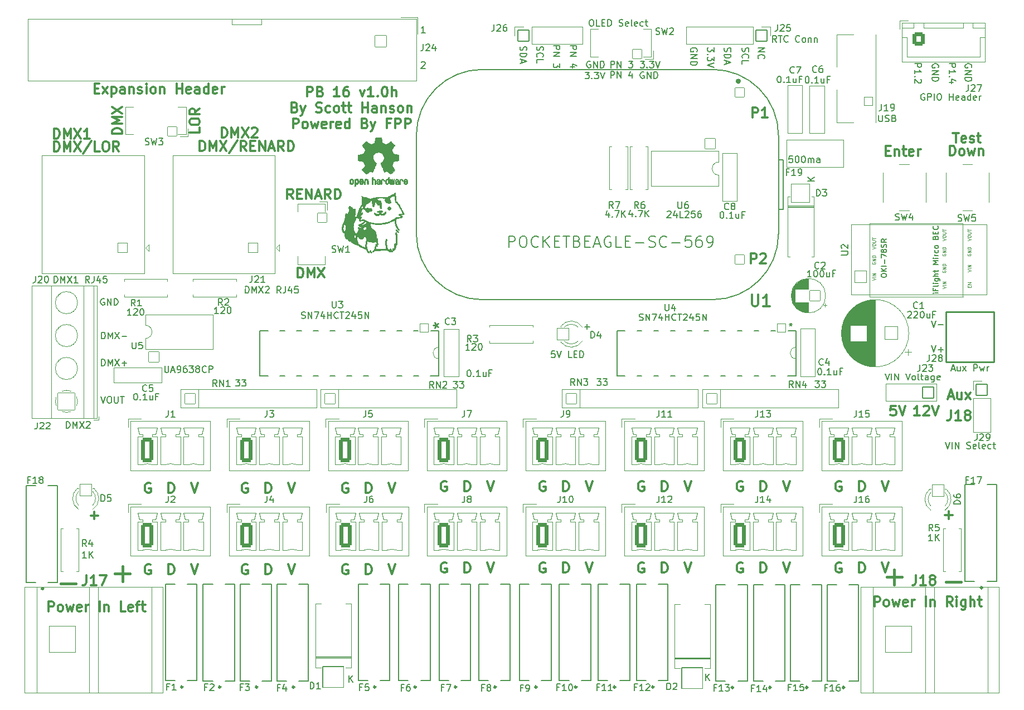
<source format=gbr>
%TF.GenerationSoftware,KiCad,Pcbnew,(6.0.7)*%
%TF.CreationDate,2022-08-24T09:33:33-04:00*%
%TF.ProjectId,PB_16,50425f31-362e-46b6-9963-61645f706362,v1.0h*%
%TF.SameCoordinates,Original*%
%TF.FileFunction,Legend,Top*%
%TF.FilePolarity,Positive*%
%FSLAX46Y46*%
G04 Gerber Fmt 4.6, Leading zero omitted, Abs format (unit mm)*
G04 Created by KiCad (PCBNEW (6.0.7)) date 2022-08-24 09:33:33*
%MOMM*%
%LPD*%
G01*
G04 APERTURE LIST*
G04 Aperture macros list*
%AMRoundRect*
0 Rectangle with rounded corners*
0 $1 Rounding radius*
0 $2 $3 $4 $5 $6 $7 $8 $9 X,Y pos of 4 corners*
0 Add a 4 corners polygon primitive as box body*
4,1,4,$2,$3,$4,$5,$6,$7,$8,$9,$2,$3,0*
0 Add four circle primitives for the rounded corners*
1,1,$1+$1,$2,$3*
1,1,$1+$1,$4,$5*
1,1,$1+$1,$6,$7*
1,1,$1+$1,$8,$9*
0 Add four rect primitives between the rounded corners*
20,1,$1+$1,$2,$3,$4,$5,0*
20,1,$1+$1,$4,$5,$6,$7,0*
20,1,$1+$1,$6,$7,$8,$9,0*
20,1,$1+$1,$8,$9,$2,$3,0*%
G04 Aperture macros list end*
%ADD10C,0.120000*%
%ADD11C,0.300000*%
%ADD12C,0.127000*%
%ADD13C,0.150000*%
%ADD14C,0.400000*%
%ADD15C,0.100000*%
%ADD16C,0.250000*%
%ADD17C,0.152400*%
%ADD18C,0.304800*%
%ADD19C,0.010000*%
%ADD20C,0.254000*%
%ADD21RoundRect,0.051000X0.800000X0.800000X-0.800000X0.800000X-0.800000X-0.800000X0.800000X-0.800000X0*%
%ADD22C,1.702000*%
%ADD23RoundRect,0.301000X-0.650000X-1.550000X0.650000X-1.550000X0.650000X1.550000X-0.650000X1.550000X0*%
%ADD24O,1.902000X3.702000*%
%ADD25RoundRect,0.051000X-0.647700X0.647700X-0.647700X-0.647700X0.647700X-0.647700X0.647700X0.647700X0*%
%ADD26C,1.397400*%
%ADD27C,2.577000*%
%ADD28RoundRect,0.051000X1.600000X-1.600000X1.600000X1.600000X-1.600000X1.600000X-1.600000X-1.600000X0*%
%ADD29O,3.302000X3.302000*%
%ADD30C,3.802000*%
%ADD31RoundRect,0.051000X-0.800000X-0.800000X0.800000X-0.800000X0.800000X0.800000X-0.800000X0.800000X0*%
%ADD32O,1.702000X1.702000*%
%ADD33RoundRect,0.051000X0.650000X-0.650000X0.650000X0.650000X-0.650000X0.650000X-0.650000X-0.650000X0*%
%ADD34C,1.402000*%
%ADD35O,3.002000X2.002000*%
%ADD36O,2.002000X3.002000*%
%ADD37RoundRect,0.051000X-0.850000X0.850000X-0.850000X-0.850000X0.850000X-0.850000X0.850000X0.850000X0*%
%ADD38O,1.802000X1.802000*%
%ADD39RoundRect,0.051000X-0.863600X0.863600X-0.863600X-0.863600X0.863600X-0.863600X0.863600X0.863600X0*%
%ADD40O,1.829200X1.829200*%
%ADD41RoundRect,0.051000X-0.900000X0.900000X-0.900000X-0.900000X0.900000X-0.900000X0.900000X0.900000X0*%
%ADD42C,1.902000*%
%ADD43C,1.626000*%
%ADD44C,1.372000*%
%ADD45RoundRect,0.051000X-0.700000X0.700000X-0.700000X-0.700000X0.700000X-0.700000X0.700000X0.700000X0*%
%ADD46C,1.502000*%
%ADD47RoundRect,0.051000X-0.704000X0.704000X-0.704000X-0.704000X0.704000X-0.704000X0.704000X0.704000X0*%
%ADD48C,1.510000*%
%ADD49RoundRect,0.051000X0.850000X-0.850000X0.850000X0.850000X-0.850000X0.850000X-0.850000X-0.850000X0*%
%ADD50C,3.404000*%
%ADD51RoundRect,0.051000X0.750000X0.750000X-0.750000X0.750000X-0.750000X-0.750000X0.750000X-0.750000X0*%
%ADD52C,1.602000*%
%ADD53RoundRect,0.051000X-0.900000X-0.900000X0.900000X-0.900000X0.900000X0.900000X-0.900000X0.900000X0*%
%ADD54RoundRect,0.301000X-0.600000X-0.725000X0.600000X-0.725000X0.600000X0.725000X-0.600000X0.725000X0*%
%ADD55O,1.802000X2.052000*%
%ADD56RoundRect,0.051000X0.700000X0.700000X-0.700000X0.700000X-0.700000X-0.700000X0.700000X-0.700000X0*%
%ADD57RoundRect,0.051000X-0.850000X-0.850000X0.850000X-0.850000X0.850000X0.850000X-0.850000X0.850000X0*%
%ADD58C,2.006000*%
%ADD59RoundRect,0.051000X1.000000X1.000000X-1.000000X1.000000X-1.000000X-1.000000X1.000000X-1.000000X0*%
%ADD60C,2.102000*%
%ADD61RoundRect,0.051000X-0.800000X0.800000X-0.800000X-0.800000X0.800000X-0.800000X0.800000X0.800000X0*%
%ADD62RoundRect,0.051000X1.300000X-1.300000X1.300000X1.300000X-1.300000X1.300000X-1.300000X-1.300000X0*%
%ADD63C,2.702000*%
%ADD64RoundRect,0.051000X0.800000X-0.800000X0.800000X0.800000X-0.800000X0.800000X-0.800000X-0.800000X0*%
%ADD65RoundRect,0.051000X-1.400000X1.400000X-1.400000X-1.400000X1.400000X-1.400000X1.400000X1.400000X0*%
%ADD66O,2.902000X2.902000*%
%ADD67RoundRect,0.051000X-2.000000X-2.000000X2.000000X-2.000000X2.000000X2.000000X-2.000000X2.000000X0*%
%ADD68C,4.102000*%
G04 APERTURE END LIST*
D10*
X-94704600Y77714900D02*
X-94704600Y78514900D01*
X-99204600Y77714900D02*
X-94704600Y77714900D01*
X-99204600Y78514900D02*
X-99204600Y77714900D01*
D11*
X-96838343Y-4474500D02*
X-96981200Y-4403071D01*
X-97195486Y-4403071D01*
X-97409772Y-4474500D01*
X-97552629Y-4617357D01*
X-97624058Y-4760214D01*
X-97695486Y-5045928D01*
X-97695486Y-5260214D01*
X-97624058Y-5545928D01*
X-97552629Y-5688785D01*
X-97409772Y-5831642D01*
X-97195486Y-5903071D01*
X-97052629Y-5903071D01*
X-96838343Y-5831642D01*
X-96766915Y-5760214D01*
X-96766915Y-5260214D01*
X-97052629Y-5260214D01*
X-78828058Y-5903071D02*
X-78828058Y-4403071D01*
X-78470915Y-4403071D01*
X-78256629Y-4474500D01*
X-78113772Y-4617357D01*
X-78042343Y-4760214D01*
X-77970915Y-5045928D01*
X-77970915Y-5260214D01*
X-78042343Y-5545928D01*
X-78113772Y-5688785D01*
X-78256629Y-5831642D01*
X-78470915Y-5903071D01*
X-78828058Y-5903071D01*
X-30421200Y-4149071D02*
X-29921200Y-5649071D01*
X-29421200Y-4149071D01*
X-33870058Y-5649071D02*
X-33870058Y-4149071D01*
X-33512915Y-4149071D01*
X-33298629Y-4220500D01*
X-33155772Y-4363357D01*
X-33084343Y-4506214D01*
X-33012915Y-4791928D01*
X-33012915Y-5006214D01*
X-33084343Y-5291928D01*
X-33155772Y-5434785D01*
X-33298629Y-5577642D01*
X-33512915Y-5649071D01*
X-33870058Y-5649071D01*
X-15435200Y-4149071D02*
X-14935200Y-5649071D01*
X-14435200Y-4149071D01*
X-81598343Y-4474500D02*
X-81741200Y-4403071D01*
X-81955486Y-4403071D01*
X-82169772Y-4474500D01*
X-82312629Y-4617357D01*
X-82384058Y-4760214D01*
X-82455486Y-5045928D01*
X-82455486Y-5260214D01*
X-82384058Y-5545928D01*
X-82312629Y-5688785D01*
X-82169772Y-5831642D01*
X-81955486Y-5903071D01*
X-81812629Y-5903071D01*
X-81598343Y-5831642D01*
X-81526915Y-5760214D01*
X-81526915Y-5260214D01*
X-81812629Y-5260214D01*
X-21654343Y-4220500D02*
X-21797200Y-4149071D01*
X-22011486Y-4149071D01*
X-22225772Y-4220500D01*
X-22368629Y-4363357D01*
X-22440058Y-4506214D01*
X-22511486Y-4791928D01*
X-22511486Y-5006214D01*
X-22440058Y-5291928D01*
X-22368629Y-5434785D01*
X-22225772Y-5577642D01*
X-22011486Y-5649071D01*
X-21868629Y-5649071D01*
X-21654343Y-5577642D01*
X-21582915Y-5506214D01*
X-21582915Y-5006214D01*
X-21868629Y-5006214D01*
X-449200Y-4149071D02*
X50800Y-5649071D01*
X550800Y-4149071D01*
X-3898058Y-5649071D02*
X-3898058Y-4149071D01*
X-3540915Y-4149071D01*
X-3326629Y-4220500D01*
X-3183772Y-4363357D01*
X-3112343Y-4506214D01*
X-3040915Y-4791928D01*
X-3040915Y-5006214D01*
X-3112343Y-5291928D01*
X-3183772Y-5434785D01*
X-3326629Y-5577642D01*
X-3540915Y-5649071D01*
X-3898058Y-5649071D01*
X-6668343Y-4220500D02*
X-6811200Y-4149071D01*
X-7025486Y-4149071D01*
X-7239772Y-4220500D01*
X-7382629Y-4363357D01*
X-7454058Y-4506214D01*
X-7525486Y-4791928D01*
X-7525486Y-5006214D01*
X-7454058Y-5291928D01*
X-7382629Y-5434785D01*
X-7239772Y-5577642D01*
X-7025486Y-5649071D01*
X-6882629Y-5649071D01*
X-6668343Y-5577642D01*
X-6596915Y-5506214D01*
X-6596915Y-5006214D01*
X-6882629Y-5006214D01*
X-63842058Y-5649071D02*
X-63842058Y-4149071D01*
X-63484915Y-4149071D01*
X-63270629Y-4220500D01*
X-63127772Y-4363357D01*
X-63056343Y-4506214D01*
X-62984915Y-4791928D01*
X-62984915Y-5006214D01*
X-63056343Y-5291928D01*
X-63127772Y-5434785D01*
X-63270629Y-5577642D01*
X-63484915Y-5649071D01*
X-63842058Y-5649071D01*
X-94068058Y-5903071D02*
X-94068058Y-4403071D01*
X-93710915Y-4403071D01*
X-93496629Y-4474500D01*
X-93353772Y-4617357D01*
X-93282343Y-4760214D01*
X-93210915Y-5045928D01*
X-93210915Y-5260214D01*
X-93282343Y-5545928D01*
X-93353772Y-5688785D01*
X-93496629Y-5831642D01*
X-93710915Y-5903071D01*
X-94068058Y-5903071D01*
X-18884058Y-5649071D02*
X-18884058Y-4149071D01*
X-18526915Y-4149071D01*
X-18312629Y-4220500D01*
X-18169772Y-4363357D01*
X-18098343Y-4506214D01*
X-18026915Y-4791928D01*
X-18026915Y-5006214D01*
X-18098343Y-5291928D01*
X-18169772Y-5434785D01*
X-18312629Y-5577642D01*
X-18526915Y-5649071D01*
X-18884058Y-5649071D01*
X-105351200Y-4403071D02*
X-104851200Y-5903071D01*
X-104351200Y-4403071D01*
X-45407200Y-4149071D02*
X-44907200Y-5649071D01*
X-44407200Y-4149071D01*
X-51626343Y-4220500D02*
X-51769200Y-4149071D01*
X-51983486Y-4149071D01*
X-52197772Y-4220500D01*
X-52340629Y-4363357D01*
X-52412058Y-4506214D01*
X-52483486Y-4791928D01*
X-52483486Y-5006214D01*
X-52412058Y-5291928D01*
X-52340629Y-5434785D01*
X-52197772Y-5577642D01*
X-51983486Y-5649071D01*
X-51840629Y-5649071D01*
X-51626343Y-5577642D01*
X-51554915Y-5506214D01*
X-51554915Y-5006214D01*
X-51840629Y-5006214D01*
X-66612343Y-4220500D02*
X-66755200Y-4149071D01*
X-66969486Y-4149071D01*
X-67183772Y-4220500D01*
X-67326629Y-4363357D01*
X-67398058Y-4506214D01*
X-67469486Y-4791928D01*
X-67469486Y-5006214D01*
X-67398058Y-5291928D01*
X-67326629Y-5434785D01*
X-67183772Y-5577642D01*
X-66969486Y-5649071D01*
X-66826629Y-5649071D01*
X-66612343Y-5577642D01*
X-66540915Y-5506214D01*
X-66540915Y-5006214D01*
X-66826629Y-5006214D01*
X-90619200Y-4403071D02*
X-90119200Y-5903071D01*
X-89619200Y-4403071D01*
X-111570343Y-4474500D02*
X-111713200Y-4403071D01*
X-111927486Y-4403071D01*
X-112141772Y-4474500D01*
X-112284629Y-4617357D01*
X-112356058Y-4760214D01*
X-112427486Y-5045928D01*
X-112427486Y-5260214D01*
X-112356058Y-5545928D01*
X-112284629Y-5688785D01*
X-112141772Y-5831642D01*
X-111927486Y-5903071D01*
X-111784629Y-5903071D01*
X-111570343Y-5831642D01*
X-111498915Y-5760214D01*
X-111498915Y-5260214D01*
X-111784629Y-5260214D01*
X-108800058Y-5903071D02*
X-108800058Y-4403071D01*
X-108442915Y-4403071D01*
X-108228629Y-4474500D01*
X-108085772Y-4617357D01*
X-108014343Y-4760214D01*
X-107942915Y-5045928D01*
X-107942915Y-5260214D01*
X-108014343Y-5545928D01*
X-108085772Y-5688785D01*
X-108228629Y-5831642D01*
X-108442915Y-5903071D01*
X-108800058Y-5903071D01*
X-60393200Y-4149071D02*
X-59893200Y-5649071D01*
X-59393200Y-4149071D01*
X-75379200Y-4403071D02*
X-74879200Y-5903071D01*
X-74379200Y-4403071D01*
X-48856058Y-5649071D02*
X-48856058Y-4149071D01*
X-48498915Y-4149071D01*
X-48284629Y-4220500D01*
X-48141772Y-4363357D01*
X-48070343Y-4506214D01*
X-47998915Y-4791928D01*
X-47998915Y-5006214D01*
X-48070343Y-5291928D01*
X-48141772Y-5434785D01*
X-48284629Y-5577642D01*
X-48498915Y-5649071D01*
X-48856058Y-5649071D01*
X-36640343Y-4220500D02*
X-36783200Y-4149071D01*
X-36997486Y-4149071D01*
X-37211772Y-4220500D01*
X-37354629Y-4363357D01*
X-37426058Y-4506214D01*
X-37497486Y-4791928D01*
X-37497486Y-5006214D01*
X-37426058Y-5291928D01*
X-37354629Y-5434785D01*
X-37211772Y-5577642D01*
X-36997486Y-5649071D01*
X-36854629Y-5649071D01*
X-36640343Y-5577642D01*
X-36568915Y-5506214D01*
X-36568915Y-5006214D01*
X-36854629Y-5006214D01*
X5300228Y18220929D02*
X4443085Y18220929D01*
X4871657Y18220929D02*
X4871657Y19720929D01*
X4728800Y19506643D01*
X4585942Y19363786D01*
X4443085Y19292358D01*
X5871657Y19578072D02*
X5943085Y19649500D01*
X6085942Y19720929D01*
X6443085Y19720929D01*
X6585942Y19649500D01*
X6657371Y19578072D01*
X6728800Y19435215D01*
X6728800Y19292358D01*
X6657371Y19078072D01*
X5800228Y18220929D01*
X6728800Y18220929D01*
X7157371Y19720929D02*
X7657371Y18220929D01*
X8157371Y19720929D01*
X1625085Y19720929D02*
X910800Y19720929D01*
X839371Y19006643D01*
X910800Y19078072D01*
X1053657Y19149500D01*
X1410800Y19149500D01*
X1553657Y19078072D01*
X1625085Y19006643D01*
X1696514Y18863786D01*
X1696514Y18506643D01*
X1625085Y18363786D01*
X1553657Y18292358D01*
X1410800Y18220929D01*
X1053657Y18220929D01*
X910800Y18292358D01*
X839371Y18363786D01*
X2125085Y19720929D02*
X2625085Y18220929D01*
X3125085Y19720929D01*
X-108800058Y6496929D02*
X-108800058Y7996929D01*
X-108442915Y7996929D01*
X-108228629Y7925500D01*
X-108085772Y7782643D01*
X-108014343Y7639786D01*
X-107942915Y7354072D01*
X-107942915Y7139786D01*
X-108014343Y6854072D01*
X-108085772Y6711215D01*
X-108228629Y6568358D01*
X-108442915Y6496929D01*
X-108800058Y6496929D01*
X-111570343Y7925500D02*
X-111713200Y7996929D01*
X-111927486Y7996929D01*
X-112141772Y7925500D01*
X-112284629Y7782643D01*
X-112356058Y7639786D01*
X-112427486Y7354072D01*
X-112427486Y7139786D01*
X-112356058Y6854072D01*
X-112284629Y6711215D01*
X-112141772Y6568358D01*
X-111927486Y6496929D01*
X-111784629Y6496929D01*
X-111570343Y6568358D01*
X-111498915Y6639786D01*
X-111498915Y7139786D01*
X-111784629Y7139786D01*
X-105351200Y7996929D02*
X-104851200Y6496929D01*
X-104351200Y7996929D01*
D12*
X-118976643Y29887572D02*
X-118976643Y30878172D01*
X-118740786Y30878172D01*
X-118599272Y30831000D01*
X-118504929Y30736658D01*
X-118457758Y30642315D01*
X-118410586Y30453629D01*
X-118410586Y30312115D01*
X-118457758Y30123429D01*
X-118504929Y30029086D01*
X-118599272Y29934743D01*
X-118740786Y29887572D01*
X-118976643Y29887572D01*
X-117986043Y29887572D02*
X-117986043Y30878172D01*
X-117655843Y30170600D01*
X-117325643Y30878172D01*
X-117325643Y29887572D01*
X-116948272Y30878172D02*
X-116287872Y29887572D01*
X-116287872Y30878172D02*
X-116948272Y29887572D01*
X-115910500Y30264943D02*
X-115155758Y30264943D01*
X-118570943Y35981000D02*
X-118665286Y36028172D01*
X-118806800Y36028172D01*
X-118948315Y35981000D01*
X-119042658Y35886658D01*
X-119089829Y35792315D01*
X-119137000Y35603629D01*
X-119137000Y35462115D01*
X-119089829Y35273429D01*
X-119042658Y35179086D01*
X-118948315Y35084743D01*
X-118806800Y35037572D01*
X-118712458Y35037572D01*
X-118570943Y35084743D01*
X-118523772Y35131915D01*
X-118523772Y35462115D01*
X-118712458Y35462115D01*
X-118099229Y35037572D02*
X-118099229Y36028172D01*
X-117533172Y35037572D01*
X-117533172Y36028172D01*
X-117061458Y35037572D02*
X-117061458Y36028172D01*
X-116825600Y36028172D01*
X-116684086Y35981000D01*
X-116589743Y35886658D01*
X-116542572Y35792315D01*
X-116495400Y35603629D01*
X-116495400Y35462115D01*
X-116542572Y35273429D01*
X-116589743Y35179086D01*
X-116684086Y35084743D01*
X-116825600Y35037572D01*
X-117061458Y35037572D01*
D11*
X-87754200Y66725729D02*
X-87754200Y68225729D01*
X-87182772Y68225729D01*
X-87039915Y68154300D01*
X-86968486Y68082872D01*
X-86897058Y67940015D01*
X-86897058Y67725729D01*
X-86968486Y67582872D01*
X-87039915Y67511443D01*
X-87182772Y67440015D01*
X-87754200Y67440015D01*
X-85754200Y67511443D02*
X-85539915Y67440015D01*
X-85468486Y67368586D01*
X-85397058Y67225729D01*
X-85397058Y67011443D01*
X-85468486Y66868586D01*
X-85539915Y66797158D01*
X-85682772Y66725729D01*
X-86254200Y66725729D01*
X-86254200Y68225729D01*
X-85754200Y68225729D01*
X-85611343Y68154300D01*
X-85539915Y68082872D01*
X-85468486Y67940015D01*
X-85468486Y67797158D01*
X-85539915Y67654300D01*
X-85611343Y67582872D01*
X-85754200Y67511443D01*
X-86254200Y67511443D01*
X-82825629Y66725729D02*
X-83682772Y66725729D01*
X-83254200Y66725729D02*
X-83254200Y68225729D01*
X-83397058Y68011443D01*
X-83539915Y67868586D01*
X-83682772Y67797158D01*
X-81539915Y68225729D02*
X-81825629Y68225729D01*
X-81968486Y68154300D01*
X-82039915Y68082872D01*
X-82182772Y67868586D01*
X-82254200Y67582872D01*
X-82254200Y67011443D01*
X-82182772Y66868586D01*
X-82111343Y66797158D01*
X-81968486Y66725729D01*
X-81682772Y66725729D01*
X-81539915Y66797158D01*
X-81468486Y66868586D01*
X-81397058Y67011443D01*
X-81397058Y67368586D01*
X-81468486Y67511443D01*
X-81539915Y67582872D01*
X-81682772Y67654300D01*
X-81968486Y67654300D01*
X-82111343Y67582872D01*
X-82182772Y67511443D01*
X-82254200Y67368586D01*
X-79754200Y67725729D02*
X-79397058Y66725729D01*
X-79039915Y67725729D01*
X-77682772Y66725729D02*
X-78539915Y66725729D01*
X-78111343Y66725729D02*
X-78111343Y68225729D01*
X-78254200Y68011443D01*
X-78397058Y67868586D01*
X-78539915Y67797158D01*
X-77039915Y66868586D02*
X-76968486Y66797158D01*
X-77039915Y66725729D01*
X-77111343Y66797158D01*
X-77039915Y66868586D01*
X-77039915Y66725729D01*
X-76039915Y68225729D02*
X-75897058Y68225729D01*
X-75754200Y68154300D01*
X-75682772Y68082872D01*
X-75611343Y67940015D01*
X-75539915Y67654300D01*
X-75539915Y67297158D01*
X-75611343Y67011443D01*
X-75682772Y66868586D01*
X-75754200Y66797158D01*
X-75897058Y66725729D01*
X-76039915Y66725729D01*
X-76182772Y66797158D01*
X-76254200Y66868586D01*
X-76325629Y67011443D01*
X-76397058Y67297158D01*
X-76397058Y67654300D01*
X-76325629Y67940015D01*
X-76254200Y68082872D01*
X-76182772Y68154300D01*
X-76039915Y68225729D01*
X-74897058Y66725729D02*
X-74897058Y68225729D01*
X-74254200Y66725729D02*
X-74254200Y67511443D01*
X-74325629Y67654300D01*
X-74468486Y67725729D01*
X-74682772Y67725729D01*
X-74825629Y67654300D01*
X-74897058Y67582872D01*
X-89611343Y65096443D02*
X-89397058Y65025015D01*
X-89325629Y64953586D01*
X-89254200Y64810729D01*
X-89254200Y64596443D01*
X-89325629Y64453586D01*
X-89397058Y64382158D01*
X-89539915Y64310729D01*
X-90111343Y64310729D01*
X-90111343Y65810729D01*
X-89611343Y65810729D01*
X-89468486Y65739300D01*
X-89397058Y65667872D01*
X-89325629Y65525015D01*
X-89325629Y65382158D01*
X-89397058Y65239300D01*
X-89468486Y65167872D01*
X-89611343Y65096443D01*
X-90111343Y65096443D01*
X-88754200Y65310729D02*
X-88397058Y64310729D01*
X-88039915Y65310729D02*
X-88397058Y64310729D01*
X-88539915Y63953586D01*
X-88611343Y63882158D01*
X-88754200Y63810729D01*
X-86397058Y64382158D02*
X-86182772Y64310729D01*
X-85825629Y64310729D01*
X-85682772Y64382158D01*
X-85611343Y64453586D01*
X-85539915Y64596443D01*
X-85539915Y64739300D01*
X-85611343Y64882158D01*
X-85682772Y64953586D01*
X-85825629Y65025015D01*
X-86111343Y65096443D01*
X-86254200Y65167872D01*
X-86325629Y65239300D01*
X-86397058Y65382158D01*
X-86397058Y65525015D01*
X-86325629Y65667872D01*
X-86254200Y65739300D01*
X-86111343Y65810729D01*
X-85754200Y65810729D01*
X-85539915Y65739300D01*
X-84254200Y64382158D02*
X-84397058Y64310729D01*
X-84682772Y64310729D01*
X-84825629Y64382158D01*
X-84897058Y64453586D01*
X-84968486Y64596443D01*
X-84968486Y65025015D01*
X-84897058Y65167872D01*
X-84825629Y65239300D01*
X-84682772Y65310729D01*
X-84397058Y65310729D01*
X-84254200Y65239300D01*
X-83397058Y64310729D02*
X-83539915Y64382158D01*
X-83611343Y64453586D01*
X-83682772Y64596443D01*
X-83682772Y65025015D01*
X-83611343Y65167872D01*
X-83539915Y65239300D01*
X-83397058Y65310729D01*
X-83182772Y65310729D01*
X-83039915Y65239300D01*
X-82968486Y65167872D01*
X-82897058Y65025015D01*
X-82897058Y64596443D01*
X-82968486Y64453586D01*
X-83039915Y64382158D01*
X-83182772Y64310729D01*
X-83397058Y64310729D01*
X-82468486Y65310729D02*
X-81897058Y65310729D01*
X-82254200Y65810729D02*
X-82254200Y64525015D01*
X-82182772Y64382158D01*
X-82039915Y64310729D01*
X-81897058Y64310729D01*
X-81611343Y65310729D02*
X-81039915Y65310729D01*
X-81397058Y65810729D02*
X-81397058Y64525015D01*
X-81325629Y64382158D01*
X-81182772Y64310729D01*
X-81039915Y64310729D01*
X-79397058Y64310729D02*
X-79397058Y65810729D01*
X-79397058Y65096443D02*
X-78539915Y65096443D01*
X-78539915Y64310729D02*
X-78539915Y65810729D01*
X-77182772Y64310729D02*
X-77182772Y65096443D01*
X-77254200Y65239300D01*
X-77397058Y65310729D01*
X-77682772Y65310729D01*
X-77825629Y65239300D01*
X-77182772Y64382158D02*
X-77325629Y64310729D01*
X-77682772Y64310729D01*
X-77825629Y64382158D01*
X-77897058Y64525015D01*
X-77897058Y64667872D01*
X-77825629Y64810729D01*
X-77682772Y64882158D01*
X-77325629Y64882158D01*
X-77182772Y64953586D01*
X-76468486Y65310729D02*
X-76468486Y64310729D01*
X-76468486Y65167872D02*
X-76397058Y65239300D01*
X-76254200Y65310729D01*
X-76039915Y65310729D01*
X-75897058Y65239300D01*
X-75825629Y65096443D01*
X-75825629Y64310729D01*
X-75182772Y64382158D02*
X-75039915Y64310729D01*
X-74754200Y64310729D01*
X-74611343Y64382158D01*
X-74539915Y64525015D01*
X-74539915Y64596443D01*
X-74611343Y64739300D01*
X-74754200Y64810729D01*
X-74968486Y64810729D01*
X-75111343Y64882158D01*
X-75182772Y65025015D01*
X-75182772Y65096443D01*
X-75111343Y65239300D01*
X-74968486Y65310729D01*
X-74754200Y65310729D01*
X-74611343Y65239300D01*
X-73682772Y64310729D02*
X-73825629Y64382158D01*
X-73897058Y64453586D01*
X-73968486Y64596443D01*
X-73968486Y65025015D01*
X-73897058Y65167872D01*
X-73825629Y65239300D01*
X-73682772Y65310729D01*
X-73468486Y65310729D01*
X-73325629Y65239300D01*
X-73254200Y65167872D01*
X-73182772Y65025015D01*
X-73182772Y64596443D01*
X-73254200Y64453586D01*
X-73325629Y64382158D01*
X-73468486Y64310729D01*
X-73682772Y64310729D01*
X-72539915Y65310729D02*
X-72539915Y64310729D01*
X-72539915Y65167872D02*
X-72468486Y65239300D01*
X-72325629Y65310729D01*
X-72111343Y65310729D01*
X-71968486Y65239300D01*
X-71897058Y65096443D01*
X-71897058Y64310729D01*
X-89897058Y61895729D02*
X-89897058Y63395729D01*
X-89325629Y63395729D01*
X-89182772Y63324300D01*
X-89111343Y63252872D01*
X-89039915Y63110015D01*
X-89039915Y62895729D01*
X-89111343Y62752872D01*
X-89182772Y62681443D01*
X-89325629Y62610015D01*
X-89897058Y62610015D01*
X-88182772Y61895729D02*
X-88325629Y61967158D01*
X-88397058Y62038586D01*
X-88468486Y62181443D01*
X-88468486Y62610015D01*
X-88397058Y62752872D01*
X-88325629Y62824300D01*
X-88182772Y62895729D01*
X-87968486Y62895729D01*
X-87825629Y62824300D01*
X-87754200Y62752872D01*
X-87682772Y62610015D01*
X-87682772Y62181443D01*
X-87754200Y62038586D01*
X-87825629Y61967158D01*
X-87968486Y61895729D01*
X-88182772Y61895729D01*
X-87182772Y62895729D02*
X-86897058Y61895729D01*
X-86611343Y62610015D01*
X-86325629Y61895729D01*
X-86039915Y62895729D01*
X-84897058Y61967158D02*
X-85039915Y61895729D01*
X-85325629Y61895729D01*
X-85468486Y61967158D01*
X-85539915Y62110015D01*
X-85539915Y62681443D01*
X-85468486Y62824300D01*
X-85325629Y62895729D01*
X-85039915Y62895729D01*
X-84897058Y62824300D01*
X-84825629Y62681443D01*
X-84825629Y62538586D01*
X-85539915Y62395729D01*
X-84182772Y61895729D02*
X-84182772Y62895729D01*
X-84182772Y62610015D02*
X-84111343Y62752872D01*
X-84039915Y62824300D01*
X-83897058Y62895729D01*
X-83754200Y62895729D01*
X-82682772Y61967158D02*
X-82825629Y61895729D01*
X-83111343Y61895729D01*
X-83254200Y61967158D01*
X-83325629Y62110015D01*
X-83325629Y62681443D01*
X-83254200Y62824300D01*
X-83111343Y62895729D01*
X-82825629Y62895729D01*
X-82682772Y62824300D01*
X-82611343Y62681443D01*
X-82611343Y62538586D01*
X-83325629Y62395729D01*
X-81325629Y61895729D02*
X-81325629Y63395729D01*
X-81325629Y61967158D02*
X-81468486Y61895729D01*
X-81754200Y61895729D01*
X-81897058Y61967158D01*
X-81968486Y62038586D01*
X-82039915Y62181443D01*
X-82039915Y62610015D01*
X-81968486Y62752872D01*
X-81897058Y62824300D01*
X-81754200Y62895729D01*
X-81468486Y62895729D01*
X-81325629Y62824300D01*
X-78968486Y62681443D02*
X-78754200Y62610015D01*
X-78682772Y62538586D01*
X-78611343Y62395729D01*
X-78611343Y62181443D01*
X-78682772Y62038586D01*
X-78754200Y61967158D01*
X-78897058Y61895729D01*
X-79468486Y61895729D01*
X-79468486Y63395729D01*
X-78968486Y63395729D01*
X-78825629Y63324300D01*
X-78754200Y63252872D01*
X-78682772Y63110015D01*
X-78682772Y62967158D01*
X-78754200Y62824300D01*
X-78825629Y62752872D01*
X-78968486Y62681443D01*
X-79468486Y62681443D01*
X-78111343Y62895729D02*
X-77754200Y61895729D01*
X-77397058Y62895729D02*
X-77754200Y61895729D01*
X-77897058Y61538586D01*
X-77968486Y61467158D01*
X-78111343Y61395729D01*
X-75182772Y62681443D02*
X-75682772Y62681443D01*
X-75682772Y61895729D02*
X-75682772Y63395729D01*
X-74968486Y63395729D01*
X-74397058Y61895729D02*
X-74397058Y63395729D01*
X-73825629Y63395729D01*
X-73682772Y63324300D01*
X-73611343Y63252872D01*
X-73539915Y63110015D01*
X-73539915Y62895729D01*
X-73611343Y62752872D01*
X-73682772Y62681443D01*
X-73825629Y62610015D01*
X-74397058Y62610015D01*
X-72897058Y61895729D02*
X-72897058Y63395729D01*
X-72325629Y63395729D01*
X-72182772Y63324300D01*
X-72111343Y63252872D01*
X-72039915Y63110015D01*
X-72039915Y62895729D01*
X-72111343Y62752872D01*
X-72182772Y62681443D01*
X-72325629Y62610015D01*
X-72897058Y62610015D01*
X-89180486Y39207129D02*
X-89180486Y40707129D01*
X-88823343Y40707129D01*
X-88609058Y40635700D01*
X-88466200Y40492843D01*
X-88394772Y40349986D01*
X-88323343Y40064272D01*
X-88323343Y39849986D01*
X-88394772Y39564272D01*
X-88466200Y39421415D01*
X-88609058Y39278558D01*
X-88823343Y39207129D01*
X-89180486Y39207129D01*
X-87680486Y39207129D02*
X-87680486Y40707129D01*
X-87180486Y39635700D01*
X-86680486Y40707129D01*
X-86680486Y39207129D01*
X-86109058Y40707129D02*
X-85109058Y39207129D01*
X-85109058Y40707129D02*
X-86109058Y39207129D01*
X-104073343Y58457129D02*
X-104073343Y59957129D01*
X-103716200Y59957129D01*
X-103501915Y59885700D01*
X-103359058Y59742843D01*
X-103287629Y59599986D01*
X-103216200Y59314272D01*
X-103216200Y59099986D01*
X-103287629Y58814272D01*
X-103359058Y58671415D01*
X-103501915Y58528558D01*
X-103716200Y58457129D01*
X-104073343Y58457129D01*
X-102573343Y58457129D02*
X-102573343Y59957129D01*
X-102073343Y58885700D01*
X-101573343Y59957129D01*
X-101573343Y58457129D01*
X-101001915Y59957129D02*
X-100001915Y58457129D01*
X-100001915Y59957129D02*
X-101001915Y58457129D01*
X-98359058Y60028558D02*
X-99644772Y58099986D01*
X-97001915Y58457129D02*
X-97501915Y59171415D01*
X-97859058Y58457129D02*
X-97859058Y59957129D01*
X-97287629Y59957129D01*
X-97144772Y59885700D01*
X-97073343Y59814272D01*
X-97001915Y59671415D01*
X-97001915Y59457129D01*
X-97073343Y59314272D01*
X-97144772Y59242843D01*
X-97287629Y59171415D01*
X-97859058Y59171415D01*
X-96359058Y59242843D02*
X-95859058Y59242843D01*
X-95644772Y58457129D02*
X-96359058Y58457129D01*
X-96359058Y59957129D01*
X-95644772Y59957129D01*
X-95001915Y58457129D02*
X-95001915Y59957129D01*
X-94144772Y58457129D01*
X-94144772Y59957129D01*
X-93501915Y58885700D02*
X-92787629Y58885700D01*
X-93644772Y58457129D02*
X-93144772Y59957129D01*
X-92644772Y58457129D01*
X-91287629Y58457129D02*
X-91787629Y59171415D01*
X-92144772Y58457129D02*
X-92144772Y59957129D01*
X-91573343Y59957129D01*
X-91430486Y59885700D01*
X-91359058Y59814272D01*
X-91287629Y59671415D01*
X-91287629Y59457129D01*
X-91359058Y59314272D01*
X-91430486Y59242843D01*
X-91573343Y59171415D01*
X-92144772Y59171415D01*
X-90644772Y58457129D02*
X-90644772Y59957129D01*
X-90287629Y59957129D01*
X-90073343Y59885700D01*
X-89930486Y59742843D01*
X-89859058Y59599986D01*
X-89787629Y59314272D01*
X-89787629Y59099986D01*
X-89859058Y58814272D01*
X-89930486Y58671415D01*
X-90073343Y58528558D01*
X-90287629Y58457129D01*
X-90644772Y58457129D01*
D13*
X-50366981Y74455358D02*
X-49366981Y74455358D01*
X-49366981Y74074405D01*
X-49414600Y73979167D01*
X-49462220Y73931548D01*
X-49557458Y73883929D01*
X-49700315Y73883929D01*
X-49795553Y73931548D01*
X-49843172Y73979167D01*
X-49890791Y74074405D01*
X-49890791Y74455358D01*
X-50366981Y73455358D02*
X-49366981Y73455358D01*
X-50366981Y72883929D01*
X-49366981Y72883929D01*
X-49366981Y71741072D02*
X-49366981Y71122024D01*
X-49747934Y71455358D01*
X-49747934Y71312500D01*
X-49795553Y71217262D01*
X-49843172Y71169643D01*
X-49938410Y71122024D01*
X-50176505Y71122024D01*
X-50271743Y71169643D01*
X-50319362Y71217262D01*
X-50366981Y71312500D01*
X-50366981Y71598215D01*
X-50319362Y71693453D01*
X-50271743Y71741072D01*
X-52849362Y74318234D02*
X-52896981Y74175377D01*
X-52896981Y73937281D01*
X-52849362Y73842043D01*
X-52801743Y73794424D01*
X-52706505Y73746805D01*
X-52611267Y73746805D01*
X-52516029Y73794424D01*
X-52468410Y73842043D01*
X-52420791Y73937281D01*
X-52373172Y74127757D01*
X-52325553Y74222996D01*
X-52277934Y74270615D01*
X-52182696Y74318234D01*
X-52087458Y74318234D01*
X-51992220Y74270615D01*
X-51944600Y74222996D01*
X-51896981Y74127757D01*
X-51896981Y73889662D01*
X-51944600Y73746805D01*
X-52801743Y72746805D02*
X-52849362Y72794424D01*
X-52896981Y72937281D01*
X-52896981Y73032519D01*
X-52849362Y73175377D01*
X-52754124Y73270615D01*
X-52658886Y73318234D01*
X-52468410Y73365853D01*
X-52325553Y73365853D01*
X-52135077Y73318234D01*
X-52039839Y73270615D01*
X-51944600Y73175377D01*
X-51896981Y73032519D01*
X-51896981Y72937281D01*
X-51944600Y72794424D01*
X-51992220Y72746805D01*
X-52896981Y71842043D02*
X-52896981Y72318234D01*
X-51896981Y72318234D01*
D14*
X290942Y-6328585D02*
X2576657Y-6328585D01*
X1433800Y-7471442D02*
X1433800Y-5185728D01*
D11*
X-126209058Y58407129D02*
X-126209058Y59907129D01*
X-125851915Y59907129D01*
X-125637629Y59835700D01*
X-125494772Y59692843D01*
X-125423343Y59549986D01*
X-125351915Y59264272D01*
X-125351915Y59049986D01*
X-125423343Y58764272D01*
X-125494772Y58621415D01*
X-125637629Y58478558D01*
X-125851915Y58407129D01*
X-126209058Y58407129D01*
X-124709058Y58407129D02*
X-124709058Y59907129D01*
X-124209058Y58835700D01*
X-123709058Y59907129D01*
X-123709058Y58407129D01*
X-123137629Y59907129D02*
X-122137629Y58407129D01*
X-122137629Y59907129D02*
X-123137629Y58407129D01*
X-120494772Y59978558D02*
X-121780486Y58049986D01*
X-119280486Y58407129D02*
X-119994772Y58407129D01*
X-119994772Y59907129D01*
X-118494772Y59907129D02*
X-118209058Y59907129D01*
X-118066200Y59835700D01*
X-117923343Y59692843D01*
X-117851915Y59407129D01*
X-117851915Y58907129D01*
X-117923343Y58621415D01*
X-118066200Y58478558D01*
X-118209058Y58407129D01*
X-118494772Y58407129D01*
X-118637629Y58478558D01*
X-118780486Y58621415D01*
X-118851915Y58907129D01*
X-118851915Y59407129D01*
X-118780486Y59692843D01*
X-118637629Y59835700D01*
X-118494772Y59907129D01*
X-116351915Y58407129D02*
X-116851915Y59121415D01*
X-117209058Y58407129D02*
X-117209058Y59907129D01*
X-116637629Y59907129D01*
X-116494772Y59835700D01*
X-116423343Y59764272D01*
X-116351915Y59621415D01*
X-116351915Y59407129D01*
X-116423343Y59264272D01*
X-116494772Y59192843D01*
X-116637629Y59121415D01*
X-117209058Y59121415D01*
D13*
X-55379362Y74318233D02*
X-55426981Y74175376D01*
X-55426981Y73937281D01*
X-55379362Y73842043D01*
X-55331743Y73794424D01*
X-55236505Y73746805D01*
X-55141267Y73746805D01*
X-55046029Y73794424D01*
X-54998410Y73842043D01*
X-54950791Y73937281D01*
X-54903172Y74127757D01*
X-54855553Y74222995D01*
X-54807934Y74270614D01*
X-54712696Y74318233D01*
X-54617458Y74318233D01*
X-54522220Y74270614D01*
X-54474600Y74222995D01*
X-54426981Y74127757D01*
X-54426981Y73889662D01*
X-54474600Y73746805D01*
X-55426981Y73318233D02*
X-54426981Y73318233D01*
X-54426981Y73080138D01*
X-54474600Y72937281D01*
X-54569839Y72842043D01*
X-54665077Y72794424D01*
X-54855553Y72746805D01*
X-54998410Y72746805D01*
X-55188886Y72794424D01*
X-55284124Y72842043D01*
X-55379362Y72937281D01*
X-55426981Y73080138D01*
X-55426981Y73318233D01*
X-55141267Y72365852D02*
X-55141267Y71889662D01*
X-55426981Y72461090D02*
X-54426981Y72127757D01*
X-55426981Y71794424D01*
X9744219Y71728881D02*
X10744219Y71728881D01*
X10744219Y71347929D01*
X10696600Y71252691D01*
X10648980Y71205072D01*
X10553742Y71157453D01*
X10410885Y71157453D01*
X10315647Y71205072D01*
X10268028Y71252691D01*
X10220409Y71347929D01*
X10220409Y71728881D01*
X9744219Y70205072D02*
X9744219Y70776500D01*
X9744219Y70490786D02*
X10744219Y70490786D01*
X10601361Y70586024D01*
X10506123Y70681262D01*
X10458504Y70776500D01*
X9839457Y69776500D02*
X9791838Y69728881D01*
X9744219Y69776500D01*
X9791838Y69824120D01*
X9839457Y69776500D01*
X9744219Y69776500D01*
X10410885Y68871739D02*
X9744219Y68871739D01*
X10791838Y69109834D02*
X10077552Y69347929D01*
X10077552Y68728881D01*
X8105800Y71140005D02*
X8153419Y71235243D01*
X8153419Y71378100D01*
X8105800Y71520958D01*
X8010561Y71616196D01*
X7915323Y71663815D01*
X7724847Y71711434D01*
X7581990Y71711434D01*
X7391514Y71663815D01*
X7296276Y71616196D01*
X7201038Y71520958D01*
X7153419Y71378100D01*
X7153419Y71282862D01*
X7201038Y71140005D01*
X7248657Y71092386D01*
X7581990Y71092386D01*
X7581990Y71282862D01*
X7153419Y70663815D02*
X8153419Y70663815D01*
X7153419Y70092386D01*
X8153419Y70092386D01*
X7153419Y69616196D02*
X8153419Y69616196D01*
X8153419Y69378100D01*
X8105800Y69235243D01*
X8010561Y69140005D01*
X7915323Y69092386D01*
X7724847Y69044767D01*
X7581990Y69044767D01*
X7391514Y69092386D01*
X7296276Y69140005D01*
X7201038Y69235243D01*
X7153419Y69378100D01*
X7153419Y69616196D01*
X13135000Y71140005D02*
X13182619Y71235243D01*
X13182619Y71378100D01*
X13135000Y71520958D01*
X13039761Y71616196D01*
X12944523Y71663815D01*
X12754047Y71711434D01*
X12611190Y71711434D01*
X12420714Y71663815D01*
X12325476Y71616196D01*
X12230238Y71520958D01*
X12182619Y71378100D01*
X12182619Y71282862D01*
X12230238Y71140005D01*
X12277857Y71092386D01*
X12611190Y71092386D01*
X12611190Y71282862D01*
X12182619Y70663815D02*
X13182619Y70663815D01*
X12182619Y70092386D01*
X13182619Y70092386D01*
X12182619Y69616196D02*
X13182619Y69616196D01*
X13182619Y69378100D01*
X13135000Y69235243D01*
X13039761Y69140005D01*
X12944523Y69092386D01*
X12754047Y69044767D01*
X12611190Y69044767D01*
X12420714Y69092386D01*
X12325476Y69140005D01*
X12230238Y69235243D01*
X12182619Y69378100D01*
X12182619Y69616196D01*
X-45550391Y70439320D02*
X-44931343Y70439320D01*
X-45264677Y70058367D01*
X-45121820Y70058367D01*
X-45026581Y70010748D01*
X-44978962Y69963129D01*
X-44931343Y69867891D01*
X-44931343Y69629796D01*
X-44978962Y69534558D01*
X-45026581Y69486939D01*
X-45121820Y69439320D01*
X-45407534Y69439320D01*
X-45502772Y69486939D01*
X-45550391Y69534558D01*
X-44502772Y69534558D02*
X-44455153Y69486939D01*
X-44502772Y69439320D01*
X-44550391Y69486939D01*
X-44502772Y69534558D01*
X-44502772Y69439320D01*
X-44121820Y70439320D02*
X-43502772Y70439320D01*
X-43836105Y70058367D01*
X-43693248Y70058367D01*
X-43598010Y70010748D01*
X-43550391Y69963129D01*
X-43502772Y69867891D01*
X-43502772Y69629796D01*
X-43550391Y69534558D01*
X-43598010Y69486939D01*
X-43693248Y69439320D01*
X-43978962Y69439320D01*
X-44074200Y69486939D01*
X-44121820Y69534558D01*
X-43217058Y70439320D02*
X-42883724Y69439320D01*
X-42550391Y70439320D01*
X-36606505Y70442500D02*
X-36701743Y70490120D01*
X-36844600Y70490120D01*
X-36987458Y70442500D01*
X-37082696Y70347262D01*
X-37130315Y70252024D01*
X-37177934Y70061548D01*
X-37177934Y69918691D01*
X-37130315Y69728215D01*
X-37082696Y69632977D01*
X-36987458Y69537739D01*
X-36844600Y69490120D01*
X-36749362Y69490120D01*
X-36606505Y69537739D01*
X-36558886Y69585358D01*
X-36558886Y69918691D01*
X-36749362Y69918691D01*
X-36130315Y69490120D02*
X-36130315Y70490120D01*
X-35558886Y69490120D01*
X-35558886Y70490120D01*
X-35082696Y69490120D02*
X-35082696Y70490120D01*
X-34844600Y70490120D01*
X-34701743Y70442500D01*
X-34606505Y70347262D01*
X-34558886Y70252024D01*
X-34511267Y70061548D01*
X-34511267Y69918691D01*
X-34558886Y69728215D01*
X-34606505Y69632977D01*
X-34701743Y69537739D01*
X-34844600Y69490120D01*
X-35082696Y69490120D01*
X-44734505Y72069300D02*
X-44829743Y72116920D01*
X-44972600Y72116920D01*
X-45115458Y72069300D01*
X-45210696Y71974062D01*
X-45258315Y71878824D01*
X-45305934Y71688348D01*
X-45305934Y71545491D01*
X-45258315Y71355015D01*
X-45210696Y71259777D01*
X-45115458Y71164539D01*
X-44972600Y71116920D01*
X-44877362Y71116920D01*
X-44734505Y71164539D01*
X-44686886Y71212158D01*
X-44686886Y71545491D01*
X-44877362Y71545491D01*
X-44258315Y71116920D02*
X-44258315Y72116920D01*
X-43686886Y71116920D01*
X-43686886Y72116920D01*
X-43210696Y71116920D02*
X-43210696Y72116920D01*
X-42972600Y72116920D01*
X-42829743Y72069300D01*
X-42734505Y71974062D01*
X-42686886Y71878824D01*
X-42639267Y71688348D01*
X-42639267Y71545491D01*
X-42686886Y71355015D01*
X-42734505Y71259777D01*
X-42829743Y71164539D01*
X-42972600Y71116920D01*
X-43210696Y71116920D01*
X-41653058Y71116920D02*
X-41653058Y72116920D01*
X-41272105Y72116920D01*
X-41176867Y72069300D01*
X-41129248Y72021681D01*
X-41081629Y71926443D01*
X-41081629Y71783586D01*
X-41129248Y71688348D01*
X-41176867Y71640729D01*
X-41272105Y71593110D01*
X-41653058Y71593110D01*
X-40653058Y71116920D02*
X-40653058Y72116920D01*
X-40081629Y71116920D01*
X-40081629Y72116920D01*
X-38938772Y72116920D02*
X-38319724Y72116920D01*
X-38653058Y71735967D01*
X-38510200Y71735967D01*
X-38414962Y71688348D01*
X-38367343Y71640729D01*
X-38319724Y71545491D01*
X-38319724Y71307396D01*
X-38367343Y71212158D01*
X-38414962Y71164539D01*
X-38510200Y71116920D01*
X-38795915Y71116920D01*
X-38891153Y71164539D01*
X-38938772Y71212158D01*
X-47826981Y74455358D02*
X-46826981Y74455358D01*
X-46826981Y74074405D01*
X-46874600Y73979167D01*
X-46922220Y73931548D01*
X-47017458Y73883929D01*
X-47160315Y73883929D01*
X-47255553Y73931548D01*
X-47303172Y73979167D01*
X-47350791Y74074405D01*
X-47350791Y74455358D01*
X-47826981Y73455358D02*
X-46826981Y73455358D01*
X-47826981Y72883929D01*
X-46826981Y72883929D01*
X-47160315Y71217262D02*
X-47826981Y71217262D01*
X-46779362Y71455358D02*
X-47493648Y71693453D01*
X-47493648Y71074405D01*
X-70409515Y71918681D02*
X-70361896Y71966300D01*
X-70266658Y72013920D01*
X-70028562Y72013920D01*
X-69933324Y71966300D01*
X-69885705Y71918681D01*
X-69838086Y71823443D01*
X-69838086Y71728205D01*
X-69885705Y71585348D01*
X-70457134Y71013920D01*
X-69838086Y71013920D01*
D11*
X10047714Y19009729D02*
X10047714Y17938300D01*
X9976285Y17724015D01*
X9833428Y17581158D01*
X9619142Y17509729D01*
X9476285Y17509729D01*
X11547714Y17509729D02*
X10690571Y17509729D01*
X11119142Y17509729D02*
X11119142Y19009729D01*
X10976285Y18795443D01*
X10833428Y18652586D01*
X10690571Y18581158D01*
X12404857Y18366872D02*
X12262000Y18438300D01*
X12190571Y18509729D01*
X12119142Y18652586D01*
X12119142Y18724015D01*
X12190571Y18866872D01*
X12262000Y18938300D01*
X12404857Y19009729D01*
X12690571Y19009729D01*
X12833428Y18938300D01*
X12904857Y18866872D01*
X12976285Y18724015D01*
X12976285Y18652586D01*
X12904857Y18509729D01*
X12833428Y18438300D01*
X12690571Y18366872D01*
X12404857Y18366872D01*
X12262000Y18295443D01*
X12190571Y18224015D01*
X12119142Y18081158D01*
X12119142Y17795443D01*
X12190571Y17652586D01*
X12262000Y17581158D01*
X12404857Y17509729D01*
X12690571Y17509729D01*
X12833428Y17581158D01*
X12904857Y17652586D01*
X12976285Y17795443D01*
X12976285Y18081158D01*
X12904857Y18224015D01*
X12833428Y18295443D01*
X12690571Y18366872D01*
X-100744772Y60507129D02*
X-100744772Y62007129D01*
X-100387629Y62007129D01*
X-100173343Y61935700D01*
X-100030486Y61792843D01*
X-99959058Y61649986D01*
X-99887629Y61364272D01*
X-99887629Y61149986D01*
X-99959058Y60864272D01*
X-100030486Y60721415D01*
X-100173343Y60578558D01*
X-100387629Y60507129D01*
X-100744772Y60507129D01*
X-99244772Y60507129D02*
X-99244772Y62007129D01*
X-98744772Y60935700D01*
X-98244772Y62007129D01*
X-98244772Y60507129D01*
X-97673343Y62007129D02*
X-96673343Y60507129D01*
X-96673343Y62007129D02*
X-97673343Y60507129D01*
X-96173343Y61864272D02*
X-96101915Y61935700D01*
X-95959058Y62007129D01*
X-95601915Y62007129D01*
X-95459058Y61935700D01*
X-95387629Y61864272D01*
X-95316200Y61721415D01*
X-95316200Y61578558D01*
X-95387629Y61364272D01*
X-96244772Y60507129D01*
X-95316200Y60507129D01*
X-104081629Y61982272D02*
X-104081629Y61267986D01*
X-105581629Y61267986D01*
X-105581629Y62767986D02*
X-105581629Y63053700D01*
X-105510200Y63196558D01*
X-105367343Y63339415D01*
X-105081629Y63410843D01*
X-104581629Y63410843D01*
X-104295915Y63339415D01*
X-104153058Y63196558D01*
X-104081629Y63053700D01*
X-104081629Y62767986D01*
X-104153058Y62625129D01*
X-104295915Y62482272D01*
X-104581629Y62410843D01*
X-105081629Y62410843D01*
X-105367343Y62482272D01*
X-105510200Y62625129D01*
X-105581629Y62767986D01*
X-104081629Y64910843D02*
X-104795915Y64410843D01*
X-104081629Y64053700D02*
X-105581629Y64053700D01*
X-105581629Y64625129D01*
X-105510200Y64767986D01*
X-105438772Y64839415D01*
X-105295915Y64910843D01*
X-105081629Y64910843D01*
X-104938772Y64839415D01*
X-104867343Y64767986D01*
X-104795915Y64625129D01*
X-104795915Y64053700D01*
X-115881629Y61089415D02*
X-117381629Y61089415D01*
X-117381629Y61446558D01*
X-117310200Y61660843D01*
X-117167343Y61803700D01*
X-117024486Y61875129D01*
X-116738772Y61946558D01*
X-116524486Y61946558D01*
X-116238772Y61875129D01*
X-116095915Y61803700D01*
X-115953058Y61660843D01*
X-115881629Y61446558D01*
X-115881629Y61089415D01*
X-115881629Y62589415D02*
X-117381629Y62589415D01*
X-116310200Y63089415D01*
X-117381629Y63589415D01*
X-115881629Y63589415D01*
X-117381629Y64160843D02*
X-115881629Y65160843D01*
X-117381629Y65160843D02*
X-115881629Y64160843D01*
X-20135343Y63548729D02*
X-20135343Y65048729D01*
X-19563915Y65048729D01*
X-19421058Y64977300D01*
X-19349629Y64905872D01*
X-19278200Y64763015D01*
X-19278200Y64548729D01*
X-19349629Y64405872D01*
X-19421058Y64334443D01*
X-19563915Y64263015D01*
X-20135343Y64263015D01*
X-17849629Y63548729D02*
X-18706772Y63548729D01*
X-18278200Y63548729D02*
X-18278200Y65048729D01*
X-18421058Y64834443D01*
X-18563915Y64691586D01*
X-18706772Y64620158D01*
D12*
X-118976643Y25787572D02*
X-118976643Y26778172D01*
X-118740786Y26778172D01*
X-118599272Y26731000D01*
X-118504929Y26636658D01*
X-118457758Y26542315D01*
X-118410586Y26353629D01*
X-118410586Y26212115D01*
X-118457758Y26023429D01*
X-118504929Y25929086D01*
X-118599272Y25834743D01*
X-118740786Y25787572D01*
X-118976643Y25787572D01*
X-117986043Y25787572D02*
X-117986043Y26778172D01*
X-117655843Y26070600D01*
X-117325643Y26778172D01*
X-117325643Y25787572D01*
X-116948272Y26778172D02*
X-116287872Y25787572D01*
X-116287872Y26778172D02*
X-116948272Y25787572D01*
X-115910500Y26164943D02*
X-115155758Y26164943D01*
X-115533129Y25787572D02*
X-115533129Y26542315D01*
D11*
X-33870058Y6750929D02*
X-33870058Y8250929D01*
X-33512915Y8250929D01*
X-33298629Y8179500D01*
X-33155772Y8036643D01*
X-33084343Y7893786D01*
X-33012915Y7608072D01*
X-33012915Y7393786D01*
X-33084343Y7108072D01*
X-33155772Y6965215D01*
X-33298629Y6822358D01*
X-33512915Y6750929D01*
X-33870058Y6750929D01*
X-20338543Y41349129D02*
X-20338543Y42849129D01*
X-19767115Y42849129D01*
X-19624258Y42777700D01*
X-19552829Y42706272D01*
X-19481400Y42563415D01*
X-19481400Y42349129D01*
X-19552829Y42206272D01*
X-19624258Y42134843D01*
X-19767115Y42063415D01*
X-20338543Y42063415D01*
X-18909972Y42706272D02*
X-18838543Y42777700D01*
X-18695686Y42849129D01*
X-18338543Y42849129D01*
X-18195686Y42777700D01*
X-18124258Y42706272D01*
X-18052829Y42563415D01*
X-18052829Y42420558D01*
X-18124258Y42206272D01*
X-18981400Y41349129D01*
X-18052829Y41349129D01*
X-45407200Y8250929D02*
X-44907200Y6750929D01*
X-44407200Y8250929D01*
X148085Y58492843D02*
X648085Y58492843D01*
X862371Y57707129D02*
X148085Y57707129D01*
X148085Y59207129D01*
X862371Y59207129D01*
X1505228Y58707129D02*
X1505228Y57707129D01*
X1505228Y58564272D02*
X1576657Y58635700D01*
X1719514Y58707129D01*
X1933800Y58707129D01*
X2076657Y58635700D01*
X2148085Y58492843D01*
X2148085Y57707129D01*
X2648085Y58707129D02*
X3219514Y58707129D01*
X2862371Y59207129D02*
X2862371Y57921415D01*
X2933800Y57778558D01*
X3076657Y57707129D01*
X3219514Y57707129D01*
X4290942Y57778558D02*
X4148085Y57707129D01*
X3862371Y57707129D01*
X3719514Y57778558D01*
X3648085Y57921415D01*
X3648085Y58492843D01*
X3719514Y58635700D01*
X3862371Y58707129D01*
X4148085Y58707129D01*
X4290942Y58635700D01*
X4362371Y58492843D01*
X4362371Y58349986D01*
X3648085Y58207129D01*
X5005228Y57707129D02*
X5005228Y58707129D01*
X5005228Y58421415D02*
X5076657Y58564272D01*
X5148085Y58635700D01*
X5290942Y58707129D01*
X5433800Y58707129D01*
D13*
X7106419Y28893520D02*
X7439752Y27893520D01*
X7773085Y28893520D01*
X8106419Y28274472D02*
X8868323Y28274472D01*
X8487371Y27893520D02*
X8487371Y28655424D01*
D11*
X9134571Y3109358D02*
X10277428Y3109358D01*
X9706000Y2537929D02*
X9706000Y3680786D01*
X-81598343Y7925500D02*
X-81741200Y7996929D01*
X-81955486Y7996929D01*
X-82169772Y7925500D01*
X-82312629Y7782643D01*
X-82384058Y7639786D01*
X-82455486Y7354072D01*
X-82455486Y7139786D01*
X-82384058Y6854072D01*
X-82312629Y6711215D01*
X-82169772Y6568358D01*
X-81955486Y6496929D01*
X-81812629Y6496929D01*
X-81598343Y6568358D01*
X-81526915Y6639786D01*
X-81526915Y7139786D01*
X-81812629Y7139786D01*
X-120637629Y3028558D02*
X-119494772Y3028558D01*
X-120066200Y2457129D02*
X-120066200Y3599986D01*
D13*
X-37168391Y72116920D02*
X-36549343Y72116920D01*
X-36882677Y71735967D01*
X-36739820Y71735967D01*
X-36644581Y71688348D01*
X-36596962Y71640729D01*
X-36549343Y71545491D01*
X-36549343Y71307396D01*
X-36596962Y71212158D01*
X-36644581Y71164539D01*
X-36739820Y71116920D01*
X-37025534Y71116920D01*
X-37120772Y71164539D01*
X-37168391Y71212158D01*
X-36120772Y71212158D02*
X-36073153Y71164539D01*
X-36120772Y71116920D01*
X-36168391Y71164539D01*
X-36120772Y71212158D01*
X-36120772Y71116920D01*
X-35739820Y72116920D02*
X-35120772Y72116920D01*
X-35454105Y71735967D01*
X-35311248Y71735967D01*
X-35216010Y71688348D01*
X-35168391Y71640729D01*
X-35120772Y71545491D01*
X-35120772Y71307396D01*
X-35168391Y71212158D01*
X-35216010Y71164539D01*
X-35311248Y71116920D01*
X-35596962Y71116920D01*
X-35692200Y71164539D01*
X-35739820Y71212158D01*
X-34835058Y72116920D02*
X-34501724Y71116920D01*
X-34168391Y72116920D01*
D11*
X-89909058Y51157129D02*
X-90409058Y51871415D01*
X-90766200Y51157129D02*
X-90766200Y52657129D01*
X-90194772Y52657129D01*
X-90051915Y52585700D01*
X-89980486Y52514272D01*
X-89909058Y52371415D01*
X-89909058Y52157129D01*
X-89980486Y52014272D01*
X-90051915Y51942843D01*
X-90194772Y51871415D01*
X-90766200Y51871415D01*
X-89266200Y51942843D02*
X-88766200Y51942843D01*
X-88551915Y51157129D02*
X-89266200Y51157129D01*
X-89266200Y52657129D01*
X-88551915Y52657129D01*
X-87909058Y51157129D02*
X-87909058Y52657129D01*
X-87051915Y51157129D01*
X-87051915Y52657129D01*
X-86409058Y51585700D02*
X-85694772Y51585700D01*
X-86551915Y51157129D02*
X-86051915Y52657129D01*
X-85551915Y51157129D01*
X-84194772Y51157129D02*
X-84694772Y51871415D01*
X-85051915Y51157129D02*
X-85051915Y52657129D01*
X-84480486Y52657129D01*
X-84337629Y52585700D01*
X-84266200Y52514272D01*
X-84194772Y52371415D01*
X-84194772Y52157129D01*
X-84266200Y52014272D01*
X-84337629Y51942843D01*
X-84480486Y51871415D01*
X-85051915Y51871415D01*
X-83551915Y51157129D02*
X-83551915Y52657129D01*
X-83194772Y52657129D01*
X-82980486Y52585700D01*
X-82837629Y52442843D01*
X-82766200Y52299986D01*
X-82694772Y52014272D01*
X-82694772Y51799986D01*
X-82766200Y51514272D01*
X-82837629Y51371415D01*
X-82980486Y51228558D01*
X-83194772Y51157129D01*
X-83551915Y51157129D01*
D14*
X-116959058Y-5828585D02*
X-114673343Y-5828585D01*
X-115816200Y-6971442D02*
X-115816200Y-4685728D01*
D11*
X-75379200Y7996929D02*
X-74879200Y6496929D01*
X-74379200Y7996929D01*
X-94068058Y6496929D02*
X-94068058Y7996929D01*
X-93710915Y7996929D01*
X-93496629Y7925500D01*
X-93353772Y7782643D01*
X-93282343Y7639786D01*
X-93210915Y7354072D01*
X-93210915Y7139786D01*
X-93282343Y6854072D01*
X-93353772Y6711215D01*
X-93496629Y6568358D01*
X-93710915Y6496929D01*
X-94068058Y6496929D01*
X-60393200Y8250929D02*
X-59893200Y6750929D01*
X-59393200Y8250929D01*
D13*
X-69838086Y76424120D02*
X-70409515Y76424120D01*
X-70123800Y76424120D02*
X-70123800Y77424120D01*
X-70219039Y77281262D01*
X-70314277Y77186024D01*
X-70409515Y77138405D01*
X-19286981Y74095615D02*
X-18286981Y74095615D01*
X-19286981Y73524186D01*
X-18286981Y73524186D01*
X-19191743Y72476567D02*
X-19239362Y72524186D01*
X-19286981Y72667043D01*
X-19286981Y72762281D01*
X-19239362Y72905139D01*
X-19144124Y73000377D01*
X-19048886Y73047996D01*
X-18858410Y73095615D01*
X-18715553Y73095615D01*
X-18525077Y73047996D01*
X-18429839Y73000377D01*
X-18334600Y72905139D01*
X-18286981Y72762281D01*
X-18286981Y72667043D01*
X-18334600Y72524186D01*
X-18382220Y72476567D01*
D11*
X-15435200Y8250929D02*
X-14935200Y6750929D01*
X-14435200Y8250929D01*
X-21654343Y8179500D02*
X-21797200Y8250929D01*
X-22011486Y8250929D01*
X-22225772Y8179500D01*
X-22368629Y8036643D01*
X-22440058Y7893786D01*
X-22511486Y7608072D01*
X-22511486Y7393786D01*
X-22440058Y7108072D01*
X-22368629Y6965215D01*
X-22225772Y6822358D01*
X-22011486Y6750929D01*
X-21868629Y6750929D01*
X-21654343Y6822358D01*
X-21582915Y6893786D01*
X-21582915Y7393786D01*
X-21868629Y7393786D01*
X-36640343Y8179500D02*
X-36783200Y8250929D01*
X-36997486Y8250929D01*
X-37211772Y8179500D01*
X-37354629Y8036643D01*
X-37426058Y7893786D01*
X-37497486Y7608072D01*
X-37497486Y7393786D01*
X-37426058Y7108072D01*
X-37354629Y6965215D01*
X-37211772Y6822358D01*
X-36997486Y6750929D01*
X-36854629Y6750929D01*
X-36640343Y6822358D01*
X-36568915Y6893786D01*
X-36568915Y7393786D01*
X-36854629Y7393786D01*
D13*
X-44865248Y31747129D02*
X-45627153Y31747129D01*
X-45246200Y32128081D02*
X-45246200Y31366177D01*
D14*
X-125209058Y-7328585D02*
X-122923343Y-7328585D01*
D11*
X-30421200Y8250929D02*
X-29921200Y6750929D01*
X-29421200Y8250929D01*
D13*
X7106419Y32643520D02*
X7439752Y31643520D01*
X7773085Y32643520D01*
X8106419Y32024472D02*
X8868323Y32024472D01*
D11*
X-449200Y8250929D02*
X50800Y6750929D01*
X550800Y8250929D01*
D14*
X9290942Y-7078585D02*
X11576657Y-7078585D01*
D11*
X-126194772Y60357129D02*
X-126194772Y61857129D01*
X-125837629Y61857129D01*
X-125623343Y61785700D01*
X-125480486Y61642843D01*
X-125409058Y61499986D01*
X-125337629Y61214272D01*
X-125337629Y60999986D01*
X-125409058Y60714272D01*
X-125480486Y60571415D01*
X-125623343Y60428558D01*
X-125837629Y60357129D01*
X-126194772Y60357129D01*
X-124694772Y60357129D02*
X-124694772Y61857129D01*
X-124194772Y60785700D01*
X-123694772Y61857129D01*
X-123694772Y60357129D01*
X-123123343Y61857129D02*
X-122123343Y60357129D01*
X-122123343Y61857129D02*
X-123123343Y60357129D01*
X-120766200Y60357129D02*
X-121623343Y60357129D01*
X-121194772Y60357129D02*
X-121194772Y61857129D01*
X-121337629Y61642843D01*
X-121480486Y61499986D01*
X-121623343Y61428558D01*
X9644542Y21113300D02*
X10358828Y21113300D01*
X9501685Y20684729D02*
X10001685Y22184729D01*
X10501685Y20684729D01*
X11644542Y21684729D02*
X11644542Y20684729D01*
X11001685Y21684729D02*
X11001685Y20899015D01*
X11073114Y20756158D01*
X11215971Y20684729D01*
X11430257Y20684729D01*
X11573114Y20756158D01*
X11644542Y20827586D01*
X12215971Y20684729D02*
X13001685Y21684729D01*
X12215971Y21684729D02*
X13001685Y20684729D01*
D13*
X-24359362Y74143233D02*
X-24406981Y74000376D01*
X-24406981Y73762281D01*
X-24359362Y73667043D01*
X-24311743Y73619424D01*
X-24216505Y73571805D01*
X-24121267Y73571805D01*
X-24026029Y73619424D01*
X-23978410Y73667043D01*
X-23930791Y73762281D01*
X-23883172Y73952757D01*
X-23835553Y74047995D01*
X-23787934Y74095614D01*
X-23692696Y74143233D01*
X-23597458Y74143233D01*
X-23502220Y74095614D01*
X-23454600Y74047995D01*
X-23406981Y73952757D01*
X-23406981Y73714662D01*
X-23454600Y73571805D01*
X-24406981Y73143233D02*
X-23406981Y73143233D01*
X-23406981Y72905138D01*
X-23454600Y72762281D01*
X-23549839Y72667043D01*
X-23645077Y72619424D01*
X-23835553Y72571805D01*
X-23978410Y72571805D01*
X-24168886Y72619424D01*
X-24264124Y72667043D01*
X-24359362Y72762281D01*
X-24406981Y72905138D01*
X-24406981Y73143233D01*
X-24121267Y72190852D02*
X-24121267Y71714662D01*
X-24406981Y72286090D02*
X-23406981Y71952757D01*
X-24406981Y71619424D01*
X4511819Y71728881D02*
X5511819Y71728881D01*
X5511819Y71347929D01*
X5464200Y71252691D01*
X5416580Y71205072D01*
X5321342Y71157453D01*
X5178485Y71157453D01*
X5083247Y71205072D01*
X5035628Y71252691D01*
X4988009Y71347929D01*
X4988009Y71728881D01*
X4511819Y70205072D02*
X4511819Y70776500D01*
X4511819Y70490786D02*
X5511819Y70490786D01*
X5368961Y70586024D01*
X5273723Y70681262D01*
X5226104Y70776500D01*
X4607057Y69776500D02*
X4559438Y69728881D01*
X4511819Y69776500D01*
X4559438Y69824120D01*
X4607057Y69776500D01*
X4511819Y69776500D01*
X5416580Y69347929D02*
X5464200Y69300310D01*
X5511819Y69205072D01*
X5511819Y68966977D01*
X5464200Y68871739D01*
X5416580Y68824120D01*
X5321342Y68776500D01*
X5226104Y68776500D01*
X5083247Y68824120D01*
X4511819Y69395548D01*
X4511819Y68776500D01*
D11*
X-6668343Y8179500D02*
X-6811200Y8250929D01*
X-7025486Y8250929D01*
X-7239772Y8179500D01*
X-7382629Y8036643D01*
X-7454058Y7893786D01*
X-7525486Y7608072D01*
X-7525486Y7393786D01*
X-7454058Y7108072D01*
X-7382629Y6965215D01*
X-7239772Y6822358D01*
X-7025486Y6750929D01*
X-6882629Y6750929D01*
X-6668343Y6822358D01*
X-6596915Y6893786D01*
X-6596915Y7393786D01*
X-6882629Y7393786D01*
X10326657Y61207129D02*
X11183800Y61207129D01*
X10755228Y59707129D02*
X10755228Y61207129D01*
X12255228Y59778558D02*
X12112371Y59707129D01*
X11826657Y59707129D01*
X11683800Y59778558D01*
X11612371Y59921415D01*
X11612371Y60492843D01*
X11683800Y60635700D01*
X11826657Y60707129D01*
X12112371Y60707129D01*
X12255228Y60635700D01*
X12326657Y60492843D01*
X12326657Y60349986D01*
X11612371Y60207129D01*
X12898085Y59778558D02*
X13040942Y59707129D01*
X13326657Y59707129D01*
X13469514Y59778558D01*
X13540942Y59921415D01*
X13540942Y59992843D01*
X13469514Y60135700D01*
X13326657Y60207129D01*
X13112371Y60207129D01*
X12969514Y60278558D01*
X12898085Y60421415D01*
X12898085Y60492843D01*
X12969514Y60635700D01*
X13112371Y60707129D01*
X13326657Y60707129D01*
X13469514Y60635700D01*
X13969514Y60707129D02*
X14540942Y60707129D01*
X14183800Y61207129D02*
X14183800Y59921415D01*
X14255228Y59778558D01*
X14398085Y59707129D01*
X14540942Y59707129D01*
D13*
X-21649362Y74143234D02*
X-21696981Y74000377D01*
X-21696981Y73762281D01*
X-21649362Y73667043D01*
X-21601743Y73619424D01*
X-21506505Y73571805D01*
X-21411267Y73571805D01*
X-21316029Y73619424D01*
X-21268410Y73667043D01*
X-21220791Y73762281D01*
X-21173172Y73952757D01*
X-21125553Y74047996D01*
X-21077934Y74095615D01*
X-20982696Y74143234D01*
X-20887458Y74143234D01*
X-20792220Y74095615D01*
X-20744600Y74047996D01*
X-20696981Y73952757D01*
X-20696981Y73714662D01*
X-20744600Y73571805D01*
X-21601743Y72571805D02*
X-21649362Y72619424D01*
X-21696981Y72762281D01*
X-21696981Y72857519D01*
X-21649362Y73000377D01*
X-21554124Y73095615D01*
X-21458886Y73143234D01*
X-21268410Y73190853D01*
X-21125553Y73190853D01*
X-20935077Y73143234D01*
X-20839839Y73095615D01*
X-20744600Y73000377D01*
X-20696981Y72857519D01*
X-20696981Y72762281D01*
X-20744600Y72619424D01*
X-20792220Y72571805D01*
X-21696981Y71667043D02*
X-21696981Y72143234D01*
X-20696981Y72143234D01*
D11*
X-96838343Y7925500D02*
X-96981200Y7996929D01*
X-97195486Y7996929D01*
X-97409772Y7925500D01*
X-97552629Y7782643D01*
X-97624058Y7639786D01*
X-97695486Y7354072D01*
X-97695486Y7139786D01*
X-97624058Y6854072D01*
X-97552629Y6711215D01*
X-97409772Y6568358D01*
X-97195486Y6496929D01*
X-97052629Y6496929D01*
X-96838343Y6568358D01*
X-96766915Y6639786D01*
X-96766915Y7139786D01*
X-97052629Y7139786D01*
D13*
X-41653058Y69540920D02*
X-41653058Y70540920D01*
X-41272105Y70540920D01*
X-41176867Y70493300D01*
X-41129248Y70445681D01*
X-41081629Y70350443D01*
X-41081629Y70207586D01*
X-41129248Y70112348D01*
X-41176867Y70064729D01*
X-41272105Y70017110D01*
X-41653058Y70017110D01*
X-40653058Y69540920D02*
X-40653058Y70540920D01*
X-40081629Y69540920D01*
X-40081629Y70540920D01*
X-38414962Y70207586D02*
X-38414962Y69540920D01*
X-38653058Y70588539D02*
X-38891153Y69874253D01*
X-38272105Y69874253D01*
X-25946981Y74190853D02*
X-25946981Y73571805D01*
X-26327934Y73905139D01*
X-26327934Y73762282D01*
X-26375553Y73667043D01*
X-26423172Y73619424D01*
X-26518410Y73571805D01*
X-26756505Y73571805D01*
X-26851743Y73619424D01*
X-26899362Y73667043D01*
X-26946981Y73762282D01*
X-26946981Y74047996D01*
X-26899362Y74143234D01*
X-26851743Y74190853D01*
X-26851743Y73143234D02*
X-26899362Y73095615D01*
X-26946981Y73143234D01*
X-26899362Y73190853D01*
X-26851743Y73143234D01*
X-26946981Y73143234D01*
X-25946981Y72762282D02*
X-25946981Y72143234D01*
X-26327934Y72476567D01*
X-26327934Y72333710D01*
X-26375553Y72238472D01*
X-26423172Y72190853D01*
X-26518410Y72143234D01*
X-26756505Y72143234D01*
X-26851743Y72190853D01*
X-26899362Y72238472D01*
X-26946981Y72333710D01*
X-26946981Y72619424D01*
X-26899362Y72714662D01*
X-26851743Y72762282D01*
X-25946981Y71857520D02*
X-26946981Y71524186D01*
X-25946981Y71190853D01*
D11*
X-48856058Y6750929D02*
X-48856058Y8250929D01*
X-48498915Y8250929D01*
X-48284629Y8179500D01*
X-48141772Y8036643D01*
X-48070343Y7893786D01*
X-47998915Y7608072D01*
X-47998915Y7393786D01*
X-48070343Y7108072D01*
X-48141772Y6965215D01*
X-48284629Y6822358D01*
X-48498915Y6750929D01*
X-48856058Y6750929D01*
X-66612343Y8179500D02*
X-66755200Y8250929D01*
X-66969486Y8250929D01*
X-67183772Y8179500D01*
X-67326629Y8036643D01*
X-67398058Y7893786D01*
X-67469486Y7608072D01*
X-67469486Y7393786D01*
X-67398058Y7108072D01*
X-67326629Y6965215D01*
X-67183772Y6822358D01*
X-66969486Y6750929D01*
X-66826629Y6750929D01*
X-66612343Y6822358D01*
X-66540915Y6893786D01*
X-66540915Y7393786D01*
X-66826629Y7393786D01*
X-18884058Y6750929D02*
X-18884058Y8250929D01*
X-18526915Y8250929D01*
X-18312629Y8179500D01*
X-18169772Y8036643D01*
X-18098343Y7893786D01*
X-18026915Y7608072D01*
X-18026915Y7393786D01*
X-18098343Y7108072D01*
X-18169772Y6965215D01*
X-18312629Y6822358D01*
X-18526915Y6750929D01*
X-18884058Y6750929D01*
D12*
X-119061543Y21128172D02*
X-118731343Y20137572D01*
X-118401143Y21128172D01*
X-117882258Y21128172D02*
X-117693572Y21128172D01*
X-117599229Y21081000D01*
X-117504886Y20986658D01*
X-117457715Y20797972D01*
X-117457715Y20467772D01*
X-117504886Y20279086D01*
X-117599229Y20184743D01*
X-117693572Y20137572D01*
X-117882258Y20137572D01*
X-117976600Y20184743D01*
X-118070943Y20279086D01*
X-118118115Y20467772D01*
X-118118115Y20797972D01*
X-118070943Y20986658D01*
X-117976600Y21081000D01*
X-117882258Y21128172D01*
X-117033172Y21128172D02*
X-117033172Y20326258D01*
X-116986000Y20231915D01*
X-116938829Y20184743D01*
X-116844486Y20137572D01*
X-116655800Y20137572D01*
X-116561458Y20184743D01*
X-116514286Y20231915D01*
X-116467115Y20326258D01*
X-116467115Y21128172D01*
X-116136915Y21128172D02*
X-115570858Y21128172D01*
X-115853886Y20137572D02*
X-115853886Y21128172D01*
D11*
X-3898058Y6750929D02*
X-3898058Y8250929D01*
X-3540915Y8250929D01*
X-3326629Y8179500D01*
X-3183772Y8036643D01*
X-3112343Y7893786D01*
X-3040915Y7608072D01*
X-3040915Y7393786D01*
X-3112343Y7108072D01*
X-3183772Y6965215D01*
X-3326629Y6822358D01*
X-3540915Y6750929D01*
X-3898058Y6750929D01*
X9848085Y57757129D02*
X9848085Y59257129D01*
X10205228Y59257129D01*
X10419514Y59185700D01*
X10562371Y59042843D01*
X10633800Y58899986D01*
X10705228Y58614272D01*
X10705228Y58399986D01*
X10633800Y58114272D01*
X10562371Y57971415D01*
X10419514Y57828558D01*
X10205228Y57757129D01*
X9848085Y57757129D01*
X11562371Y57757129D02*
X11419514Y57828558D01*
X11348085Y57899986D01*
X11276657Y58042843D01*
X11276657Y58471415D01*
X11348085Y58614272D01*
X11419514Y58685700D01*
X11562371Y58757129D01*
X11776657Y58757129D01*
X11919514Y58685700D01*
X11990942Y58614272D01*
X12062371Y58471415D01*
X12062371Y58042843D01*
X11990942Y57899986D01*
X11919514Y57828558D01*
X11776657Y57757129D01*
X11562371Y57757129D01*
X12562371Y58757129D02*
X12848085Y57757129D01*
X13133800Y58471415D01*
X13419514Y57757129D01*
X13705228Y58757129D01*
X14276657Y58757129D02*
X14276657Y57757129D01*
X14276657Y58614272D02*
X14348085Y58685700D01*
X14490942Y58757129D01*
X14705228Y58757129D01*
X14848085Y58685700D01*
X14919514Y58542843D01*
X14919514Y57757129D01*
X-51626343Y8179500D02*
X-51769200Y8250929D01*
X-51983486Y8250929D01*
X-52197772Y8179500D01*
X-52340629Y8036643D01*
X-52412058Y7893786D01*
X-52483486Y7608072D01*
X-52483486Y7393786D01*
X-52412058Y7108072D01*
X-52340629Y6965215D01*
X-52197772Y6822358D01*
X-51983486Y6750929D01*
X-51840629Y6750929D01*
X-51626343Y6822358D01*
X-51554915Y6893786D01*
X-51554915Y7393786D01*
X-51840629Y7393786D01*
X-63842058Y6750929D02*
X-63842058Y8250929D01*
X-63484915Y8250929D01*
X-63270629Y8179500D01*
X-63127772Y8036643D01*
X-63056343Y7893786D01*
X-62984915Y7608072D01*
X-62984915Y7393786D01*
X-63056343Y7108072D01*
X-63127772Y6965215D01*
X-63270629Y6822358D01*
X-63484915Y6750929D01*
X-63842058Y6750929D01*
X-78828058Y6496929D02*
X-78828058Y7996929D01*
X-78470915Y7996929D01*
X-78256629Y7925500D01*
X-78113772Y7782643D01*
X-78042343Y7639786D01*
X-77970915Y7354072D01*
X-77970915Y7139786D01*
X-78042343Y6854072D01*
X-78113772Y6711215D01*
X-78256629Y6568358D01*
X-78470915Y6496929D01*
X-78828058Y6496929D01*
D13*
X-28574600Y73571805D02*
X-28526981Y73667043D01*
X-28526981Y73809900D01*
X-28574600Y73952758D01*
X-28669839Y74047996D01*
X-28765077Y74095615D01*
X-28955553Y74143234D01*
X-29098410Y74143234D01*
X-29288886Y74095615D01*
X-29384124Y74047996D01*
X-29479362Y73952758D01*
X-29526981Y73809900D01*
X-29526981Y73714662D01*
X-29479362Y73571805D01*
X-29431743Y73524186D01*
X-29098410Y73524186D01*
X-29098410Y73714662D01*
X-29526981Y73095615D02*
X-28526981Y73095615D01*
X-29526981Y72524186D01*
X-28526981Y72524186D01*
X-29526981Y72047996D02*
X-28526981Y72047996D01*
X-28526981Y71809900D01*
X-28574600Y71667043D01*
X-28669839Y71571805D01*
X-28765077Y71524186D01*
X-28955553Y71476567D01*
X-29098410Y71476567D01*
X-29288886Y71524186D01*
X-29384124Y71571805D01*
X-29479362Y71667043D01*
X-29526981Y71809900D01*
X-29526981Y72047996D01*
D11*
X-90619200Y7996929D02*
X-90119200Y6496929D01*
X-89619200Y7996929D01*
D13*
%TO.C,C2*%
X-10042867Y40648558D02*
X-10090486Y40600939D01*
X-10233343Y40553320D01*
X-10328581Y40553320D01*
X-10471439Y40600939D01*
X-10566677Y40696177D01*
X-10614296Y40791415D01*
X-10661915Y40981891D01*
X-10661915Y41124748D01*
X-10614296Y41315224D01*
X-10566677Y41410462D01*
X-10471439Y41505700D01*
X-10328581Y41553320D01*
X-10233343Y41553320D01*
X-10090486Y41505700D01*
X-10042867Y41458081D01*
X-9661915Y41458081D02*
X-9614296Y41505700D01*
X-9519058Y41553320D01*
X-9280962Y41553320D01*
X-9185724Y41505700D01*
X-9138105Y41458081D01*
X-9090486Y41362843D01*
X-9090486Y41267605D01*
X-9138105Y41124748D01*
X-9709534Y40553320D01*
X-9090486Y40553320D01*
X-11193820Y39313320D02*
X-11765248Y39313320D01*
X-11479534Y39313320D02*
X-11479534Y40313320D01*
X-11574772Y40170462D01*
X-11670010Y40075224D01*
X-11765248Y40027605D01*
X-10574772Y40313320D02*
X-10479534Y40313320D01*
X-10384296Y40265700D01*
X-10336677Y40218081D01*
X-10289058Y40122843D01*
X-10241439Y39932367D01*
X-10241439Y39694272D01*
X-10289058Y39503796D01*
X-10336677Y39408558D01*
X-10384296Y39360939D01*
X-10479534Y39313320D01*
X-10574772Y39313320D01*
X-10670010Y39360939D01*
X-10717629Y39408558D01*
X-10765248Y39503796D01*
X-10812867Y39694272D01*
X-10812867Y39932367D01*
X-10765248Y40122843D01*
X-10717629Y40218081D01*
X-10670010Y40265700D01*
X-10574772Y40313320D01*
X-9622391Y40313320D02*
X-9527153Y40313320D01*
X-9431915Y40265700D01*
X-9384296Y40218081D01*
X-9336677Y40122843D01*
X-9289058Y39932367D01*
X-9289058Y39694272D01*
X-9336677Y39503796D01*
X-9384296Y39408558D01*
X-9431915Y39360939D01*
X-9527153Y39313320D01*
X-9622391Y39313320D01*
X-9717629Y39360939D01*
X-9765248Y39408558D01*
X-9812867Y39503796D01*
X-9860486Y39694272D01*
X-9860486Y39932367D01*
X-9812867Y40122843D01*
X-9765248Y40218081D01*
X-9717629Y40265700D01*
X-9622391Y40313320D01*
X-8431915Y39979986D02*
X-8431915Y39313320D01*
X-8860486Y39979986D02*
X-8860486Y39456177D01*
X-8812867Y39360939D01*
X-8717629Y39313320D01*
X-8574772Y39313320D01*
X-8479534Y39360939D01*
X-8431915Y39408558D01*
X-7622391Y39837129D02*
X-7955724Y39837129D01*
X-7955724Y39313320D02*
X-7955724Y40313320D01*
X-7479534Y40313320D01*
%TO.C,C4*%
X-9390467Y25973358D02*
X-9438086Y25925739D01*
X-9580943Y25878120D01*
X-9676181Y25878120D01*
X-9819039Y25925739D01*
X-9914277Y26020977D01*
X-9961896Y26116215D01*
X-10009515Y26306691D01*
X-10009515Y26449548D01*
X-9961896Y26640024D01*
X-9914277Y26735262D01*
X-9819039Y26830500D01*
X-9676181Y26878120D01*
X-9580943Y26878120D01*
X-9438086Y26830500D01*
X-9390467Y26782881D01*
X-8533324Y26544786D02*
X-8533324Y25878120D01*
X-8771420Y26925739D02*
X-9009515Y26211453D01*
X-8390467Y26211453D01*
X-9952258Y25404920D02*
X-9857020Y25404920D01*
X-9761781Y25357300D01*
X-9714162Y25309681D01*
X-9666543Y25214443D01*
X-9618924Y25023967D01*
X-9618924Y24785872D01*
X-9666543Y24595396D01*
X-9714162Y24500158D01*
X-9761781Y24452539D01*
X-9857020Y24404920D01*
X-9952258Y24404920D01*
X-10047496Y24452539D01*
X-10095115Y24500158D01*
X-10142734Y24595396D01*
X-10190353Y24785872D01*
X-10190353Y25023967D01*
X-10142734Y25214443D01*
X-10095115Y25309681D01*
X-10047496Y25357300D01*
X-9952258Y25404920D01*
X-9190353Y24500158D02*
X-9142734Y24452539D01*
X-9190353Y24404920D01*
X-9237972Y24452539D01*
X-9190353Y24500158D01*
X-9190353Y24404920D01*
X-8190353Y24404920D02*
X-8761781Y24404920D01*
X-8476067Y24404920D02*
X-8476067Y25404920D01*
X-8571305Y25262062D01*
X-8666543Y25166824D01*
X-8761781Y25119205D01*
X-7333210Y25071586D02*
X-7333210Y24404920D01*
X-7761781Y25071586D02*
X-7761781Y24547777D01*
X-7714162Y24452539D01*
X-7618924Y24404920D01*
X-7476067Y24404920D01*
X-7380829Y24452539D01*
X-7333210Y24500158D01*
X-6523686Y24928729D02*
X-6857020Y24928729D01*
X-6857020Y24404920D02*
X-6857020Y25404920D01*
X-6380829Y25404920D01*
%TO.C,J2*%
X-108850534Y6001120D02*
X-108850534Y5286834D01*
X-108898153Y5143977D01*
X-108993391Y5048739D01*
X-109136248Y5001120D01*
X-109231486Y5001120D01*
X-108421962Y5905881D02*
X-108374343Y5953500D01*
X-108279105Y6001120D01*
X-108041010Y6001120D01*
X-107945772Y5953500D01*
X-107898153Y5905881D01*
X-107850534Y5810643D01*
X-107850534Y5715405D01*
X-107898153Y5572548D01*
X-108469581Y5001120D01*
X-107850534Y5001120D01*
%TO.C,J5*%
X-78850534Y19001120D02*
X-78850534Y18286834D01*
X-78898153Y18143977D01*
X-78993391Y18048739D01*
X-79136248Y18001120D01*
X-79231486Y18001120D01*
X-77898153Y19001120D02*
X-78374343Y19001120D01*
X-78421962Y18524929D01*
X-78374343Y18572548D01*
X-78279105Y18620167D01*
X-78041010Y18620167D01*
X-77945772Y18572548D01*
X-77898153Y18524929D01*
X-77850534Y18429691D01*
X-77850534Y18191596D01*
X-77898153Y18096358D01*
X-77945772Y18048739D01*
X-78041010Y18001120D01*
X-78279105Y18001120D01*
X-78374343Y18048739D01*
X-78421962Y18096358D01*
%TO.C,J6*%
X-78736192Y6001120D02*
X-78736192Y5286834D01*
X-78783811Y5143977D01*
X-78879049Y5048739D01*
X-79021906Y5001120D01*
X-79117144Y5001120D01*
X-77831430Y6001120D02*
X-78021906Y6001120D01*
X-78117144Y5953500D01*
X-78164763Y5905881D01*
X-78260001Y5763024D01*
X-78307620Y5572548D01*
X-78307620Y5191596D01*
X-78260001Y5096358D01*
X-78212382Y5048739D01*
X-78117144Y5001120D01*
X-77926668Y5001120D01*
X-77831430Y5048739D01*
X-77783811Y5096358D01*
X-77736192Y5191596D01*
X-77736192Y5429691D01*
X-77783811Y5524929D01*
X-77831430Y5572548D01*
X-77926668Y5620167D01*
X-78117144Y5620167D01*
X-78212382Y5572548D01*
X-78260001Y5524929D01*
X-78307620Y5429691D01*
%TO.C,J7*%
X-63850534Y19001120D02*
X-63850534Y18286834D01*
X-63898153Y18143977D01*
X-63993391Y18048739D01*
X-64136248Y18001120D01*
X-64231486Y18001120D01*
X-63469581Y19001120D02*
X-62802915Y19001120D01*
X-63231486Y18001120D01*
%TO.C,J8*%
X-63850534Y6001120D02*
X-63850534Y5286834D01*
X-63898153Y5143977D01*
X-63993391Y5048739D01*
X-64136248Y5001120D01*
X-64231486Y5001120D01*
X-63231486Y5572548D02*
X-63326724Y5620167D01*
X-63374343Y5667786D01*
X-63421962Y5763024D01*
X-63421962Y5810643D01*
X-63374343Y5905881D01*
X-63326724Y5953500D01*
X-63231486Y6001120D01*
X-63041010Y6001120D01*
X-62945772Y5953500D01*
X-62898153Y5905881D01*
X-62850534Y5810643D01*
X-62850534Y5763024D01*
X-62898153Y5667786D01*
X-62945772Y5620167D01*
X-63041010Y5572548D01*
X-63231486Y5572548D01*
X-63326724Y5524929D01*
X-63374343Y5477310D01*
X-63421962Y5382072D01*
X-63421962Y5191596D01*
X-63374343Y5096358D01*
X-63326724Y5048739D01*
X-63231486Y5001120D01*
X-63041010Y5001120D01*
X-62945772Y5048739D01*
X-62898153Y5096358D01*
X-62850534Y5191596D01*
X-62850534Y5382072D01*
X-62898153Y5477310D01*
X-62945772Y5524929D01*
X-63041010Y5572548D01*
%TO.C,J9*%
X-48850534Y19001120D02*
X-48850534Y18286834D01*
X-48898153Y18143977D01*
X-48993391Y18048739D01*
X-49136248Y18001120D01*
X-49231486Y18001120D01*
X-48326724Y18001120D02*
X-48136248Y18001120D01*
X-48041010Y18048739D01*
X-47993391Y18096358D01*
X-47898153Y18239215D01*
X-47850534Y18429691D01*
X-47850534Y18810643D01*
X-47898153Y18905881D01*
X-47945772Y18953500D01*
X-48041010Y19001120D01*
X-48231486Y19001120D01*
X-48326724Y18953500D01*
X-48374343Y18905881D01*
X-48421962Y18810643D01*
X-48421962Y18572548D01*
X-48374343Y18477310D01*
X-48326724Y18429691D01*
X-48231486Y18382072D01*
X-48041010Y18382072D01*
X-47945772Y18429691D01*
X-47898153Y18477310D01*
X-47850534Y18572548D01*
%TO.C,J10*%
X-49326724Y6001120D02*
X-49326724Y5286834D01*
X-49374343Y5143977D01*
X-49469581Y5048739D01*
X-49612439Y5001120D01*
X-49707677Y5001120D01*
X-48326724Y5001120D02*
X-48898153Y5001120D01*
X-48612439Y5001120D02*
X-48612439Y6001120D01*
X-48707677Y5858262D01*
X-48802915Y5763024D01*
X-48898153Y5715405D01*
X-47707677Y6001120D02*
X-47612439Y6001120D01*
X-47517200Y5953500D01*
X-47469581Y5905881D01*
X-47421962Y5810643D01*
X-47374343Y5620167D01*
X-47374343Y5382072D01*
X-47421962Y5191596D01*
X-47469581Y5096358D01*
X-47517200Y5048739D01*
X-47612439Y5001120D01*
X-47707677Y5001120D01*
X-47802915Y5048739D01*
X-47850534Y5096358D01*
X-47898153Y5191596D01*
X-47945772Y5382072D01*
X-47945772Y5620167D01*
X-47898153Y5810643D01*
X-47850534Y5905881D01*
X-47802915Y5953500D01*
X-47707677Y6001120D01*
%TO.C,J11*%
X-34326724Y19001120D02*
X-34326724Y18286834D01*
X-34374343Y18143977D01*
X-34469581Y18048739D01*
X-34612439Y18001120D01*
X-34707677Y18001120D01*
X-33326724Y18001120D02*
X-33898153Y18001120D01*
X-33612439Y18001120D02*
X-33612439Y19001120D01*
X-33707677Y18858262D01*
X-33802915Y18763024D01*
X-33898153Y18715405D01*
X-32374343Y18001120D02*
X-32945772Y18001120D01*
X-32660058Y18001120D02*
X-32660058Y19001120D01*
X-32755296Y18858262D01*
X-32850534Y18763024D01*
X-32945772Y18715405D01*
%TO.C,J12*%
X-34326724Y6001120D02*
X-34326724Y5286834D01*
X-34374343Y5143977D01*
X-34469581Y5048739D01*
X-34612439Y5001120D01*
X-34707677Y5001120D01*
X-33326724Y5001120D02*
X-33898153Y5001120D01*
X-33612439Y5001120D02*
X-33612439Y6001120D01*
X-33707677Y5858262D01*
X-33802915Y5763024D01*
X-33898153Y5715405D01*
X-32945772Y5905881D02*
X-32898153Y5953500D01*
X-32802915Y6001120D01*
X-32564820Y6001120D01*
X-32469581Y5953500D01*
X-32421962Y5905881D01*
X-32374343Y5810643D01*
X-32374343Y5715405D01*
X-32421962Y5572548D01*
X-32993391Y5001120D01*
X-32374343Y5001120D01*
%TO.C,J13*%
X-19326724Y19001120D02*
X-19326724Y18286834D01*
X-19374343Y18143977D01*
X-19469581Y18048739D01*
X-19612439Y18001120D01*
X-19707677Y18001120D01*
X-18326724Y18001120D02*
X-18898153Y18001120D01*
X-18612439Y18001120D02*
X-18612439Y19001120D01*
X-18707677Y18858262D01*
X-18802915Y18763024D01*
X-18898153Y18715405D01*
X-17993391Y19001120D02*
X-17374343Y19001120D01*
X-17707677Y18620167D01*
X-17564820Y18620167D01*
X-17469581Y18572548D01*
X-17421962Y18524929D01*
X-17374343Y18429691D01*
X-17374343Y18191596D01*
X-17421962Y18096358D01*
X-17469581Y18048739D01*
X-17564820Y18001120D01*
X-17850534Y18001120D01*
X-17945772Y18048739D01*
X-17993391Y18096358D01*
%TO.C,J14*%
X-19326724Y6001120D02*
X-19326724Y5286834D01*
X-19374343Y5143977D01*
X-19469581Y5048739D01*
X-19612439Y5001120D01*
X-19707677Y5001120D01*
X-18326724Y5001120D02*
X-18898153Y5001120D01*
X-18612439Y5001120D02*
X-18612439Y6001120D01*
X-18707677Y5858262D01*
X-18802915Y5763024D01*
X-18898153Y5715405D01*
X-17469581Y5667786D02*
X-17469581Y5001120D01*
X-17707677Y6048739D02*
X-17945772Y5334453D01*
X-17326724Y5334453D01*
%TO.C,J15*%
X-4326724Y19001120D02*
X-4326724Y18286834D01*
X-4374343Y18143977D01*
X-4469581Y18048739D01*
X-4612439Y18001120D01*
X-4707677Y18001120D01*
X-3326724Y18001120D02*
X-3898153Y18001120D01*
X-3612439Y18001120D02*
X-3612439Y19001120D01*
X-3707677Y18858262D01*
X-3802915Y18763024D01*
X-3898153Y18715405D01*
X-2421962Y19001120D02*
X-2898153Y19001120D01*
X-2945772Y18524929D01*
X-2898153Y18572548D01*
X-2802915Y18620167D01*
X-2564820Y18620167D01*
X-2469581Y18572548D01*
X-2421962Y18524929D01*
X-2374343Y18429691D01*
X-2374343Y18191596D01*
X-2421962Y18096358D01*
X-2469581Y18048739D01*
X-2564820Y18001120D01*
X-2802915Y18001120D01*
X-2898153Y18048739D01*
X-2945772Y18096358D01*
%TO.C,J16*%
X-4326724Y6001120D02*
X-4326724Y5286834D01*
X-4374343Y5143977D01*
X-4469581Y5048739D01*
X-4612439Y5001120D01*
X-4707677Y5001120D01*
X-3326724Y5001120D02*
X-3898153Y5001120D01*
X-3612439Y5001120D02*
X-3612439Y6001120D01*
X-3707677Y5858262D01*
X-3802915Y5763024D01*
X-3898153Y5715405D01*
X-2469581Y6001120D02*
X-2660058Y6001120D01*
X-2755296Y5953500D01*
X-2802915Y5905881D01*
X-2898153Y5763024D01*
X-2945772Y5572548D01*
X-2945772Y5191596D01*
X-2898153Y5096358D01*
X-2850534Y5048739D01*
X-2755296Y5001120D01*
X-2564820Y5001120D01*
X-2469581Y5048739D01*
X-2421962Y5096358D01*
X-2374343Y5191596D01*
X-2374343Y5429691D01*
X-2421962Y5524929D01*
X-2469581Y5572548D01*
X-2564820Y5620167D01*
X-2755296Y5620167D01*
X-2850534Y5572548D01*
X-2898153Y5524929D01*
X-2945772Y5429691D01*
%TO.C,U4*%
X-33404505Y35158520D02*
X-33404505Y34348996D01*
X-33356886Y34253758D01*
X-33309267Y34206139D01*
X-33214029Y34158520D01*
X-33023553Y34158520D01*
X-32928315Y34206139D01*
X-32880696Y34253758D01*
X-32833077Y34348996D01*
X-32833077Y35158520D01*
X-31928315Y34825186D02*
X-31928315Y34158520D01*
X-32166410Y35206139D02*
X-32404505Y34491853D01*
X-31785458Y34491853D01*
X-37304448Y32732939D02*
X-37161591Y32685320D01*
X-36923496Y32685320D01*
X-36828258Y32732939D01*
X-36780639Y32780558D01*
X-36733020Y32875796D01*
X-36733020Y32971034D01*
X-36780639Y33066272D01*
X-36828258Y33113891D01*
X-36923496Y33161510D01*
X-37113972Y33209129D01*
X-37209210Y33256748D01*
X-37256829Y33304367D01*
X-37304448Y33399605D01*
X-37304448Y33494843D01*
X-37256829Y33590081D01*
X-37209210Y33637700D01*
X-37113972Y33685320D01*
X-36875877Y33685320D01*
X-36733020Y33637700D01*
X-36304448Y32685320D02*
X-36304448Y33685320D01*
X-35733020Y32685320D01*
X-35733020Y33685320D01*
X-35352067Y33685320D02*
X-34685400Y33685320D01*
X-35113972Y32685320D01*
X-33875877Y33351986D02*
X-33875877Y32685320D01*
X-34113972Y33732939D02*
X-34352067Y33018653D01*
X-33733020Y33018653D01*
X-33352067Y32685320D02*
X-33352067Y33685320D01*
X-33352067Y33209129D02*
X-32780639Y33209129D01*
X-32780639Y32685320D02*
X-32780639Y33685320D01*
X-31733020Y32780558D02*
X-31780639Y32732939D01*
X-31923496Y32685320D01*
X-32018734Y32685320D01*
X-32161591Y32732939D01*
X-32256829Y32828177D01*
X-32304448Y32923415D01*
X-32352067Y33113891D01*
X-32352067Y33256748D01*
X-32304448Y33447224D01*
X-32256829Y33542462D01*
X-32161591Y33637700D01*
X-32018734Y33685320D01*
X-31923496Y33685320D01*
X-31780639Y33637700D01*
X-31733020Y33590081D01*
X-31447305Y33685320D02*
X-30875877Y33685320D01*
X-31161591Y32685320D02*
X-31161591Y33685320D01*
X-30590162Y33590081D02*
X-30542543Y33637700D01*
X-30447305Y33685320D01*
X-30209210Y33685320D01*
X-30113972Y33637700D01*
X-30066353Y33590081D01*
X-30018734Y33494843D01*
X-30018734Y33399605D01*
X-30066353Y33256748D01*
X-30637781Y32685320D01*
X-30018734Y32685320D01*
X-29161591Y33351986D02*
X-29161591Y32685320D01*
X-29399686Y33732939D02*
X-29637781Y33018653D01*
X-29018734Y33018653D01*
X-28161591Y33685320D02*
X-28637781Y33685320D01*
X-28685400Y33209129D01*
X-28637781Y33256748D01*
X-28542543Y33304367D01*
X-28304448Y33304367D01*
X-28209210Y33256748D01*
X-28161591Y33209129D01*
X-28113972Y33113891D01*
X-28113972Y32875796D01*
X-28161591Y32780558D01*
X-28209210Y32732939D01*
X-28304448Y32685320D01*
X-28542543Y32685320D01*
X-28637781Y32732939D01*
X-28685400Y32780558D01*
X-27685400Y32685320D02*
X-27685400Y33685320D01*
X-27113972Y32685320D01*
X-27113972Y33685320D01*
X-14304600Y32292520D02*
X-14304600Y32054424D01*
X-14542696Y32149662D02*
X-14304600Y32054424D01*
X-14066505Y32149662D01*
X-14447458Y31863948D02*
X-14304600Y32054424D01*
X-14161743Y31863948D01*
%TO.C,F1*%
X-108738034Y-23006771D02*
X-109071367Y-23006771D01*
X-109071367Y-23530580D02*
X-109071367Y-22530580D01*
X-108595177Y-22530580D01*
X-107690415Y-23530580D02*
X-108261843Y-23530580D01*
X-107976129Y-23530580D02*
X-107976129Y-22530580D01*
X-108071367Y-22673438D01*
X-108166605Y-22768676D01*
X-108261843Y-22816295D01*
%TO.C,F7*%
X-67034534Y-23104071D02*
X-67367867Y-23104071D01*
X-67367867Y-23627880D02*
X-67367867Y-22627880D01*
X-66891677Y-22627880D01*
X-66605962Y-22627880D02*
X-65939296Y-22627880D01*
X-66367867Y-23627880D01*
%TO.C,F14*%
X-19924824Y-23243671D02*
X-20258158Y-23243671D01*
X-20258158Y-23767480D02*
X-20258158Y-22767480D01*
X-19781967Y-22767480D01*
X-18877205Y-23767480D02*
X-19448634Y-23767480D01*
X-19162920Y-23767480D02*
X-19162920Y-22767480D01*
X-19258158Y-22910338D01*
X-19353396Y-23005576D01*
X-19448634Y-23053195D01*
X-18020062Y-23100814D02*
X-18020062Y-23767480D01*
X-18258158Y-22719861D02*
X-18496253Y-23434147D01*
X-17877205Y-23434147D01*
%TO.C,D2*%
X-33107696Y-23453880D02*
X-33107696Y-22453880D01*
X-32869600Y-22453880D01*
X-32726743Y-22501500D01*
X-32631505Y-22596738D01*
X-32583886Y-22691976D01*
X-32536267Y-22882452D01*
X-32536267Y-23025309D01*
X-32583886Y-23215785D01*
X-32631505Y-23311023D01*
X-32726743Y-23406261D01*
X-32869600Y-23453880D01*
X-33107696Y-23453880D01*
X-32155315Y-22549119D02*
X-32107696Y-22501500D01*
X-32012458Y-22453880D01*
X-31774362Y-22453880D01*
X-31679124Y-22501500D01*
X-31631505Y-22549119D01*
X-31583886Y-22644357D01*
X-31583886Y-22739595D01*
X-31631505Y-22882452D01*
X-32202934Y-23453880D01*
X-31583886Y-23453880D01*
X-27181505Y-22053880D02*
X-27181505Y-21053880D01*
X-26610077Y-22053880D02*
X-27038648Y-21482452D01*
X-26610077Y-21053880D02*
X-27181505Y-21625309D01*
%TO.C,C3*%
X-66151567Y32135858D02*
X-66199186Y32088239D01*
X-66342043Y32040620D01*
X-66437281Y32040620D01*
X-66580139Y32088239D01*
X-66675377Y32183477D01*
X-66722996Y32278715D01*
X-66770615Y32469191D01*
X-66770615Y32612048D01*
X-66722996Y32802524D01*
X-66675377Y32897762D01*
X-66580139Y32993000D01*
X-66437281Y33040620D01*
X-66342043Y33040620D01*
X-66199186Y32993000D01*
X-66151567Y32945381D01*
X-65818234Y33040620D02*
X-65199186Y33040620D01*
X-65532520Y32659667D01*
X-65389662Y32659667D01*
X-65294424Y32612048D01*
X-65246805Y32564429D01*
X-65199186Y32469191D01*
X-65199186Y32231096D01*
X-65246805Y32135858D01*
X-65294424Y32088239D01*
X-65389662Y32040620D01*
X-65675377Y32040620D01*
X-65770615Y32088239D01*
X-65818234Y32135858D01*
X-63229058Y25163320D02*
X-63133820Y25163320D01*
X-63038581Y25115700D01*
X-62990962Y25068081D01*
X-62943343Y24972843D01*
X-62895724Y24782367D01*
X-62895724Y24544272D01*
X-62943343Y24353796D01*
X-62990962Y24258558D01*
X-63038581Y24210939D01*
X-63133820Y24163320D01*
X-63229058Y24163320D01*
X-63324296Y24210939D01*
X-63371915Y24258558D01*
X-63419534Y24353796D01*
X-63467153Y24544272D01*
X-63467153Y24782367D01*
X-63419534Y24972843D01*
X-63371915Y25068081D01*
X-63324296Y25115700D01*
X-63229058Y25163320D01*
X-62467153Y24258558D02*
X-62419534Y24210939D01*
X-62467153Y24163320D01*
X-62514772Y24210939D01*
X-62467153Y24258558D01*
X-62467153Y24163320D01*
X-61467153Y24163320D02*
X-62038581Y24163320D01*
X-61752867Y24163320D02*
X-61752867Y25163320D01*
X-61848105Y25020462D01*
X-61943343Y24925224D01*
X-62038581Y24877605D01*
X-60610010Y24829986D02*
X-60610010Y24163320D01*
X-61038581Y24829986D02*
X-61038581Y24306177D01*
X-60990962Y24210939D01*
X-60895724Y24163320D01*
X-60752867Y24163320D01*
X-60657629Y24210939D01*
X-60610010Y24258558D01*
X-59800486Y24687129D02*
X-60133820Y24687129D01*
X-60133820Y24163320D02*
X-60133820Y25163320D01*
X-59657629Y25163320D01*
%TO.C,F2*%
X-102982934Y-23059871D02*
X-103316267Y-23059871D01*
X-103316267Y-23583680D02*
X-103316267Y-22583680D01*
X-102840077Y-22583680D01*
X-102506743Y-22678919D02*
X-102459124Y-22631300D01*
X-102363886Y-22583680D01*
X-102125791Y-22583680D01*
X-102030553Y-22631300D01*
X-101982934Y-22678919D01*
X-101935315Y-22774157D01*
X-101935315Y-22869395D01*
X-101982934Y-23012252D01*
X-102554362Y-23583680D01*
X-101935315Y-23583680D01*
%TO.C,F6*%
X-73141034Y-23115971D02*
X-73474367Y-23115971D01*
X-73474367Y-23639780D02*
X-73474367Y-22639780D01*
X-72998177Y-22639780D01*
X-72188653Y-22639780D02*
X-72379129Y-22639780D01*
X-72474367Y-22687400D01*
X-72521986Y-22735019D01*
X-72617224Y-22877876D01*
X-72664843Y-23068352D01*
X-72664843Y-23449304D01*
X-72617224Y-23544542D01*
X-72569605Y-23592161D01*
X-72474367Y-23639780D01*
X-72283891Y-23639780D01*
X-72188653Y-23592161D01*
X-72141034Y-23544542D01*
X-72093415Y-23449304D01*
X-72093415Y-23211209D01*
X-72141034Y-23115971D01*
X-72188653Y-23068352D01*
X-72283891Y-23020733D01*
X-72474367Y-23020733D01*
X-72569605Y-23068352D01*
X-72617224Y-23115971D01*
X-72664843Y-23211209D01*
%TO.C,F8*%
X-60909434Y-23128671D02*
X-61242767Y-23128671D01*
X-61242767Y-23652480D02*
X-61242767Y-22652480D01*
X-60766577Y-22652480D01*
X-60242767Y-23081052D02*
X-60338005Y-23033433D01*
X-60385624Y-22985814D01*
X-60433243Y-22890576D01*
X-60433243Y-22842957D01*
X-60385624Y-22747719D01*
X-60338005Y-22700100D01*
X-60242767Y-22652480D01*
X-60052291Y-22652480D01*
X-59957053Y-22700100D01*
X-59909434Y-22747719D01*
X-59861815Y-22842957D01*
X-59861815Y-22890576D01*
X-59909434Y-22985814D01*
X-59957053Y-23033433D01*
X-60052291Y-23081052D01*
X-60242767Y-23081052D01*
X-60338005Y-23128671D01*
X-60385624Y-23176290D01*
X-60433243Y-23271528D01*
X-60433243Y-23462004D01*
X-60385624Y-23557242D01*
X-60338005Y-23604861D01*
X-60242767Y-23652480D01*
X-60052291Y-23652480D01*
X-59957053Y-23604861D01*
X-59909434Y-23557242D01*
X-59861815Y-23462004D01*
X-59861815Y-23271528D01*
X-59909434Y-23176290D01*
X-59957053Y-23128671D01*
X-60052291Y-23081052D01*
%TO.C,F9*%
X-55030034Y-23178671D02*
X-55363367Y-23178671D01*
X-55363367Y-23702480D02*
X-55363367Y-22702480D01*
X-54887177Y-22702480D01*
X-54458605Y-23702480D02*
X-54268129Y-23702480D01*
X-54172891Y-23654861D01*
X-54125272Y-23607242D01*
X-54030034Y-23464385D01*
X-53982415Y-23273909D01*
X-53982415Y-22892957D01*
X-54030034Y-22797719D01*
X-54077653Y-22750100D01*
X-54172891Y-22702480D01*
X-54363367Y-22702480D01*
X-54458605Y-22750100D01*
X-54506224Y-22797719D01*
X-54553843Y-22892957D01*
X-54553843Y-23131052D01*
X-54506224Y-23226290D01*
X-54458605Y-23273909D01*
X-54363367Y-23321528D01*
X-54172891Y-23321528D01*
X-54077653Y-23273909D01*
X-54030034Y-23226290D01*
X-53982415Y-23131052D01*
%TO.C,F10*%
X-49464124Y-23078671D02*
X-49797458Y-23078671D01*
X-49797458Y-23602480D02*
X-49797458Y-22602480D01*
X-49321267Y-22602480D01*
X-48416505Y-23602480D02*
X-48987934Y-23602480D01*
X-48702220Y-23602480D02*
X-48702220Y-22602480D01*
X-48797458Y-22745338D01*
X-48892696Y-22840576D01*
X-48987934Y-22888195D01*
X-47797458Y-22602480D02*
X-47702220Y-22602480D01*
X-47606981Y-22650100D01*
X-47559362Y-22697719D01*
X-47511743Y-22792957D01*
X-47464124Y-22983433D01*
X-47464124Y-23221528D01*
X-47511743Y-23412004D01*
X-47559362Y-23507242D01*
X-47606981Y-23554861D01*
X-47702220Y-23602480D01*
X-47797458Y-23602480D01*
X-47892696Y-23554861D01*
X-47940315Y-23507242D01*
X-47987934Y-23412004D01*
X-48035553Y-23221528D01*
X-48035553Y-22983433D01*
X-47987934Y-22792957D01*
X-47940315Y-22697719D01*
X-47892696Y-22650100D01*
X-47797458Y-22602480D01*
%TO.C,F16*%
X-8802724Y-23143671D02*
X-9136058Y-23143671D01*
X-9136058Y-23667480D02*
X-9136058Y-22667480D01*
X-8659867Y-22667480D01*
X-7755105Y-23667480D02*
X-8326534Y-23667480D01*
X-8040820Y-23667480D02*
X-8040820Y-22667480D01*
X-8136058Y-22810338D01*
X-8231296Y-22905576D01*
X-8326534Y-22953195D01*
X-6897962Y-22667480D02*
X-7088439Y-22667480D01*
X-7183677Y-22715100D01*
X-7231296Y-22762719D01*
X-7326534Y-22905576D01*
X-7374153Y-23096052D01*
X-7374153Y-23477004D01*
X-7326534Y-23572242D01*
X-7278915Y-23619861D01*
X-7183677Y-23667480D01*
X-6993200Y-23667480D01*
X-6897962Y-23619861D01*
X-6850343Y-23572242D01*
X-6802724Y-23477004D01*
X-6802724Y-23238909D01*
X-6850343Y-23143671D01*
X-6897962Y-23096052D01*
X-6993200Y-23048433D01*
X-7183677Y-23048433D01*
X-7278915Y-23096052D01*
X-7326534Y-23143671D01*
X-7374153Y-23238909D01*
%TO.C,F5*%
X-79428834Y-23078671D02*
X-79762167Y-23078671D01*
X-79762167Y-23602480D02*
X-79762167Y-22602480D01*
X-79285977Y-22602480D01*
X-78428834Y-22602480D02*
X-78905024Y-22602480D01*
X-78952643Y-23078671D01*
X-78905024Y-23031052D01*
X-78809786Y-22983433D01*
X-78571691Y-22983433D01*
X-78476453Y-23031052D01*
X-78428834Y-23078671D01*
X-78381215Y-23173909D01*
X-78381215Y-23412004D01*
X-78428834Y-23507242D01*
X-78476453Y-23554861D01*
X-78571691Y-23602480D01*
X-78809786Y-23602480D01*
X-78905024Y-23554861D01*
X-78952643Y-23507242D01*
%TO.C,F3*%
X-97582934Y-23059071D02*
X-97916267Y-23059071D01*
X-97916267Y-23582880D02*
X-97916267Y-22582880D01*
X-97440077Y-22582880D01*
X-97154362Y-22582880D02*
X-96535315Y-22582880D01*
X-96868648Y-22963833D01*
X-96725791Y-22963833D01*
X-96630553Y-23011452D01*
X-96582934Y-23059071D01*
X-96535315Y-23154309D01*
X-96535315Y-23392404D01*
X-96582934Y-23487642D01*
X-96630553Y-23535261D01*
X-96725791Y-23582880D01*
X-97011505Y-23582880D01*
X-97106743Y-23535261D01*
X-97154362Y-23487642D01*
%TO.C,F13*%
X-25647824Y-23143671D02*
X-25981158Y-23143671D01*
X-25981158Y-23667480D02*
X-25981158Y-22667480D01*
X-25504967Y-22667480D01*
X-24600205Y-23667480D02*
X-25171634Y-23667480D01*
X-24885920Y-23667480D02*
X-24885920Y-22667480D01*
X-24981158Y-22810338D01*
X-25076396Y-22905576D01*
X-25171634Y-22953195D01*
X-24266872Y-22667480D02*
X-23647824Y-22667480D01*
X-23981158Y-23048433D01*
X-23838300Y-23048433D01*
X-23743062Y-23096052D01*
X-23695443Y-23143671D01*
X-23647824Y-23238909D01*
X-23647824Y-23477004D01*
X-23695443Y-23572242D01*
X-23743062Y-23619861D01*
X-23838300Y-23667480D01*
X-24124015Y-23667480D01*
X-24219253Y-23619861D01*
X-24266872Y-23572242D01*
%TO.C,RN1*%
X-101455877Y22652320D02*
X-101789210Y23128510D01*
X-102027305Y22652320D02*
X-102027305Y23652320D01*
X-101646353Y23652320D01*
X-101551115Y23604700D01*
X-101503496Y23557081D01*
X-101455877Y23461843D01*
X-101455877Y23318986D01*
X-101503496Y23223748D01*
X-101551115Y23176129D01*
X-101646353Y23128510D01*
X-102027305Y23128510D01*
X-101027305Y22652320D02*
X-101027305Y23652320D01*
X-100455877Y22652320D01*
X-100455877Y23652320D01*
X-99455877Y22652320D02*
X-100027305Y22652320D01*
X-99741591Y22652320D02*
X-99741591Y23652320D01*
X-99836829Y23509462D01*
X-99932067Y23414224D01*
X-100027305Y23366605D01*
X-98628524Y23703120D02*
X-98009477Y23703120D01*
X-98342810Y23322167D01*
X-98199953Y23322167D01*
X-98104715Y23274548D01*
X-98057096Y23226929D01*
X-98009477Y23131691D01*
X-98009477Y22893596D01*
X-98057096Y22798358D01*
X-98104715Y22750739D01*
X-98199953Y22703120D01*
X-98485667Y22703120D01*
X-98580905Y22750739D01*
X-98628524Y22798358D01*
X-97676143Y23703120D02*
X-97057096Y23703120D01*
X-97390429Y23322167D01*
X-97247572Y23322167D01*
X-97152334Y23274548D01*
X-97104715Y23226929D01*
X-97057096Y23131691D01*
X-97057096Y22893596D01*
X-97104715Y22798358D01*
X-97152334Y22750739D01*
X-97247572Y22703120D01*
X-97533286Y22703120D01*
X-97628524Y22750739D01*
X-97676143Y22798358D01*
%TO.C,F11*%
X-43434124Y-23078671D02*
X-43767458Y-23078671D01*
X-43767458Y-23602480D02*
X-43767458Y-22602480D01*
X-43291267Y-22602480D01*
X-42386505Y-23602480D02*
X-42957934Y-23602480D01*
X-42672220Y-23602480D02*
X-42672220Y-22602480D01*
X-42767458Y-22745338D01*
X-42862696Y-22840576D01*
X-42957934Y-22888195D01*
X-41434124Y-23602480D02*
X-42005553Y-23602480D01*
X-41719839Y-23602480D02*
X-41719839Y-22602480D01*
X-41815077Y-22745338D01*
X-41910315Y-22840576D01*
X-42005553Y-22888195D01*
%TO.C,RN3*%
X-47132677Y22831020D02*
X-47466010Y23307210D01*
X-47704105Y22831020D02*
X-47704105Y23831020D01*
X-47323153Y23831020D01*
X-47227915Y23783400D01*
X-47180296Y23735781D01*
X-47132677Y23640543D01*
X-47132677Y23497686D01*
X-47180296Y23402448D01*
X-47227915Y23354829D01*
X-47323153Y23307210D01*
X-47704105Y23307210D01*
X-46704105Y22831020D02*
X-46704105Y23831020D01*
X-46132677Y22831020D01*
X-46132677Y23831020D01*
X-45751724Y23831020D02*
X-45132677Y23831020D01*
X-45466010Y23450067D01*
X-45323153Y23450067D01*
X-45227915Y23402448D01*
X-45180296Y23354829D01*
X-45132677Y23259591D01*
X-45132677Y23021496D01*
X-45180296Y22926258D01*
X-45227915Y22878639D01*
X-45323153Y22831020D01*
X-45608867Y22831020D01*
X-45704105Y22878639D01*
X-45751724Y22926258D01*
X-43751724Y23831020D02*
X-43132677Y23831020D01*
X-43466010Y23450067D01*
X-43323153Y23450067D01*
X-43227915Y23402448D01*
X-43180296Y23354829D01*
X-43132677Y23259591D01*
X-43132677Y23021496D01*
X-43180296Y22926258D01*
X-43227915Y22878639D01*
X-43323153Y22831020D01*
X-43608867Y22831020D01*
X-43704105Y22878639D01*
X-43751724Y22926258D01*
X-42799343Y23831020D02*
X-42180296Y23831020D01*
X-42513629Y23450067D01*
X-42370772Y23450067D01*
X-42275534Y23402448D01*
X-42227915Y23354829D01*
X-42180296Y23259591D01*
X-42180296Y23021496D01*
X-42227915Y22926258D01*
X-42275534Y22878639D01*
X-42370772Y22831020D01*
X-42656486Y22831020D01*
X-42751724Y22878639D01*
X-42799343Y22926258D01*
%TO.C,RN4*%
X-13949277Y22483820D02*
X-14282610Y22960010D01*
X-14520705Y22483820D02*
X-14520705Y23483820D01*
X-14139753Y23483820D01*
X-14044515Y23436200D01*
X-13996896Y23388581D01*
X-13949277Y23293343D01*
X-13949277Y23150486D01*
X-13996896Y23055248D01*
X-14044515Y23007629D01*
X-14139753Y22960010D01*
X-14520705Y22960010D01*
X-13520705Y22483820D02*
X-13520705Y23483820D01*
X-12949277Y22483820D01*
X-12949277Y23483820D01*
X-12044515Y23150486D02*
X-12044515Y22483820D01*
X-12282610Y23531439D02*
X-12520705Y22817153D01*
X-11901658Y22817153D01*
X-10601224Y23509220D02*
X-9982177Y23509220D01*
X-10315510Y23128267D01*
X-10172653Y23128267D01*
X-10077415Y23080648D01*
X-10029796Y23033029D01*
X-9982177Y22937791D01*
X-9982177Y22699696D01*
X-10029796Y22604458D01*
X-10077415Y22556839D01*
X-10172653Y22509220D01*
X-10458367Y22509220D01*
X-10553605Y22556839D01*
X-10601224Y22604458D01*
X-9648843Y23509220D02*
X-9029796Y23509220D01*
X-9363129Y23128267D01*
X-9220272Y23128267D01*
X-9125034Y23080648D01*
X-9077415Y23033029D01*
X-9029796Y22937791D01*
X-9029796Y22699696D01*
X-9077415Y22604458D01*
X-9125034Y22556839D01*
X-9220272Y22509220D01*
X-9505986Y22509220D01*
X-9601224Y22556839D01*
X-9648843Y22604458D01*
%TO.C,RN2*%
X-68556677Y22433320D02*
X-68890010Y22909510D01*
X-69128105Y22433320D02*
X-69128105Y23433320D01*
X-68747153Y23433320D01*
X-68651915Y23385700D01*
X-68604296Y23338081D01*
X-68556677Y23242843D01*
X-68556677Y23099986D01*
X-68604296Y23004748D01*
X-68651915Y22957129D01*
X-68747153Y22909510D01*
X-69128105Y22909510D01*
X-68128105Y22433320D02*
X-68128105Y23433320D01*
X-67556677Y22433320D01*
X-67556677Y23433320D01*
X-67128105Y23338081D02*
X-67080486Y23385700D01*
X-66985248Y23433320D01*
X-66747153Y23433320D01*
X-66651915Y23385700D01*
X-66604296Y23338081D01*
X-66556677Y23242843D01*
X-66556677Y23147605D01*
X-66604296Y23004748D01*
X-67175724Y22433320D01*
X-66556677Y22433320D01*
X-65555724Y23423320D02*
X-64936677Y23423320D01*
X-65270010Y23042367D01*
X-65127153Y23042367D01*
X-65031915Y22994748D01*
X-64984296Y22947129D01*
X-64936677Y22851891D01*
X-64936677Y22613796D01*
X-64984296Y22518558D01*
X-65031915Y22470939D01*
X-65127153Y22423320D01*
X-65412867Y22423320D01*
X-65508105Y22470939D01*
X-65555724Y22518558D01*
X-64603343Y23423320D02*
X-63984296Y23423320D01*
X-64317629Y23042367D01*
X-64174772Y23042367D01*
X-64079534Y22994748D01*
X-64031915Y22947129D01*
X-63984296Y22851891D01*
X-63984296Y22613796D01*
X-64031915Y22518558D01*
X-64079534Y22470939D01*
X-64174772Y22423320D01*
X-64460486Y22423320D01*
X-64555724Y22470939D01*
X-64603343Y22518558D01*
%TO.C,F4*%
X-91932934Y-23121771D02*
X-92266267Y-23121771D01*
X-92266267Y-23645580D02*
X-92266267Y-22645580D01*
X-91790077Y-22645580D01*
X-90980553Y-22978914D02*
X-90980553Y-23645580D01*
X-91218648Y-22597961D02*
X-91456743Y-23312247D01*
X-90837696Y-23312247D01*
%TO.C,J1*%
X-108850534Y19001120D02*
X-108850534Y18286834D01*
X-108898153Y18143977D01*
X-108993391Y18048739D01*
X-109136248Y18001120D01*
X-109231486Y18001120D01*
X-107850534Y18001120D02*
X-108421962Y18001120D01*
X-108136248Y18001120D02*
X-108136248Y19001120D01*
X-108231486Y18858262D01*
X-108326724Y18763024D01*
X-108421962Y18715405D01*
%TO.C,J3*%
X-93850534Y19001120D02*
X-93850534Y18286834D01*
X-93898153Y18143977D01*
X-93993391Y18048739D01*
X-94136248Y18001120D01*
X-94231486Y18001120D01*
X-93469581Y19001120D02*
X-92850534Y19001120D01*
X-93183867Y18620167D01*
X-93041010Y18620167D01*
X-92945772Y18572548D01*
X-92898153Y18524929D01*
X-92850534Y18429691D01*
X-92850534Y18191596D01*
X-92898153Y18096358D01*
X-92945772Y18048739D01*
X-93041010Y18001120D01*
X-93326724Y18001120D01*
X-93421962Y18048739D01*
X-93469581Y18096358D01*
%TO.C,J4*%
X-93850534Y6001120D02*
X-93850534Y5286834D01*
X-93898153Y5143977D01*
X-93993391Y5048739D01*
X-94136248Y5001120D01*
X-94231486Y5001120D01*
X-92945772Y5667786D02*
X-92945772Y5001120D01*
X-93183867Y6048739D02*
X-93421962Y5334453D01*
X-92802915Y5334453D01*
%TO.C,D1*%
X-87272296Y-23317480D02*
X-87272296Y-22317480D01*
X-87034200Y-22317480D01*
X-86891343Y-22365100D01*
X-86796105Y-22460338D01*
X-86748486Y-22555576D01*
X-86700867Y-22746052D01*
X-86700867Y-22888909D01*
X-86748486Y-23079385D01*
X-86796105Y-23174623D01*
X-86891343Y-23269861D01*
X-87034200Y-23317480D01*
X-87272296Y-23317480D01*
X-85748486Y-23317480D02*
X-86319915Y-23317480D01*
X-86034200Y-23317480D02*
X-86034200Y-22317480D01*
X-86129439Y-22460338D01*
X-86224677Y-22555576D01*
X-86319915Y-22603195D01*
X-81396105Y-22317480D02*
X-81396105Y-21317480D01*
X-80824677Y-22317480D02*
X-81253248Y-21746052D01*
X-80824677Y-21317480D02*
X-81396105Y-21888909D01*
%TO.C,J19*%
X-533724Y65587720D02*
X-533724Y64873434D01*
X-581343Y64730577D01*
X-676581Y64635339D01*
X-819439Y64587720D01*
X-914677Y64587720D01*
X466276Y64587720D02*
X-105153Y64587720D01*
X180561Y64587720D02*
X180561Y65587720D01*
X85323Y65444862D01*
X-9915Y65349624D01*
X-105153Y65302005D01*
X942466Y64587720D02*
X1132942Y64587720D01*
X1228180Y64635339D01*
X1275800Y64682958D01*
X1371038Y64825815D01*
X1418657Y65016291D01*
X1418657Y65397243D01*
X1371038Y65492481D01*
X1323419Y65540100D01*
X1228180Y65587720D01*
X1037704Y65587720D01*
X942466Y65540100D01*
X894847Y65492481D01*
X847228Y65397243D01*
X847228Y65159148D01*
X894847Y65063910D01*
X942466Y65016291D01*
X1037704Y64968672D01*
X1228180Y64968672D01*
X1323419Y65016291D01*
X1371038Y65063910D01*
X1418657Y65159148D01*
X-935305Y63911320D02*
X-935305Y63101796D01*
X-887686Y63006558D01*
X-840067Y62958939D01*
X-744829Y62911320D01*
X-554353Y62911320D01*
X-459115Y62958939D01*
X-411496Y63006558D01*
X-363877Y63101796D01*
X-363877Y63911320D01*
X64695Y62958939D02*
X207552Y62911320D01*
X445647Y62911320D01*
X540885Y62958939D01*
X588504Y63006558D01*
X636123Y63101796D01*
X636123Y63197034D01*
X588504Y63292272D01*
X540885Y63339891D01*
X445647Y63387510D01*
X255171Y63435129D01*
X159933Y63482748D01*
X112314Y63530367D01*
X64695Y63625605D01*
X64695Y63720843D01*
X112314Y63816081D01*
X159933Y63863700D01*
X255171Y63911320D01*
X493266Y63911320D01*
X636123Y63863700D01*
X1398028Y63435129D02*
X1540885Y63387510D01*
X1588504Y63339891D01*
X1636123Y63244653D01*
X1636123Y63101796D01*
X1588504Y63006558D01*
X1540885Y62958939D01*
X1445647Y62911320D01*
X1064695Y62911320D01*
X1064695Y63911320D01*
X1398028Y63911320D01*
X1493266Y63863700D01*
X1540885Y63816081D01*
X1588504Y63720843D01*
X1588504Y63625605D01*
X1540885Y63530367D01*
X1493266Y63482748D01*
X1398028Y63435129D01*
X1064695Y63435129D01*
%TO.C,R1*%
X-113882867Y34883320D02*
X-114216200Y35359510D01*
X-114454296Y34883320D02*
X-114454296Y35883320D01*
X-114073343Y35883320D01*
X-113978105Y35835700D01*
X-113930486Y35788081D01*
X-113882867Y35692843D01*
X-113882867Y35549986D01*
X-113930486Y35454748D01*
X-113978105Y35407129D01*
X-114073343Y35359510D01*
X-114454296Y35359510D01*
X-112930486Y34883320D02*
X-113501915Y34883320D01*
X-113216200Y34883320D02*
X-113216200Y35883320D01*
X-113311439Y35740462D01*
X-113406677Y35645224D01*
X-113501915Y35597605D01*
X-114482867Y33483320D02*
X-115054296Y33483320D01*
X-114768581Y33483320D02*
X-114768581Y34483320D01*
X-114863820Y34340462D01*
X-114959058Y34245224D01*
X-115054296Y34197605D01*
X-114101915Y34388081D02*
X-114054296Y34435700D01*
X-113959058Y34483320D01*
X-113720962Y34483320D01*
X-113625724Y34435700D01*
X-113578105Y34388081D01*
X-113530486Y34292843D01*
X-113530486Y34197605D01*
X-113578105Y34054748D01*
X-114149534Y33483320D01*
X-113530486Y33483320D01*
X-112911439Y34483320D02*
X-112816200Y34483320D01*
X-112720962Y34435700D01*
X-112673343Y34388081D01*
X-112625724Y34292843D01*
X-112578105Y34102367D01*
X-112578105Y33864272D01*
X-112625724Y33673796D01*
X-112673343Y33578558D01*
X-112720962Y33530939D01*
X-112816200Y33483320D01*
X-112911439Y33483320D01*
X-113006677Y33530939D01*
X-113054296Y33578558D01*
X-113101915Y33673796D01*
X-113149534Y33864272D01*
X-113149534Y34102367D01*
X-113101915Y34292843D01*
X-113054296Y34388081D01*
X-113006677Y34435700D01*
X-112911439Y34483320D01*
%TO.C,R2*%
X-100632867Y34983320D02*
X-100966200Y35459510D01*
X-101204296Y34983320D02*
X-101204296Y35983320D01*
X-100823343Y35983320D01*
X-100728105Y35935700D01*
X-100680486Y35888081D01*
X-100632867Y35792843D01*
X-100632867Y35649986D01*
X-100680486Y35554748D01*
X-100728105Y35507129D01*
X-100823343Y35459510D01*
X-101204296Y35459510D01*
X-100251915Y35888081D02*
X-100204296Y35935700D01*
X-100109058Y35983320D01*
X-99870962Y35983320D01*
X-99775724Y35935700D01*
X-99728105Y35888081D01*
X-99680486Y35792843D01*
X-99680486Y35697605D01*
X-99728105Y35554748D01*
X-100299534Y34983320D01*
X-99680486Y34983320D01*
X-101232867Y33733320D02*
X-101804296Y33733320D01*
X-101518581Y33733320D02*
X-101518581Y34733320D01*
X-101613820Y34590462D01*
X-101709058Y34495224D01*
X-101804296Y34447605D01*
X-100851915Y34638081D02*
X-100804296Y34685700D01*
X-100709058Y34733320D01*
X-100470962Y34733320D01*
X-100375724Y34685700D01*
X-100328105Y34638081D01*
X-100280486Y34542843D01*
X-100280486Y34447605D01*
X-100328105Y34304748D01*
X-100899534Y33733320D01*
X-100280486Y33733320D01*
X-99661439Y34733320D02*
X-99566200Y34733320D01*
X-99470962Y34685700D01*
X-99423343Y34638081D01*
X-99375724Y34542843D01*
X-99328105Y34352367D01*
X-99328105Y34114272D01*
X-99375724Y33923796D01*
X-99423343Y33828558D01*
X-99470962Y33780939D01*
X-99566200Y33733320D01*
X-99661439Y33733320D01*
X-99756677Y33780939D01*
X-99804296Y33828558D01*
X-99851915Y33923796D01*
X-99899534Y34114272D01*
X-99899534Y34352367D01*
X-99851915Y34542843D01*
X-99804296Y34638081D01*
X-99756677Y34685700D01*
X-99661439Y34733320D01*
%TO.C,J25*%
X-16304124Y77672520D02*
X-16304124Y76958234D01*
X-16351743Y76815377D01*
X-16446981Y76720139D01*
X-16589839Y76672520D01*
X-16685077Y76672520D01*
X-15875553Y77577281D02*
X-15827934Y77624900D01*
X-15732696Y77672520D01*
X-15494600Y77672520D01*
X-15399362Y77624900D01*
X-15351743Y77577281D01*
X-15304124Y77482043D01*
X-15304124Y77386805D01*
X-15351743Y77243948D01*
X-15923172Y76672520D01*
X-15304124Y76672520D01*
X-14399362Y77672520D02*
X-14875553Y77672520D01*
X-14923172Y77196329D01*
X-14875553Y77243948D01*
X-14780315Y77291567D01*
X-14542220Y77291567D01*
X-14446981Y77243948D01*
X-14399362Y77196329D01*
X-14351743Y77101091D01*
X-14351743Y76862996D01*
X-14399362Y76767758D01*
X-14446981Y76720139D01*
X-14542220Y76672520D01*
X-14780315Y76672520D01*
X-14875553Y76720139D01*
X-14923172Y76767758D01*
X-16484124Y74992520D02*
X-16817458Y75468710D01*
X-17055553Y74992520D02*
X-17055553Y75992520D01*
X-16674600Y75992520D01*
X-16579362Y75944900D01*
X-16531743Y75897281D01*
X-16484124Y75802043D01*
X-16484124Y75659186D01*
X-16531743Y75563948D01*
X-16579362Y75516329D01*
X-16674600Y75468710D01*
X-17055553Y75468710D01*
X-16198410Y75992520D02*
X-15626981Y75992520D01*
X-15912696Y74992520D02*
X-15912696Y75992520D01*
X-14722220Y75087758D02*
X-14769839Y75040139D01*
X-14912696Y74992520D01*
X-15007934Y74992520D01*
X-15150791Y75040139D01*
X-15246029Y75135377D01*
X-15293648Y75230615D01*
X-15341267Y75421091D01*
X-15341267Y75563948D01*
X-15293648Y75754424D01*
X-15246029Y75849662D01*
X-15150791Y75944900D01*
X-15007934Y75992520D01*
X-14912696Y75992520D01*
X-14769839Y75944900D01*
X-14722220Y75897281D01*
X-12960315Y75087758D02*
X-13007934Y75040139D01*
X-13150791Y74992520D01*
X-13246029Y74992520D01*
X-13388886Y75040139D01*
X-13484124Y75135377D01*
X-13531743Y75230615D01*
X-13579362Y75421091D01*
X-13579362Y75563948D01*
X-13531743Y75754424D01*
X-13484124Y75849662D01*
X-13388886Y75944900D01*
X-13246029Y75992520D01*
X-13150791Y75992520D01*
X-13007934Y75944900D01*
X-12960315Y75897281D01*
X-12388886Y74992520D02*
X-12484124Y75040139D01*
X-12531743Y75087758D01*
X-12579362Y75182996D01*
X-12579362Y75468710D01*
X-12531743Y75563948D01*
X-12484124Y75611567D01*
X-12388886Y75659186D01*
X-12246029Y75659186D01*
X-12150791Y75611567D01*
X-12103172Y75563948D01*
X-12055553Y75468710D01*
X-12055553Y75182996D01*
X-12103172Y75087758D01*
X-12150791Y75040139D01*
X-12246029Y74992520D01*
X-12388886Y74992520D01*
X-11626981Y75659186D02*
X-11626981Y74992520D01*
X-11626981Y75563948D02*
X-11579362Y75611567D01*
X-11484124Y75659186D01*
X-11341267Y75659186D01*
X-11246029Y75611567D01*
X-11198410Y75516329D01*
X-11198410Y74992520D01*
X-10722220Y75659186D02*
X-10722220Y74992520D01*
X-10722220Y75563948D02*
X-10674600Y75611567D01*
X-10579362Y75659186D01*
X-10436505Y75659186D01*
X-10341267Y75611567D01*
X-10293648Y75516329D01*
X-10293648Y74992520D01*
%TO.C,F15*%
X-14329624Y-23093671D02*
X-14662958Y-23093671D01*
X-14662958Y-23617480D02*
X-14662958Y-22617480D01*
X-14186767Y-22617480D01*
X-13282005Y-23617480D02*
X-13853434Y-23617480D01*
X-13567720Y-23617480D02*
X-13567720Y-22617480D01*
X-13662958Y-22760338D01*
X-13758196Y-22855576D01*
X-13853434Y-22903195D01*
X-12377243Y-22617480D02*
X-12853434Y-22617480D01*
X-12901053Y-23093671D01*
X-12853434Y-23046052D01*
X-12758196Y-22998433D01*
X-12520100Y-22998433D01*
X-12424862Y-23046052D01*
X-12377243Y-23093671D01*
X-12329624Y-23188909D01*
X-12329624Y-23427004D01*
X-12377243Y-23522242D01*
X-12424862Y-23569861D01*
X-12520100Y-23617480D01*
X-12758196Y-23617480D01*
X-12853434Y-23569861D01*
X-12901053Y-23522242D01*
%TO.C,F12*%
X-37715624Y-23066771D02*
X-38048958Y-23066771D01*
X-38048958Y-23590580D02*
X-38048958Y-22590580D01*
X-37572767Y-22590580D01*
X-36668005Y-23590580D02*
X-37239434Y-23590580D01*
X-36953720Y-23590580D02*
X-36953720Y-22590580D01*
X-37048958Y-22733438D01*
X-37144196Y-22828676D01*
X-37239434Y-22876295D01*
X-36287053Y-22685819D02*
X-36239434Y-22638200D01*
X-36144196Y-22590580D01*
X-35906100Y-22590580D01*
X-35810862Y-22638200D01*
X-35763243Y-22685819D01*
X-35715624Y-22781057D01*
X-35715624Y-22876295D01*
X-35763243Y-23019152D01*
X-36334672Y-23590580D01*
X-35715624Y-23590580D01*
%TO.C,J24*%
X-70145924Y74680920D02*
X-70145924Y73966634D01*
X-70193543Y73823777D01*
X-70288781Y73728539D01*
X-70431639Y73680920D01*
X-70526877Y73680920D01*
X-69717353Y74585681D02*
X-69669734Y74633300D01*
X-69574496Y74680920D01*
X-69336400Y74680920D01*
X-69241162Y74633300D01*
X-69193543Y74585681D01*
X-69145924Y74490443D01*
X-69145924Y74395205D01*
X-69193543Y74252348D01*
X-69764972Y73680920D01*
X-69145924Y73680920D01*
X-68288781Y74347586D02*
X-68288781Y73680920D01*
X-68526877Y74728539D02*
X-68764972Y74014253D01*
X-68145924Y74014253D01*
D11*
X-120034600Y67982043D02*
X-119534600Y67982043D01*
X-119320315Y67196329D02*
X-120034600Y67196329D01*
X-120034600Y68696329D01*
X-119320315Y68696329D01*
X-118820315Y67196329D02*
X-118034600Y68196329D01*
X-118820315Y68196329D02*
X-118034600Y67196329D01*
X-117463172Y68196329D02*
X-117463172Y66696329D01*
X-117463172Y68124900D02*
X-117320315Y68196329D01*
X-117034600Y68196329D01*
X-116891743Y68124900D01*
X-116820315Y68053472D01*
X-116748886Y67910615D01*
X-116748886Y67482043D01*
X-116820315Y67339186D01*
X-116891743Y67267758D01*
X-117034600Y67196329D01*
X-117320315Y67196329D01*
X-117463172Y67267758D01*
X-115463172Y67196329D02*
X-115463172Y67982043D01*
X-115534600Y68124900D01*
X-115677458Y68196329D01*
X-115963172Y68196329D01*
X-116106029Y68124900D01*
X-115463172Y67267758D02*
X-115606029Y67196329D01*
X-115963172Y67196329D01*
X-116106029Y67267758D01*
X-116177458Y67410615D01*
X-116177458Y67553472D01*
X-116106029Y67696329D01*
X-115963172Y67767758D01*
X-115606029Y67767758D01*
X-115463172Y67839186D01*
X-114748886Y68196329D02*
X-114748886Y67196329D01*
X-114748886Y68053472D02*
X-114677458Y68124900D01*
X-114534600Y68196329D01*
X-114320315Y68196329D01*
X-114177458Y68124900D01*
X-114106029Y67982043D01*
X-114106029Y67196329D01*
X-113463172Y67267758D02*
X-113320315Y67196329D01*
X-113034600Y67196329D01*
X-112891743Y67267758D01*
X-112820315Y67410615D01*
X-112820315Y67482043D01*
X-112891743Y67624900D01*
X-113034600Y67696329D01*
X-113248886Y67696329D01*
X-113391743Y67767758D01*
X-113463172Y67910615D01*
X-113463172Y67982043D01*
X-113391743Y68124900D01*
X-113248886Y68196329D01*
X-113034600Y68196329D01*
X-112891743Y68124900D01*
X-112177458Y67196329D02*
X-112177458Y68196329D01*
X-112177458Y68696329D02*
X-112248886Y68624900D01*
X-112177458Y68553472D01*
X-112106029Y68624900D01*
X-112177458Y68696329D01*
X-112177458Y68553472D01*
X-111248886Y67196329D02*
X-111391743Y67267758D01*
X-111463172Y67339186D01*
X-111534600Y67482043D01*
X-111534600Y67910615D01*
X-111463172Y68053472D01*
X-111391743Y68124900D01*
X-111248886Y68196329D01*
X-111034600Y68196329D01*
X-110891743Y68124900D01*
X-110820315Y68053472D01*
X-110748886Y67910615D01*
X-110748886Y67482043D01*
X-110820315Y67339186D01*
X-110891743Y67267758D01*
X-111034600Y67196329D01*
X-111248886Y67196329D01*
X-110106029Y68196329D02*
X-110106029Y67196329D01*
X-110106029Y68053472D02*
X-110034600Y68124900D01*
X-109891743Y68196329D01*
X-109677458Y68196329D01*
X-109534600Y68124900D01*
X-109463172Y67982043D01*
X-109463172Y67196329D01*
X-107606029Y67196329D02*
X-107606029Y68696329D01*
X-107606029Y67982043D02*
X-106748886Y67982043D01*
X-106748886Y67196329D02*
X-106748886Y68696329D01*
X-105463172Y67267758D02*
X-105606029Y67196329D01*
X-105891743Y67196329D01*
X-106034600Y67267758D01*
X-106106029Y67410615D01*
X-106106029Y67982043D01*
X-106034600Y68124900D01*
X-105891743Y68196329D01*
X-105606029Y68196329D01*
X-105463172Y68124900D01*
X-105391743Y67982043D01*
X-105391743Y67839186D01*
X-106106029Y67696329D01*
X-104106029Y67196329D02*
X-104106029Y67982043D01*
X-104177458Y68124900D01*
X-104320315Y68196329D01*
X-104606029Y68196329D01*
X-104748886Y68124900D01*
X-104106029Y67267758D02*
X-104248886Y67196329D01*
X-104606029Y67196329D01*
X-104748886Y67267758D01*
X-104820315Y67410615D01*
X-104820315Y67553472D01*
X-104748886Y67696329D01*
X-104606029Y67767758D01*
X-104248886Y67767758D01*
X-104106029Y67839186D01*
X-102748886Y67196329D02*
X-102748886Y68696329D01*
X-102748886Y67267758D02*
X-102891743Y67196329D01*
X-103177458Y67196329D01*
X-103320315Y67267758D01*
X-103391743Y67339186D01*
X-103463172Y67482043D01*
X-103463172Y67910615D01*
X-103391743Y68053472D01*
X-103320315Y68124900D01*
X-103177458Y68196329D01*
X-102891743Y68196329D01*
X-102748886Y68124900D01*
X-101463172Y67267758D02*
X-101606029Y67196329D01*
X-101891743Y67196329D01*
X-102034600Y67267758D01*
X-102106029Y67410615D01*
X-102106029Y67982043D01*
X-102034600Y68124900D01*
X-101891743Y68196329D01*
X-101606029Y68196329D01*
X-101463172Y68124900D01*
X-101391743Y67982043D01*
X-101391743Y67839186D01*
X-102106029Y67696329D01*
X-100748886Y67196329D02*
X-100748886Y68196329D01*
X-100748886Y67910615D02*
X-100677458Y68053472D01*
X-100606029Y68124900D01*
X-100463172Y68196329D01*
X-100320315Y68196329D01*
D13*
%TO.C,U2*%
X-6623820Y42668796D02*
X-5814296Y42668796D01*
X-5719058Y42716415D01*
X-5671439Y42764034D01*
X-5623820Y42859272D01*
X-5623820Y43049748D01*
X-5671439Y43144986D01*
X-5719058Y43192605D01*
X-5814296Y43240224D01*
X-6623820Y43240224D01*
X-6528581Y43668796D02*
X-6576200Y43716415D01*
X-6623820Y43811653D01*
X-6623820Y44049748D01*
X-6576200Y44144986D01*
X-6528581Y44192605D01*
X-6433343Y44240224D01*
X-6338105Y44240224D01*
X-6195248Y44192605D01*
X-5623820Y43621177D01*
X-5623820Y44240224D01*
D15*
X-1940010Y43564748D02*
X-1440010Y43731415D01*
X-1940010Y43898081D01*
X-1940010Y44159986D02*
X-1940010Y44255224D01*
X-1916200Y44302843D01*
X-1868581Y44350462D01*
X-1773343Y44374272D01*
X-1606677Y44374272D01*
X-1511439Y44350462D01*
X-1463820Y44302843D01*
X-1440010Y44255224D01*
X-1440010Y44159986D01*
X-1463820Y44112367D01*
X-1511439Y44064748D01*
X-1606677Y44040939D01*
X-1773343Y44040939D01*
X-1868581Y44064748D01*
X-1916200Y44112367D01*
X-1940010Y44159986D01*
X-1940010Y44588558D02*
X-1535248Y44588558D01*
X-1487629Y44612367D01*
X-1463820Y44636177D01*
X-1440010Y44683796D01*
X-1440010Y44779034D01*
X-1463820Y44826653D01*
X-1487629Y44850462D01*
X-1535248Y44874272D01*
X-1940010Y44874272D01*
X-1940010Y45040939D02*
X-1940010Y45326653D01*
X-1440010Y45183796D02*
X-1940010Y45183796D01*
X8751800Y40254748D02*
X8727990Y40207129D01*
X8727990Y40135700D01*
X8751800Y40064272D01*
X8799419Y40016653D01*
X8847038Y39992843D01*
X8942276Y39969034D01*
X9013704Y39969034D01*
X9108942Y39992843D01*
X9156561Y40016653D01*
X9204180Y40064272D01*
X9227990Y40135700D01*
X9227990Y40183320D01*
X9204180Y40254748D01*
X9180371Y40278558D01*
X9013704Y40278558D01*
X9013704Y40183320D01*
X9227990Y40492843D02*
X8727990Y40492843D01*
X9227990Y40778558D01*
X8727990Y40778558D01*
X9227990Y41016653D02*
X8727990Y41016653D01*
X8727990Y41135700D01*
X8751800Y41207129D01*
X8799419Y41254748D01*
X8847038Y41278558D01*
X8942276Y41302367D01*
X9013704Y41302367D01*
X9108942Y41278558D01*
X9156561Y41254748D01*
X9204180Y41207129D01*
X9227990Y41135700D01*
X9227990Y41016653D01*
X12561800Y42794748D02*
X12537990Y42747129D01*
X12537990Y42675700D01*
X12561800Y42604272D01*
X12609419Y42556653D01*
X12657038Y42532843D01*
X12752276Y42509034D01*
X12823704Y42509034D01*
X12918942Y42532843D01*
X12966561Y42556653D01*
X13014180Y42604272D01*
X13037990Y42675700D01*
X13037990Y42723320D01*
X13014180Y42794748D01*
X12990371Y42818558D01*
X12823704Y42818558D01*
X12823704Y42723320D01*
X13037990Y43032843D02*
X12537990Y43032843D01*
X13037990Y43318558D01*
X12537990Y43318558D01*
X13037990Y43556653D02*
X12537990Y43556653D01*
X12537990Y43675700D01*
X12561800Y43747129D01*
X12609419Y43794748D01*
X12657038Y43818558D01*
X12752276Y43842367D01*
X12823704Y43842367D01*
X12918942Y43818558D01*
X12966561Y43794748D01*
X13014180Y43747129D01*
X13037990Y43675700D01*
X13037990Y43556653D01*
X12537990Y40088081D02*
X13037990Y40254748D01*
X12537990Y40421415D01*
X13037990Y40588081D02*
X12537990Y40588081D01*
X13037990Y40826177D02*
X12537990Y40826177D01*
X13037990Y41111891D01*
X12537990Y41111891D01*
X12537990Y44834748D02*
X13037990Y45001415D01*
X12537990Y45168081D01*
X12537990Y45429986D02*
X12537990Y45525224D01*
X12561800Y45572843D01*
X12609419Y45620462D01*
X12704657Y45644272D01*
X12871323Y45644272D01*
X12966561Y45620462D01*
X13014180Y45572843D01*
X13037990Y45525224D01*
X13037990Y45429986D01*
X13014180Y45382367D01*
X12966561Y45334748D01*
X12871323Y45310939D01*
X12704657Y45310939D01*
X12609419Y45334748D01*
X12561800Y45382367D01*
X12537990Y45429986D01*
X12537990Y45858558D02*
X12942752Y45858558D01*
X12990371Y45882367D01*
X13014180Y45906177D01*
X13037990Y45953796D01*
X13037990Y46049034D01*
X13014180Y46096653D01*
X12990371Y46120462D01*
X12942752Y46144272D01*
X12537990Y46144272D01*
X12537990Y46310939D02*
X12537990Y46596653D01*
X13037990Y46453796D02*
X12537990Y46453796D01*
X-1916200Y41524748D02*
X-1940010Y41477129D01*
X-1940010Y41405700D01*
X-1916200Y41334272D01*
X-1868581Y41286653D01*
X-1820962Y41262843D01*
X-1725724Y41239034D01*
X-1654296Y41239034D01*
X-1559058Y41262843D01*
X-1511439Y41286653D01*
X-1463820Y41334272D01*
X-1440010Y41405700D01*
X-1440010Y41453320D01*
X-1463820Y41524748D01*
X-1487629Y41548558D01*
X-1654296Y41548558D01*
X-1654296Y41453320D01*
X-1440010Y41762843D02*
X-1940010Y41762843D01*
X-1440010Y42048558D01*
X-1940010Y42048558D01*
X-1440010Y42286653D02*
X-1940010Y42286653D01*
X-1940010Y42405700D01*
X-1916200Y42477129D01*
X-1868581Y42524748D01*
X-1820962Y42548558D01*
X-1725724Y42572367D01*
X-1654296Y42572367D01*
X-1559058Y42548558D01*
X-1511439Y42524748D01*
X-1463820Y42477129D01*
X-1440010Y42405700D01*
X-1440010Y42286653D01*
X8751800Y42794748D02*
X8727990Y42747129D01*
X8727990Y42675700D01*
X8751800Y42604272D01*
X8799419Y42556653D01*
X8847038Y42532843D01*
X8942276Y42509034D01*
X9013704Y42509034D01*
X9108942Y42532843D01*
X9156561Y42556653D01*
X9204180Y42604272D01*
X9227990Y42675700D01*
X9227990Y42723320D01*
X9204180Y42794748D01*
X9180371Y42818558D01*
X9013704Y42818558D01*
X9013704Y42723320D01*
X9227990Y43032843D02*
X8727990Y43032843D01*
X9227990Y43318558D01*
X8727990Y43318558D01*
X9227990Y43556653D02*
X8727990Y43556653D01*
X8727990Y43675700D01*
X8751800Y43747129D01*
X8799419Y43794748D01*
X8847038Y43818558D01*
X8942276Y43842367D01*
X9013704Y43842367D01*
X9108942Y43818558D01*
X9156561Y43794748D01*
X9204180Y43747129D01*
X9227990Y43675700D01*
X9227990Y43556653D01*
D13*
X8093704Y36839034D02*
X7560371Y36839034D01*
X7293704Y36839034D02*
X7331800Y36800939D01*
X7369895Y36839034D01*
X7331800Y36877129D01*
X7293704Y36839034D01*
X7369895Y36839034D01*
X7674657Y37486653D02*
X7674657Y37219986D01*
X8093704Y37219986D02*
X7293704Y37219986D01*
X7293704Y37600939D01*
X8093704Y38019986D02*
X8055609Y37943796D01*
X7979419Y37905700D01*
X7293704Y37905700D01*
X8093704Y38324748D02*
X7560371Y38324748D01*
X7293704Y38324748D02*
X7331800Y38286653D01*
X7369895Y38324748D01*
X7331800Y38362843D01*
X7293704Y38324748D01*
X7369895Y38324748D01*
X7560371Y39048558D02*
X8207990Y39048558D01*
X8284180Y39010462D01*
X8322276Y38972367D01*
X8360371Y38896177D01*
X8360371Y38781891D01*
X8322276Y38705700D01*
X8055609Y39048558D02*
X8093704Y38972367D01*
X8093704Y38819986D01*
X8055609Y38743796D01*
X8017514Y38705700D01*
X7941323Y38667605D01*
X7712752Y38667605D01*
X7636561Y38705700D01*
X7598466Y38743796D01*
X7560371Y38819986D01*
X7560371Y38972367D01*
X7598466Y39048558D01*
X8093704Y39429510D02*
X7293704Y39429510D01*
X8093704Y39772367D02*
X7674657Y39772367D01*
X7598466Y39734272D01*
X7560371Y39658081D01*
X7560371Y39543796D01*
X7598466Y39467605D01*
X7636561Y39429510D01*
X7560371Y40039034D02*
X7560371Y40343796D01*
X7293704Y40153320D02*
X7979419Y40153320D01*
X8055609Y40191415D01*
X8093704Y40267605D01*
X8093704Y40343796D01*
X8093704Y41219986D02*
X7293704Y41219986D01*
X7865133Y41486653D01*
X7293704Y41753320D01*
X8093704Y41753320D01*
X8093704Y42134272D02*
X7560371Y42134272D01*
X7293704Y42134272D02*
X7331800Y42096177D01*
X7369895Y42134272D01*
X7331800Y42172367D01*
X7293704Y42134272D01*
X7369895Y42134272D01*
X8093704Y42515224D02*
X7560371Y42515224D01*
X7712752Y42515224D02*
X7636561Y42553320D01*
X7598466Y42591415D01*
X7560371Y42667605D01*
X7560371Y42743796D01*
X8055609Y43353320D02*
X8093704Y43277129D01*
X8093704Y43124748D01*
X8055609Y43048558D01*
X8017514Y43010462D01*
X7941323Y42972367D01*
X7712752Y42972367D01*
X7636561Y43010462D01*
X7598466Y43048558D01*
X7560371Y43124748D01*
X7560371Y43277129D01*
X7598466Y43353320D01*
X8093704Y43810462D02*
X8055609Y43734272D01*
X8017514Y43696177D01*
X7941323Y43658081D01*
X7712752Y43658081D01*
X7636561Y43696177D01*
X7598466Y43734272D01*
X7560371Y43810462D01*
X7560371Y43924748D01*
X7598466Y44000939D01*
X7636561Y44039034D01*
X7712752Y44077129D01*
X7941323Y44077129D01*
X8017514Y44039034D01*
X8055609Y44000939D01*
X8093704Y43924748D01*
X8093704Y43810462D01*
X7674657Y45296177D02*
X7712752Y45410462D01*
X7750847Y45448558D01*
X7827038Y45486653D01*
X7941323Y45486653D01*
X8017514Y45448558D01*
X8055609Y45410462D01*
X8093704Y45334272D01*
X8093704Y45029510D01*
X7293704Y45029510D01*
X7293704Y45296177D01*
X7331800Y45372367D01*
X7369895Y45410462D01*
X7446085Y45448558D01*
X7522276Y45448558D01*
X7598466Y45410462D01*
X7636561Y45372367D01*
X7674657Y45296177D01*
X7674657Y45029510D01*
X7674657Y45829510D02*
X7674657Y46096177D01*
X8093704Y46210462D02*
X8093704Y45829510D01*
X7293704Y45829510D01*
X7293704Y46210462D01*
X8017514Y47010462D02*
X8055609Y46972367D01*
X8093704Y46858081D01*
X8093704Y46781891D01*
X8055609Y46667605D01*
X7979419Y46591415D01*
X7903228Y46553320D01*
X7750847Y46515224D01*
X7636561Y46515224D01*
X7484180Y46553320D01*
X7407990Y46591415D01*
X7331800Y46667605D01*
X7293704Y46781891D01*
X7293704Y46858081D01*
X7331800Y46972367D01*
X7369895Y47010462D01*
X-580296Y39454939D02*
X-580296Y39607320D01*
X-542200Y39683510D01*
X-466010Y39759700D01*
X-313629Y39797796D01*
X-46962Y39797796D01*
X105419Y39759700D01*
X181609Y39683510D01*
X219704Y39607320D01*
X219704Y39454939D01*
X181609Y39378748D01*
X105419Y39302558D01*
X-46962Y39264462D01*
X-313629Y39264462D01*
X-466010Y39302558D01*
X-542200Y39378748D01*
X-580296Y39454939D01*
X219704Y40140653D02*
X-580296Y40140653D01*
X219704Y40597796D02*
X-237439Y40254939D01*
X-580296Y40597796D02*
X-123153Y40140653D01*
X219704Y40940653D02*
X-580296Y40940653D01*
X-85058Y41321605D02*
X-85058Y41931129D01*
X-580296Y42235891D02*
X-580296Y42769224D01*
X219704Y42426367D01*
X-237439Y43188272D02*
X-275534Y43112081D01*
X-313629Y43073986D01*
X-389820Y43035891D01*
X-427915Y43035891D01*
X-504105Y43073986D01*
X-542200Y43112081D01*
X-580296Y43188272D01*
X-580296Y43340653D01*
X-542200Y43416843D01*
X-504105Y43454939D01*
X-427915Y43493034D01*
X-389820Y43493034D01*
X-313629Y43454939D01*
X-275534Y43416843D01*
X-237439Y43340653D01*
X-237439Y43188272D01*
X-199343Y43112081D01*
X-161248Y43073986D01*
X-85058Y43035891D01*
X67323Y43035891D01*
X143514Y43073986D01*
X181609Y43112081D01*
X219704Y43188272D01*
X219704Y43340653D01*
X181609Y43416843D01*
X143514Y43454939D01*
X67323Y43493034D01*
X-85058Y43493034D01*
X-161248Y43454939D01*
X-199343Y43416843D01*
X-237439Y43340653D01*
X181609Y43797796D02*
X219704Y43912081D01*
X219704Y44102558D01*
X181609Y44178748D01*
X143514Y44216843D01*
X67323Y44254939D01*
X-8867Y44254939D01*
X-85058Y44216843D01*
X-123153Y44178748D01*
X-161248Y44102558D01*
X-199343Y43950177D01*
X-237439Y43873986D01*
X-275534Y43835891D01*
X-351724Y43797796D01*
X-427915Y43797796D01*
X-504105Y43835891D01*
X-542200Y43873986D01*
X-580296Y43950177D01*
X-580296Y44140653D01*
X-542200Y44254939D01*
X219704Y45054939D02*
X-161248Y44788272D01*
X219704Y44597796D02*
X-580296Y44597796D01*
X-580296Y44902558D01*
X-542200Y44978748D01*
X-504105Y45016843D01*
X-427915Y45054939D01*
X-313629Y45054939D01*
X-237439Y45016843D01*
X-199343Y44978748D01*
X-161248Y44902558D01*
X-161248Y44597796D01*
D15*
X8727990Y37548081D02*
X9227990Y37714748D01*
X8727990Y37881415D01*
X9227990Y38048081D02*
X8727990Y38048081D01*
X9227990Y38286177D02*
X8727990Y38286177D01*
X9227990Y38571891D01*
X8727990Y38571891D01*
X12776085Y37726653D02*
X12776085Y37893320D01*
X13037990Y37964748D02*
X13037990Y37726653D01*
X12537990Y37726653D01*
X12537990Y37964748D01*
X13037990Y38179034D02*
X12537990Y38179034D01*
X13037990Y38464748D01*
X12537990Y38464748D01*
X8727990Y44834748D02*
X9227990Y45001415D01*
X8727990Y45168081D01*
X8727990Y45429986D02*
X8727990Y45525224D01*
X8751800Y45572843D01*
X8799419Y45620462D01*
X8894657Y45644272D01*
X9061323Y45644272D01*
X9156561Y45620462D01*
X9204180Y45572843D01*
X9227990Y45525224D01*
X9227990Y45429986D01*
X9204180Y45382367D01*
X9156561Y45334748D01*
X9061323Y45310939D01*
X8894657Y45310939D01*
X8799419Y45334748D01*
X8751800Y45382367D01*
X8727990Y45429986D01*
X8727990Y45858558D02*
X9132752Y45858558D01*
X9180371Y45882367D01*
X9204180Y45906177D01*
X9227990Y45953796D01*
X9227990Y46049034D01*
X9204180Y46096653D01*
X9180371Y46120462D01*
X9132752Y46144272D01*
X8727990Y46144272D01*
X8727990Y46310939D02*
X8727990Y46596653D01*
X9227990Y46453796D02*
X8727990Y46453796D01*
X-1940010Y38818081D02*
X-1440010Y38984748D01*
X-1940010Y39151415D01*
X-1440010Y39318081D02*
X-1940010Y39318081D01*
X-1440010Y39556177D02*
X-1940010Y39556177D01*
X-1440010Y39841891D01*
X-1940010Y39841891D01*
D13*
%TO.C,U3*%
X-83950505Y35615720D02*
X-83950505Y34806196D01*
X-83902886Y34710958D01*
X-83855267Y34663339D01*
X-83760029Y34615720D01*
X-83569553Y34615720D01*
X-83474315Y34663339D01*
X-83426696Y34710958D01*
X-83379077Y34806196D01*
X-83379077Y35615720D01*
X-82998124Y35615720D02*
X-82379077Y35615720D01*
X-82712410Y35234767D01*
X-82569553Y35234767D01*
X-82474315Y35187148D01*
X-82426696Y35139529D01*
X-82379077Y35044291D01*
X-82379077Y34806196D01*
X-82426696Y34710958D01*
X-82474315Y34663339D01*
X-82569553Y34615720D01*
X-82855267Y34615720D01*
X-82950505Y34663339D01*
X-82998124Y34710958D01*
X-88612448Y33037739D02*
X-88469591Y32990120D01*
X-88231496Y32990120D01*
X-88136258Y33037739D01*
X-88088639Y33085358D01*
X-88041020Y33180596D01*
X-88041020Y33275834D01*
X-88088639Y33371072D01*
X-88136258Y33418691D01*
X-88231496Y33466310D01*
X-88421972Y33513929D01*
X-88517210Y33561548D01*
X-88564829Y33609167D01*
X-88612448Y33704405D01*
X-88612448Y33799643D01*
X-88564829Y33894881D01*
X-88517210Y33942500D01*
X-88421972Y33990120D01*
X-88183877Y33990120D01*
X-88041020Y33942500D01*
X-87612448Y32990120D02*
X-87612448Y33990120D01*
X-87041020Y32990120D01*
X-87041020Y33990120D01*
X-86660067Y33990120D02*
X-85993400Y33990120D01*
X-86421972Y32990120D01*
X-85183877Y33656786D02*
X-85183877Y32990120D01*
X-85421972Y34037739D02*
X-85660067Y33323453D01*
X-85041020Y33323453D01*
X-84660067Y32990120D02*
X-84660067Y33990120D01*
X-84660067Y33513929D02*
X-84088639Y33513929D01*
X-84088639Y32990120D02*
X-84088639Y33990120D01*
X-83041020Y33085358D02*
X-83088639Y33037739D01*
X-83231496Y32990120D01*
X-83326734Y32990120D01*
X-83469591Y33037739D01*
X-83564829Y33132977D01*
X-83612448Y33228215D01*
X-83660067Y33418691D01*
X-83660067Y33561548D01*
X-83612448Y33752024D01*
X-83564829Y33847262D01*
X-83469591Y33942500D01*
X-83326734Y33990120D01*
X-83231496Y33990120D01*
X-83088639Y33942500D01*
X-83041020Y33894881D01*
X-82755305Y33990120D02*
X-82183877Y33990120D01*
X-82469591Y32990120D02*
X-82469591Y33990120D01*
X-81898162Y33894881D02*
X-81850543Y33942500D01*
X-81755305Y33990120D01*
X-81517210Y33990120D01*
X-81421972Y33942500D01*
X-81374353Y33894881D01*
X-81326734Y33799643D01*
X-81326734Y33704405D01*
X-81374353Y33561548D01*
X-81945781Y32990120D01*
X-81326734Y32990120D01*
X-80469591Y33656786D02*
X-80469591Y32990120D01*
X-80707686Y34037739D02*
X-80945781Y33323453D01*
X-80326734Y33323453D01*
X-79469591Y33990120D02*
X-79945781Y33990120D01*
X-79993400Y33513929D01*
X-79945781Y33561548D01*
X-79850543Y33609167D01*
X-79612448Y33609167D01*
X-79517210Y33561548D01*
X-79469591Y33513929D01*
X-79421972Y33418691D01*
X-79421972Y33180596D01*
X-79469591Y33085358D01*
X-79517210Y33037739D01*
X-79612448Y32990120D01*
X-79850543Y32990120D01*
X-79945781Y33037739D01*
X-79993400Y33085358D01*
X-78993400Y32990120D02*
X-78993400Y33990120D01*
X-78421972Y32990120D01*
X-78421972Y33990120D01*
D16*
X-68628267Y31994900D02*
X-68204934Y31994900D01*
X-68374267Y31571567D02*
X-68204934Y31994900D01*
X-68374267Y32418234D01*
X-67866267Y31740900D02*
X-68204934Y31994900D01*
X-67866267Y32248900D01*
D13*
%TO.C,F19*%
X-14625724Y55257129D02*
X-14959058Y55257129D01*
X-14959058Y54733320D02*
X-14959058Y55733320D01*
X-14482867Y55733320D01*
X-13578105Y54733320D02*
X-14149534Y54733320D01*
X-13863820Y54733320D02*
X-13863820Y55733320D01*
X-13959058Y55590462D01*
X-14054296Y55495224D01*
X-14149534Y55447605D01*
X-13101915Y54733320D02*
X-12911439Y54733320D01*
X-12816200Y54780939D01*
X-12768581Y54828558D01*
X-12673343Y54971415D01*
X-12625724Y55161891D01*
X-12625724Y55542843D01*
X-12673343Y55638081D01*
X-12720962Y55685700D01*
X-12816200Y55733320D01*
X-13006677Y55733320D01*
X-13101915Y55685700D01*
X-13149534Y55638081D01*
X-13197153Y55542843D01*
X-13197153Y55304748D01*
X-13149534Y55209510D01*
X-13101915Y55161891D01*
X-13006677Y55114272D01*
X-12816200Y55114272D01*
X-12720962Y55161891D01*
X-12673343Y55209510D01*
X-12625724Y55304748D01*
X-14049534Y57683320D02*
X-14525724Y57683320D01*
X-14573343Y57207129D01*
X-14525724Y57254748D01*
X-14430486Y57302367D01*
X-14192391Y57302367D01*
X-14097153Y57254748D01*
X-14049534Y57207129D01*
X-14001915Y57111891D01*
X-14001915Y56873796D01*
X-14049534Y56778558D01*
X-14097153Y56730939D01*
X-14192391Y56683320D01*
X-14430486Y56683320D01*
X-14525724Y56730939D01*
X-14573343Y56778558D01*
X-13382867Y57683320D02*
X-13287629Y57683320D01*
X-13192391Y57635700D01*
X-13144772Y57588081D01*
X-13097153Y57492843D01*
X-13049534Y57302367D01*
X-13049534Y57064272D01*
X-13097153Y56873796D01*
X-13144772Y56778558D01*
X-13192391Y56730939D01*
X-13287629Y56683320D01*
X-13382867Y56683320D01*
X-13478105Y56730939D01*
X-13525724Y56778558D01*
X-13573343Y56873796D01*
X-13620962Y57064272D01*
X-13620962Y57302367D01*
X-13573343Y57492843D01*
X-13525724Y57588081D01*
X-13478105Y57635700D01*
X-13382867Y57683320D01*
X-12430486Y57683320D02*
X-12335248Y57683320D01*
X-12240010Y57635700D01*
X-12192391Y57588081D01*
X-12144772Y57492843D01*
X-12097153Y57302367D01*
X-12097153Y57064272D01*
X-12144772Y56873796D01*
X-12192391Y56778558D01*
X-12240010Y56730939D01*
X-12335248Y56683320D01*
X-12430486Y56683320D01*
X-12525724Y56730939D01*
X-12573343Y56778558D01*
X-12620962Y56873796D01*
X-12668581Y57064272D01*
X-12668581Y57302367D01*
X-12620962Y57492843D01*
X-12573343Y57588081D01*
X-12525724Y57635700D01*
X-12430486Y57683320D01*
X-11668581Y56683320D02*
X-11668581Y57349986D01*
X-11668581Y57254748D02*
X-11620962Y57302367D01*
X-11525724Y57349986D01*
X-11382867Y57349986D01*
X-11287629Y57302367D01*
X-11240010Y57207129D01*
X-11240010Y56683320D01*
X-11240010Y57207129D02*
X-11192391Y57302367D01*
X-11097153Y57349986D01*
X-10954296Y57349986D01*
X-10859058Y57302367D01*
X-10811439Y57207129D01*
X-10811439Y56683320D01*
X-9906677Y56683320D02*
X-9906677Y57207129D01*
X-9954296Y57302367D01*
X-10049534Y57349986D01*
X-10240010Y57349986D01*
X-10335248Y57302367D01*
X-9906677Y56730939D02*
X-10001915Y56683320D01*
X-10240010Y56683320D01*
X-10335248Y56730939D01*
X-10382867Y56826177D01*
X-10382867Y56921415D01*
X-10335248Y57016653D01*
X-10240010Y57064272D01*
X-10001915Y57064272D01*
X-9906677Y57111891D01*
%TO.C,SW1*%
X-83989534Y43090939D02*
X-83846677Y43043320D01*
X-83608581Y43043320D01*
X-83513343Y43090939D01*
X-83465724Y43138558D01*
X-83418105Y43233796D01*
X-83418105Y43329034D01*
X-83465724Y43424272D01*
X-83513343Y43471891D01*
X-83608581Y43519510D01*
X-83799058Y43567129D01*
X-83894296Y43614748D01*
X-83941915Y43662367D01*
X-83989534Y43757605D01*
X-83989534Y43852843D01*
X-83941915Y43948081D01*
X-83894296Y43995700D01*
X-83799058Y44043320D01*
X-83560962Y44043320D01*
X-83418105Y43995700D01*
X-83084772Y44043320D02*
X-82846677Y43043320D01*
X-82656200Y43757605D01*
X-82465724Y43043320D01*
X-82227629Y44043320D01*
X-81322867Y43043320D02*
X-81894296Y43043320D01*
X-81608581Y43043320D02*
X-81608581Y44043320D01*
X-81703820Y43900462D01*
X-81799058Y43805224D01*
X-81894296Y43757605D01*
%TO.C,C6*%
X-10382867Y70478558D02*
X-10430486Y70430939D01*
X-10573343Y70383320D01*
X-10668581Y70383320D01*
X-10811439Y70430939D01*
X-10906677Y70526177D01*
X-10954296Y70621415D01*
X-11001915Y70811891D01*
X-11001915Y70954748D01*
X-10954296Y71145224D01*
X-10906677Y71240462D01*
X-10811439Y71335700D01*
X-10668581Y71383320D01*
X-10573343Y71383320D01*
X-10430486Y71335700D01*
X-10382867Y71288081D01*
X-9525724Y71383320D02*
X-9716200Y71383320D01*
X-9811439Y71335700D01*
X-9859058Y71288081D01*
X-9954296Y71145224D01*
X-10001915Y70954748D01*
X-10001915Y70573796D01*
X-9954296Y70478558D01*
X-9906677Y70430939D01*
X-9811439Y70383320D01*
X-9620962Y70383320D01*
X-9525724Y70430939D01*
X-9478105Y70478558D01*
X-9430486Y70573796D01*
X-9430486Y70811891D01*
X-9478105Y70907129D01*
X-9525724Y70954748D01*
X-9620962Y71002367D01*
X-9811439Y71002367D01*
X-9906677Y70954748D01*
X-9954296Y70907129D01*
X-10001915Y70811891D01*
X-11859058Y69783320D02*
X-11763820Y69783320D01*
X-11668581Y69735700D01*
X-11620962Y69688081D01*
X-11573343Y69592843D01*
X-11525724Y69402367D01*
X-11525724Y69164272D01*
X-11573343Y68973796D01*
X-11620962Y68878558D01*
X-11668581Y68830939D01*
X-11763820Y68783320D01*
X-11859058Y68783320D01*
X-11954296Y68830939D01*
X-12001915Y68878558D01*
X-12049534Y68973796D01*
X-12097153Y69164272D01*
X-12097153Y69402367D01*
X-12049534Y69592843D01*
X-12001915Y69688081D01*
X-11954296Y69735700D01*
X-11859058Y69783320D01*
X-11097153Y68878558D02*
X-11049534Y68830939D01*
X-11097153Y68783320D01*
X-11144772Y68830939D01*
X-11097153Y68878558D01*
X-11097153Y68783320D01*
X-10097153Y68783320D02*
X-10668581Y68783320D01*
X-10382867Y68783320D02*
X-10382867Y69783320D01*
X-10478105Y69640462D01*
X-10573343Y69545224D01*
X-10668581Y69497605D01*
X-9240010Y69449986D02*
X-9240010Y68783320D01*
X-9668581Y69449986D02*
X-9668581Y68926177D01*
X-9620962Y68830939D01*
X-9525724Y68783320D01*
X-9382867Y68783320D01*
X-9287629Y68830939D01*
X-9240010Y68878558D01*
X-8430486Y69307129D02*
X-8763820Y69307129D01*
X-8763820Y68783320D02*
X-8763820Y69783320D01*
X-8287629Y69783320D01*
%TO.C,C7*%
X-13782867Y70378558D02*
X-13830486Y70330939D01*
X-13973343Y70283320D01*
X-14068581Y70283320D01*
X-14211439Y70330939D01*
X-14306677Y70426177D01*
X-14354296Y70521415D01*
X-14401915Y70711891D01*
X-14401915Y70854748D01*
X-14354296Y71045224D01*
X-14306677Y71140462D01*
X-14211439Y71235700D01*
X-14068581Y71283320D01*
X-13973343Y71283320D01*
X-13830486Y71235700D01*
X-13782867Y71188081D01*
X-13449534Y71283320D02*
X-12782867Y71283320D01*
X-13211439Y70283320D01*
X-16109058Y69833320D02*
X-16013820Y69833320D01*
X-15918581Y69785700D01*
X-15870962Y69738081D01*
X-15823343Y69642843D01*
X-15775724Y69452367D01*
X-15775724Y69214272D01*
X-15823343Y69023796D01*
X-15870962Y68928558D01*
X-15918581Y68880939D01*
X-16013820Y68833320D01*
X-16109058Y68833320D01*
X-16204296Y68880939D01*
X-16251915Y68928558D01*
X-16299534Y69023796D01*
X-16347153Y69214272D01*
X-16347153Y69452367D01*
X-16299534Y69642843D01*
X-16251915Y69738081D01*
X-16204296Y69785700D01*
X-16109058Y69833320D01*
X-15347153Y68928558D02*
X-15299534Y68880939D01*
X-15347153Y68833320D01*
X-15394772Y68880939D01*
X-15347153Y68928558D01*
X-15347153Y68833320D01*
X-14347153Y68833320D02*
X-14918581Y68833320D01*
X-14632867Y68833320D02*
X-14632867Y69833320D01*
X-14728105Y69690462D01*
X-14823343Y69595224D01*
X-14918581Y69547605D01*
X-13490010Y69499986D02*
X-13490010Y68833320D01*
X-13918581Y69499986D02*
X-13918581Y68976177D01*
X-13870962Y68880939D01*
X-13775724Y68833320D01*
X-13632867Y68833320D01*
X-13537629Y68880939D01*
X-13490010Y68928558D01*
X-12680486Y69357129D02*
X-13013820Y69357129D01*
X-13013820Y68833320D02*
X-13013820Y69833320D01*
X-12537629Y69833320D01*
D11*
%TO.C,U1*%
X-20216920Y36577780D02*
X-20216920Y35185140D01*
X-20135000Y35021300D01*
X-20053080Y34939380D01*
X-19889240Y34857460D01*
X-19561560Y34857460D01*
X-19397720Y34939380D01*
X-19315800Y35021300D01*
X-19233880Y35185140D01*
X-19233880Y36577780D01*
X-17513560Y34857460D02*
X-18496600Y34857460D01*
X-18005080Y34857460D02*
X-18005080Y36577780D01*
X-18168920Y36332020D01*
X-18332760Y36168180D01*
X-18496600Y36086260D01*
D12*
X-57147010Y43807565D02*
X-57147010Y45527655D01*
X-56491738Y45527655D01*
X-56327920Y45445745D01*
X-56246011Y45363836D01*
X-56164102Y45200018D01*
X-56164102Y44954291D01*
X-56246011Y44790473D01*
X-56327920Y44708564D01*
X-56491738Y44626655D01*
X-57147010Y44626655D01*
X-55099284Y45527655D02*
X-54771648Y45527655D01*
X-54607830Y45445745D01*
X-54444012Y45281927D01*
X-54362103Y44954291D01*
X-54362103Y44380928D01*
X-54444012Y44053292D01*
X-54607830Y43889474D01*
X-54771648Y43807565D01*
X-55099284Y43807565D01*
X-55263102Y43889474D01*
X-55426920Y44053292D01*
X-55508830Y44380928D01*
X-55508830Y44954291D01*
X-55426920Y45281927D01*
X-55263102Y45445745D01*
X-55099284Y45527655D01*
X-52642013Y43971383D02*
X-52723922Y43889474D01*
X-52969649Y43807565D01*
X-53133467Y43807565D01*
X-53379194Y43889474D01*
X-53543012Y44053292D01*
X-53624921Y44217110D01*
X-53706830Y44544746D01*
X-53706830Y44790473D01*
X-53624921Y45118109D01*
X-53543012Y45281927D01*
X-53379194Y45445745D01*
X-53133467Y45527655D01*
X-52969649Y45527655D01*
X-52723922Y45445745D01*
X-52642013Y45363836D01*
X-51904831Y43807565D02*
X-51904831Y45527655D01*
X-50921923Y43807565D02*
X-51659104Y44790473D01*
X-50921923Y45527655D02*
X-51904831Y44544746D01*
X-50184741Y44708564D02*
X-49611378Y44708564D01*
X-49365651Y43807565D02*
X-50184741Y43807565D01*
X-50184741Y45527655D01*
X-49365651Y45527655D01*
X-48874197Y45527655D02*
X-47891288Y45527655D01*
X-48382742Y43807565D02*
X-48382742Y45527655D01*
X-46744561Y44708564D02*
X-46498834Y44626655D01*
X-46416925Y44544746D01*
X-46335016Y44380928D01*
X-46335016Y44135201D01*
X-46416925Y43971383D01*
X-46498834Y43889474D01*
X-46662652Y43807565D01*
X-47317925Y43807565D01*
X-47317925Y45527655D01*
X-46744561Y45527655D01*
X-46580743Y45445745D01*
X-46498834Y45363836D01*
X-46416925Y45200018D01*
X-46416925Y45036200D01*
X-46498834Y44872382D01*
X-46580743Y44790473D01*
X-46744561Y44708564D01*
X-47317925Y44708564D01*
X-45597835Y44708564D02*
X-45024471Y44708564D01*
X-44778744Y43807565D02*
X-45597835Y43807565D01*
X-45597835Y45527655D01*
X-44778744Y45527655D01*
X-44123472Y44299019D02*
X-43304381Y44299019D01*
X-44287290Y43807565D02*
X-43713927Y45527655D01*
X-43140563Y43807565D01*
X-41666200Y45445745D02*
X-41830019Y45527655D01*
X-42075746Y45527655D01*
X-42321473Y45445745D01*
X-42485291Y45281927D01*
X-42567200Y45118109D01*
X-42649109Y44790473D01*
X-42649109Y44544746D01*
X-42567200Y44217110D01*
X-42485291Y44053292D01*
X-42321473Y43889474D01*
X-42075746Y43807565D01*
X-41911928Y43807565D01*
X-41666200Y43889474D01*
X-41584291Y43971383D01*
X-41584291Y44544746D01*
X-41911928Y44544746D01*
X-40028020Y43807565D02*
X-40847110Y43807565D01*
X-40847110Y45527655D01*
X-39454656Y44708564D02*
X-38881293Y44708564D01*
X-38635566Y43807565D02*
X-39454656Y43807565D01*
X-39454656Y45527655D01*
X-38635566Y45527655D01*
X-37898384Y44462837D02*
X-36587840Y44462837D01*
X-35850658Y43889474D02*
X-35604931Y43807565D01*
X-35195386Y43807565D01*
X-35031568Y43889474D01*
X-34949659Y43971383D01*
X-34867750Y44135201D01*
X-34867750Y44299019D01*
X-34949659Y44462837D01*
X-35031568Y44544746D01*
X-35195386Y44626655D01*
X-35523022Y44708564D01*
X-35686840Y44790473D01*
X-35768749Y44872382D01*
X-35850658Y45036200D01*
X-35850658Y45200018D01*
X-35768749Y45363836D01*
X-35686840Y45445745D01*
X-35523022Y45527655D01*
X-35113477Y45527655D01*
X-34867750Y45445745D01*
X-33147660Y43971383D02*
X-33229569Y43889474D01*
X-33475296Y43807565D01*
X-33639114Y43807565D01*
X-33884841Y43889474D01*
X-34048659Y44053292D01*
X-34130568Y44217110D01*
X-34212477Y44544746D01*
X-34212477Y44790473D01*
X-34130568Y45118109D01*
X-34048659Y45281927D01*
X-33884841Y45445745D01*
X-33639114Y45527655D01*
X-33475296Y45527655D01*
X-33229569Y45445745D01*
X-33147660Y45363836D01*
X-32410478Y44462837D02*
X-31099933Y44462837D01*
X-29461752Y45527655D02*
X-30280843Y45527655D01*
X-30362752Y44708564D01*
X-30280843Y44790473D01*
X-30117025Y44872382D01*
X-29707480Y44872382D01*
X-29543661Y44790473D01*
X-29461752Y44708564D01*
X-29379843Y44544746D01*
X-29379843Y44135201D01*
X-29461752Y43971383D01*
X-29543661Y43889474D01*
X-29707480Y43807565D01*
X-30117025Y43807565D01*
X-30280843Y43889474D01*
X-30362752Y43971383D01*
X-27905480Y45527655D02*
X-28233117Y45527655D01*
X-28396935Y45445745D01*
X-28478844Y45363836D01*
X-28642662Y45118109D01*
X-28724571Y44790473D01*
X-28724571Y44135201D01*
X-28642662Y43971383D01*
X-28560753Y43889474D01*
X-28396935Y43807565D01*
X-28069299Y43807565D01*
X-27905480Y43889474D01*
X-27823571Y43971383D01*
X-27741662Y44135201D01*
X-27741662Y44544746D01*
X-27823571Y44708564D01*
X-27905480Y44790473D01*
X-28069299Y44872382D01*
X-28396935Y44872382D01*
X-28560753Y44790473D01*
X-28642662Y44708564D01*
X-28724571Y44544746D01*
X-26922572Y43807565D02*
X-26594936Y43807565D01*
X-26431118Y43889474D01*
X-26349209Y43971383D01*
X-26185390Y44217110D01*
X-26103481Y44544746D01*
X-26103481Y45200018D01*
X-26185390Y45363836D01*
X-26267300Y45445745D01*
X-26431118Y45527655D01*
X-26758754Y45527655D01*
X-26922572Y45445745D01*
X-27004481Y45363836D01*
X-27086390Y45200018D01*
X-27086390Y44790473D01*
X-27004481Y44626655D01*
X-26922572Y44544746D01*
X-26758754Y44462837D01*
X-26431118Y44462837D01*
X-26267300Y44544746D01*
X-26185390Y44626655D01*
X-26103481Y44790473D01*
D13*
%TO.C,J26*%
X-59360124Y77678120D02*
X-59360124Y76963834D01*
X-59407743Y76820977D01*
X-59502981Y76725739D01*
X-59645839Y76678120D01*
X-59741077Y76678120D01*
X-58931553Y77582881D02*
X-58883934Y77630500D01*
X-58788696Y77678120D01*
X-58550600Y77678120D01*
X-58455362Y77630500D01*
X-58407743Y77582881D01*
X-58360124Y77487643D01*
X-58360124Y77392405D01*
X-58407743Y77249548D01*
X-58979172Y76678120D01*
X-58360124Y76678120D01*
X-57502981Y77678120D02*
X-57693458Y77678120D01*
X-57788696Y77630500D01*
X-57836315Y77582881D01*
X-57931553Y77440024D01*
X-57979172Y77249548D01*
X-57979172Y76868596D01*
X-57931553Y76773358D01*
X-57883934Y76725739D01*
X-57788696Y76678120D01*
X-57598220Y76678120D01*
X-57502981Y76725739D01*
X-57455362Y76773358D01*
X-57407743Y76868596D01*
X-57407743Y77106691D01*
X-57455362Y77201929D01*
X-57502981Y77249548D01*
X-57598220Y77297167D01*
X-57788696Y77297167D01*
X-57883934Y77249548D01*
X-57931553Y77201929D01*
X-57979172Y77106691D01*
X-44659458Y78440120D02*
X-44468981Y78440120D01*
X-44373743Y78392500D01*
X-44278505Y78297262D01*
X-44230886Y78106786D01*
X-44230886Y77773453D01*
X-44278505Y77582977D01*
X-44373743Y77487739D01*
X-44468981Y77440120D01*
X-44659458Y77440120D01*
X-44754696Y77487739D01*
X-44849934Y77582977D01*
X-44897553Y77773453D01*
X-44897553Y78106786D01*
X-44849934Y78297262D01*
X-44754696Y78392500D01*
X-44659458Y78440120D01*
X-43326124Y77440120D02*
X-43802315Y77440120D01*
X-43802315Y78440120D01*
X-42992791Y77963929D02*
X-42659458Y77963929D01*
X-42516600Y77440120D02*
X-42992791Y77440120D01*
X-42992791Y78440120D01*
X-42516600Y78440120D01*
X-42088029Y77440120D02*
X-42088029Y78440120D01*
X-41849934Y78440120D01*
X-41707077Y78392500D01*
X-41611839Y78297262D01*
X-41564220Y78202024D01*
X-41516600Y78011548D01*
X-41516600Y77868691D01*
X-41564220Y77678215D01*
X-41611839Y77582977D01*
X-41707077Y77487739D01*
X-41849934Y77440120D01*
X-42088029Y77440120D01*
X-40373743Y77487739D02*
X-40230886Y77440120D01*
X-39992791Y77440120D01*
X-39897553Y77487739D01*
X-39849934Y77535358D01*
X-39802315Y77630596D01*
X-39802315Y77725834D01*
X-39849934Y77821072D01*
X-39897553Y77868691D01*
X-39992791Y77916310D01*
X-40183267Y77963929D01*
X-40278505Y78011548D01*
X-40326124Y78059167D01*
X-40373743Y78154405D01*
X-40373743Y78249643D01*
X-40326124Y78344881D01*
X-40278505Y78392500D01*
X-40183267Y78440120D01*
X-39945172Y78440120D01*
X-39802315Y78392500D01*
X-38992791Y77487739D02*
X-39088029Y77440120D01*
X-39278505Y77440120D01*
X-39373743Y77487739D01*
X-39421362Y77582977D01*
X-39421362Y77963929D01*
X-39373743Y78059167D01*
X-39278505Y78106786D01*
X-39088029Y78106786D01*
X-38992791Y78059167D01*
X-38945172Y77963929D01*
X-38945172Y77868691D01*
X-39421362Y77773453D01*
X-38373743Y77440120D02*
X-38468981Y77487739D01*
X-38516600Y77582977D01*
X-38516600Y78440120D01*
X-37611839Y77487739D02*
X-37707077Y77440120D01*
X-37897553Y77440120D01*
X-37992791Y77487739D01*
X-38040410Y77582977D01*
X-38040410Y77963929D01*
X-37992791Y78059167D01*
X-37897553Y78106786D01*
X-37707077Y78106786D01*
X-37611839Y78059167D01*
X-37564220Y77963929D01*
X-37564220Y77868691D01*
X-38040410Y77773453D01*
X-36707077Y77487739D02*
X-36802315Y77440120D01*
X-36992791Y77440120D01*
X-37088029Y77487739D01*
X-37135648Y77535358D01*
X-37183267Y77630596D01*
X-37183267Y77916310D01*
X-37135648Y78011548D01*
X-37088029Y78059167D01*
X-36992791Y78106786D01*
X-36802315Y78106786D01*
X-36707077Y78059167D01*
X-36421362Y78106786D02*
X-36040410Y78106786D01*
X-36278505Y78440120D02*
X-36278505Y77582977D01*
X-36230886Y77487739D01*
X-36135648Y77440120D01*
X-36040410Y77440120D01*
%TO.C,J21*%
X-96140724Y39457320D02*
X-96140724Y38743034D01*
X-96188343Y38600177D01*
X-96283581Y38504939D01*
X-96426439Y38457320D01*
X-96521677Y38457320D01*
X-95712153Y39362081D02*
X-95664534Y39409700D01*
X-95569296Y39457320D01*
X-95331200Y39457320D01*
X-95235962Y39409700D01*
X-95188343Y39362081D01*
X-95140724Y39266843D01*
X-95140724Y39171605D01*
X-95188343Y39028748D01*
X-95759772Y38457320D01*
X-95140724Y38457320D01*
X-94188343Y38457320D02*
X-94759772Y38457320D01*
X-94474058Y38457320D02*
X-94474058Y39457320D01*
X-94569296Y39314462D01*
X-94664534Y39219224D01*
X-94759772Y39171605D01*
X-97146800Y36857120D02*
X-97146800Y37857120D01*
X-96908705Y37857120D01*
X-96765848Y37809500D01*
X-96670610Y37714262D01*
X-96622991Y37619024D01*
X-96575372Y37428548D01*
X-96575372Y37285691D01*
X-96622991Y37095215D01*
X-96670610Y36999977D01*
X-96765848Y36904739D01*
X-96908705Y36857120D01*
X-97146800Y36857120D01*
X-96146800Y36857120D02*
X-96146800Y37857120D01*
X-95813467Y37142834D01*
X-95480134Y37857120D01*
X-95480134Y36857120D01*
X-95099181Y37857120D02*
X-94432515Y36857120D01*
X-94432515Y37857120D02*
X-95099181Y36857120D01*
X-94099181Y37761881D02*
X-94051562Y37809500D01*
X-93956324Y37857120D01*
X-93718229Y37857120D01*
X-93622991Y37809500D01*
X-93575372Y37761881D01*
X-93527753Y37666643D01*
X-93527753Y37571405D01*
X-93575372Y37428548D01*
X-94146800Y36857120D01*
X-93527753Y36857120D01*
X-91765848Y36857120D02*
X-92099181Y37333310D01*
X-92337277Y36857120D02*
X-92337277Y37857120D01*
X-91956324Y37857120D01*
X-91861086Y37809500D01*
X-91813467Y37761881D01*
X-91765848Y37666643D01*
X-91765848Y37523786D01*
X-91813467Y37428548D01*
X-91861086Y37380929D01*
X-91956324Y37333310D01*
X-92337277Y37333310D01*
X-91051562Y37857120D02*
X-91051562Y37142834D01*
X-91099181Y36999977D01*
X-91194420Y36904739D01*
X-91337277Y36857120D01*
X-91432515Y36857120D01*
X-90146800Y37523786D02*
X-90146800Y36857120D01*
X-90384896Y37904739D02*
X-90622991Y37190453D01*
X-90003943Y37190453D01*
X-89146800Y37857120D02*
X-89622991Y37857120D01*
X-89670610Y37380929D01*
X-89622991Y37428548D01*
X-89527753Y37476167D01*
X-89289658Y37476167D01*
X-89194420Y37428548D01*
X-89146800Y37380929D01*
X-89099181Y37285691D01*
X-89099181Y37047596D01*
X-89146800Y36952358D01*
X-89194420Y36904739D01*
X-89289658Y36857120D01*
X-89527753Y36857120D01*
X-89622991Y36904739D01*
X-89670610Y36952358D01*
%TO.C,D5*%
X-119054296Y5183320D02*
X-119054296Y6183320D01*
X-118816200Y6183320D01*
X-118673343Y6135700D01*
X-118578105Y6040462D01*
X-118530486Y5945224D01*
X-118482867Y5754748D01*
X-118482867Y5611891D01*
X-118530486Y5421415D01*
X-118578105Y5326177D01*
X-118673343Y5230939D01*
X-118816200Y5183320D01*
X-119054296Y5183320D01*
X-117578105Y6183320D02*
X-118054296Y6183320D01*
X-118101915Y5707129D01*
X-118054296Y5754748D01*
X-117959058Y5802367D01*
X-117720962Y5802367D01*
X-117625724Y5754748D01*
X-117578105Y5707129D01*
X-117530486Y5611891D01*
X-117530486Y5373796D01*
X-117578105Y5278558D01*
X-117625724Y5230939D01*
X-117720962Y5183320D01*
X-117959058Y5183320D01*
X-118054296Y5230939D01*
X-118101915Y5278558D01*
%TO.C,D6*%
X11467380Y4764405D02*
X10467380Y4764405D01*
X10467380Y5002500D01*
X10515000Y5145358D01*
X10610238Y5240596D01*
X10705476Y5288215D01*
X10895952Y5335834D01*
X11038809Y5335834D01*
X11229285Y5288215D01*
X11324523Y5240596D01*
X11419761Y5145358D01*
X11467380Y5002500D01*
X11467380Y4764405D01*
X10467380Y6192977D02*
X10467380Y6002500D01*
X10515000Y5907262D01*
X10562619Y5859643D01*
X10705476Y5764405D01*
X10895952Y5716786D01*
X11276904Y5716786D01*
X11372142Y5764405D01*
X11419761Y5812024D01*
X11467380Y5907262D01*
X11467380Y6097739D01*
X11419761Y6192977D01*
X11372142Y6240596D01*
X11276904Y6288215D01*
X11038809Y6288215D01*
X10943571Y6240596D01*
X10895952Y6192977D01*
X10848333Y6097739D01*
X10848333Y5907262D01*
X10895952Y5812024D01*
X10943571Y5764405D01*
X11038809Y5716786D01*
%TO.C,R4*%
X-121302867Y-1676680D02*
X-121636200Y-1200490D01*
X-121874296Y-1676680D02*
X-121874296Y-676680D01*
X-121493343Y-676680D01*
X-121398105Y-724300D01*
X-121350486Y-771919D01*
X-121302867Y-867157D01*
X-121302867Y-1010014D01*
X-121350486Y-1105252D01*
X-121398105Y-1152871D01*
X-121493343Y-1200490D01*
X-121874296Y-1200490D01*
X-120445724Y-1010014D02*
X-120445724Y-1676680D01*
X-120683820Y-629061D02*
X-120921915Y-1343347D01*
X-120302867Y-1343347D01*
X-121300486Y-3406680D02*
X-121871915Y-3406680D01*
X-121586200Y-3406680D02*
X-121586200Y-2406680D01*
X-121681439Y-2549538D01*
X-121776677Y-2644776D01*
X-121871915Y-2692395D01*
X-120871915Y-3406680D02*
X-120871915Y-2406680D01*
X-120300486Y-3406680D02*
X-120729058Y-2835252D01*
X-120300486Y-2406680D02*
X-120871915Y-2978109D01*
%TO.C,R5*%
X7267133Y683320D02*
X6933800Y1159510D01*
X6695704Y683320D02*
X6695704Y1683320D01*
X7076657Y1683320D01*
X7171895Y1635700D01*
X7219514Y1588081D01*
X7267133Y1492843D01*
X7267133Y1349986D01*
X7219514Y1254748D01*
X7171895Y1207129D01*
X7076657Y1159510D01*
X6695704Y1159510D01*
X8171895Y1683320D02*
X7695704Y1683320D01*
X7648085Y1207129D01*
X7695704Y1254748D01*
X7790942Y1302367D01*
X8029038Y1302367D01*
X8124276Y1254748D01*
X8171895Y1207129D01*
X8219514Y1111891D01*
X8219514Y873796D01*
X8171895Y778558D01*
X8124276Y730939D01*
X8029038Y683320D01*
X7790942Y683320D01*
X7695704Y730939D01*
X7648085Y778558D01*
X7219514Y-816680D02*
X6648085Y-816680D01*
X6933800Y-816680D02*
X6933800Y183320D01*
X6838561Y40462D01*
X6743323Y-54776D01*
X6648085Y-102395D01*
X7648085Y-816680D02*
X7648085Y183320D01*
X8219514Y-816680D02*
X7790942Y-245252D01*
X8219514Y183320D02*
X7648085Y-388109D01*
%TO.C,J23*%
X5317676Y25974920D02*
X5317676Y25260634D01*
X5270057Y25117777D01*
X5174819Y25022539D01*
X5031961Y24974920D01*
X4936723Y24974920D01*
X5746247Y25879681D02*
X5793866Y25927300D01*
X5889104Y25974920D01*
X6127200Y25974920D01*
X6222438Y25927300D01*
X6270057Y25879681D01*
X6317676Y25784443D01*
X6317676Y25689205D01*
X6270057Y25546348D01*
X5698628Y24974920D01*
X6317676Y24974920D01*
X6651009Y25974920D02*
X7270057Y25974920D01*
X6936723Y25593967D01*
X7079580Y25593967D01*
X7174819Y25546348D01*
X7222438Y25498729D01*
X7270057Y25403491D01*
X7270057Y25165396D01*
X7222438Y25070158D01*
X7174819Y25022539D01*
X7079580Y24974920D01*
X6793866Y24974920D01*
X6698628Y25022539D01*
X6651009Y25070158D01*
X9504Y24628720D02*
X342838Y23628720D01*
X676171Y24628720D01*
X1009504Y23628720D02*
X1009504Y24628720D01*
X1485695Y23628720D02*
X1485695Y24628720D01*
X2057123Y23628720D01*
X2057123Y24628720D01*
X3152361Y24628720D02*
X3485695Y23628720D01*
X3819028Y24628720D01*
X4295219Y23628720D02*
X4199980Y23676339D01*
X4152361Y23723958D01*
X4104742Y23819196D01*
X4104742Y24104910D01*
X4152361Y24200148D01*
X4199980Y24247767D01*
X4295219Y24295386D01*
X4438076Y24295386D01*
X4533314Y24247767D01*
X4580933Y24200148D01*
X4628552Y24104910D01*
X4628552Y23819196D01*
X4580933Y23723958D01*
X4533314Y23676339D01*
X4438076Y23628720D01*
X4295219Y23628720D01*
X5199980Y23628720D02*
X5104742Y23676339D01*
X5057123Y23771577D01*
X5057123Y24628720D01*
X5438076Y24295386D02*
X5819028Y24295386D01*
X5580933Y24628720D02*
X5580933Y23771577D01*
X5628552Y23676339D01*
X5723790Y23628720D01*
X5819028Y23628720D01*
X6580933Y23628720D02*
X6580933Y24152529D01*
X6533314Y24247767D01*
X6438076Y24295386D01*
X6247600Y24295386D01*
X6152361Y24247767D01*
X6580933Y23676339D02*
X6485695Y23628720D01*
X6247600Y23628720D01*
X6152361Y23676339D01*
X6104742Y23771577D01*
X6104742Y23866815D01*
X6152361Y23962053D01*
X6247600Y24009672D01*
X6485695Y24009672D01*
X6580933Y24057291D01*
X7485695Y24295386D02*
X7485695Y23485862D01*
X7438076Y23390624D01*
X7390457Y23343005D01*
X7295219Y23295386D01*
X7152361Y23295386D01*
X7057123Y23343005D01*
X7485695Y23676339D02*
X7390457Y23628720D01*
X7199980Y23628720D01*
X7104742Y23676339D01*
X7057123Y23723958D01*
X7009504Y23819196D01*
X7009504Y24104910D01*
X7057123Y24200148D01*
X7104742Y24247767D01*
X7199980Y24295386D01*
X7390457Y24295386D01*
X7485695Y24247767D01*
X8342838Y23676339D02*
X8247600Y23628720D01*
X8057123Y23628720D01*
X7961885Y23676339D01*
X7914266Y23771577D01*
X7914266Y24152529D01*
X7961885Y24247767D01*
X8057123Y24295386D01*
X8247600Y24295386D01*
X8342838Y24247767D01*
X8390457Y24152529D01*
X8390457Y24057291D01*
X7914266Y23962053D01*
%TO.C,D4*%
X-44664296Y30023320D02*
X-44664296Y31023320D01*
X-44426200Y31023320D01*
X-44283343Y30975700D01*
X-44188105Y30880462D01*
X-44140486Y30785224D01*
X-44092867Y30594748D01*
X-44092867Y30451891D01*
X-44140486Y30261415D01*
X-44188105Y30166177D01*
X-44283343Y30070939D01*
X-44426200Y30023320D01*
X-44664296Y30023320D01*
X-43235724Y30689986D02*
X-43235724Y30023320D01*
X-43473820Y31070939D02*
X-43711915Y30356653D01*
X-43092867Y30356653D01*
X-50144772Y28043320D02*
X-50620962Y28043320D01*
X-50668581Y27567129D01*
X-50620962Y27614748D01*
X-50525724Y27662367D01*
X-50287629Y27662367D01*
X-50192391Y27614748D01*
X-50144772Y27567129D01*
X-50097153Y27471891D01*
X-50097153Y27233796D01*
X-50144772Y27138558D01*
X-50192391Y27090939D01*
X-50287629Y27043320D01*
X-50525724Y27043320D01*
X-50620962Y27090939D01*
X-50668581Y27138558D01*
X-49811439Y28043320D02*
X-49478105Y27043320D01*
X-49144772Y28043320D01*
X-47573343Y27043320D02*
X-48049534Y27043320D01*
X-48049534Y28043320D01*
X-47240010Y27567129D02*
X-46906677Y27567129D01*
X-46763820Y27043320D02*
X-47240010Y27043320D01*
X-47240010Y28043320D01*
X-46763820Y28043320D01*
X-46335248Y27043320D02*
X-46335248Y28043320D01*
X-46097153Y28043320D01*
X-45954296Y27995700D01*
X-45859058Y27900462D01*
X-45811439Y27805224D01*
X-45763820Y27614748D01*
X-45763820Y27471891D01*
X-45811439Y27281415D01*
X-45859058Y27186177D01*
X-45954296Y27090939D01*
X-46097153Y27043320D01*
X-46335248Y27043320D01*
%TO.C,R3*%
X-62842867Y29423320D02*
X-63176200Y29899510D01*
X-63414296Y29423320D02*
X-63414296Y30423320D01*
X-63033343Y30423320D01*
X-62938105Y30375700D01*
X-62890486Y30328081D01*
X-62842867Y30232843D01*
X-62842867Y30089986D01*
X-62890486Y29994748D01*
X-62938105Y29947129D01*
X-63033343Y29899510D01*
X-63414296Y29899510D01*
X-62509534Y30423320D02*
X-61890486Y30423320D01*
X-62223820Y30042367D01*
X-62080962Y30042367D01*
X-61985724Y29994748D01*
X-61938105Y29947129D01*
X-61890486Y29851891D01*
X-61890486Y29613796D01*
X-61938105Y29518558D01*
X-61985724Y29470939D01*
X-62080962Y29423320D01*
X-62366677Y29423320D01*
X-62461915Y29470939D01*
X-62509534Y29518558D01*
X-63092867Y28173320D02*
X-63664296Y28173320D01*
X-63378581Y28173320D02*
X-63378581Y29173320D01*
X-63473820Y29030462D01*
X-63569058Y28935224D01*
X-63664296Y28887605D01*
X-62711915Y29078081D02*
X-62664296Y29125700D01*
X-62569058Y29173320D01*
X-62330962Y29173320D01*
X-62235724Y29125700D01*
X-62188105Y29078081D01*
X-62140486Y28982843D01*
X-62140486Y28887605D01*
X-62188105Y28744748D01*
X-62759534Y28173320D01*
X-62140486Y28173320D01*
X-61521439Y29173320D02*
X-61426200Y29173320D01*
X-61330962Y29125700D01*
X-61283343Y29078081D01*
X-61235724Y28982843D01*
X-61188105Y28792367D01*
X-61188105Y28554272D01*
X-61235724Y28363796D01*
X-61283343Y28268558D01*
X-61330962Y28220939D01*
X-61426200Y28173320D01*
X-61521439Y28173320D01*
X-61616677Y28220939D01*
X-61664296Y28268558D01*
X-61711915Y28363796D01*
X-61759534Y28554272D01*
X-61759534Y28792367D01*
X-61711915Y28982843D01*
X-61664296Y29078081D01*
X-61616677Y29125700D01*
X-61521439Y29173320D01*
%TO.C,J27*%
X12689076Y68538120D02*
X12689076Y67823834D01*
X12641457Y67680977D01*
X12546219Y67585739D01*
X12403361Y67538120D01*
X12308123Y67538120D01*
X13117647Y68442881D02*
X13165266Y68490500D01*
X13260504Y68538120D01*
X13498600Y68538120D01*
X13593838Y68490500D01*
X13641457Y68442881D01*
X13689076Y68347643D01*
X13689076Y68252405D01*
X13641457Y68109548D01*
X13070028Y67538120D01*
X13689076Y67538120D01*
X14022409Y68538120D02*
X14689076Y68538120D01*
X14260504Y67538120D01*
X6017209Y67118900D02*
X5921971Y67166520D01*
X5779114Y67166520D01*
X5636257Y67118900D01*
X5541019Y67023662D01*
X5493400Y66928424D01*
X5445780Y66737948D01*
X5445780Y66595091D01*
X5493400Y66404615D01*
X5541019Y66309377D01*
X5636257Y66214139D01*
X5779114Y66166520D01*
X5874352Y66166520D01*
X6017209Y66214139D01*
X6064828Y66261758D01*
X6064828Y66595091D01*
X5874352Y66595091D01*
X6493400Y66166520D02*
X6493400Y67166520D01*
X6874352Y67166520D01*
X6969590Y67118900D01*
X7017209Y67071281D01*
X7064828Y66976043D01*
X7064828Y66833186D01*
X7017209Y66737948D01*
X6969590Y66690329D01*
X6874352Y66642710D01*
X6493400Y66642710D01*
X7493400Y66166520D02*
X7493400Y67166520D01*
X8160066Y67166520D02*
X8350542Y67166520D01*
X8445780Y67118900D01*
X8541019Y67023662D01*
X8588638Y66833186D01*
X8588638Y66499853D01*
X8541019Y66309377D01*
X8445780Y66214139D01*
X8350542Y66166520D01*
X8160066Y66166520D01*
X8064828Y66214139D01*
X7969590Y66309377D01*
X7921971Y66499853D01*
X7921971Y66833186D01*
X7969590Y67023662D01*
X8064828Y67118900D01*
X8160066Y67166520D01*
X9779114Y66166520D02*
X9779114Y67166520D01*
X9779114Y66690329D02*
X10350542Y66690329D01*
X10350542Y66166520D02*
X10350542Y67166520D01*
X11207685Y66214139D02*
X11112447Y66166520D01*
X10921971Y66166520D01*
X10826733Y66214139D01*
X10779114Y66309377D01*
X10779114Y66690329D01*
X10826733Y66785567D01*
X10921971Y66833186D01*
X11112447Y66833186D01*
X11207685Y66785567D01*
X11255304Y66690329D01*
X11255304Y66595091D01*
X10779114Y66499853D01*
X12112447Y66166520D02*
X12112447Y66690329D01*
X12064828Y66785567D01*
X11969590Y66833186D01*
X11779114Y66833186D01*
X11683876Y66785567D01*
X12112447Y66214139D02*
X12017209Y66166520D01*
X11779114Y66166520D01*
X11683876Y66214139D01*
X11636257Y66309377D01*
X11636257Y66404615D01*
X11683876Y66499853D01*
X11779114Y66547472D01*
X12017209Y66547472D01*
X12112447Y66595091D01*
X13017209Y66166520D02*
X13017209Y67166520D01*
X13017209Y66214139D02*
X12921971Y66166520D01*
X12731495Y66166520D01*
X12636257Y66214139D01*
X12588638Y66261758D01*
X12541019Y66356996D01*
X12541019Y66642710D01*
X12588638Y66737948D01*
X12636257Y66785567D01*
X12731495Y66833186D01*
X12921971Y66833186D01*
X13017209Y66785567D01*
X13874352Y66214139D02*
X13779114Y66166520D01*
X13588638Y66166520D01*
X13493400Y66214139D01*
X13445780Y66309377D01*
X13445780Y66690329D01*
X13493400Y66785567D01*
X13588638Y66833186D01*
X13779114Y66833186D01*
X13874352Y66785567D01*
X13921971Y66690329D01*
X13921971Y66595091D01*
X13445780Y66499853D01*
X14350542Y66166520D02*
X14350542Y66833186D01*
X14350542Y66642710D02*
X14398161Y66737948D01*
X14445780Y66785567D01*
X14541019Y66833186D01*
X14636257Y66833186D01*
%TO.C,SW2*%
X-34788734Y76217739D02*
X-34645877Y76170120D01*
X-34407781Y76170120D01*
X-34312543Y76217739D01*
X-34264924Y76265358D01*
X-34217305Y76360596D01*
X-34217305Y76455834D01*
X-34264924Y76551072D01*
X-34312543Y76598691D01*
X-34407781Y76646310D01*
X-34598258Y76693929D01*
X-34693496Y76741548D01*
X-34741115Y76789167D01*
X-34788734Y76884405D01*
X-34788734Y76979643D01*
X-34741115Y77074881D01*
X-34693496Y77122500D01*
X-34598258Y77170120D01*
X-34360162Y77170120D01*
X-34217305Y77122500D01*
X-33883972Y77170120D02*
X-33645877Y76170120D01*
X-33455400Y76884405D01*
X-33264924Y76170120D01*
X-33026829Y77170120D01*
X-32693496Y77074881D02*
X-32645877Y77122500D01*
X-32550639Y77170120D01*
X-32312543Y77170120D01*
X-32217305Y77122500D01*
X-32169686Y77074881D01*
X-32122067Y76979643D01*
X-32122067Y76884405D01*
X-32169686Y76741548D01*
X-32741115Y76170120D01*
X-32122067Y76170120D01*
%TO.C,F17*%
X12624276Y8457129D02*
X12290942Y8457129D01*
X12290942Y7933320D02*
X12290942Y8933320D01*
X12767133Y8933320D01*
X13671895Y7933320D02*
X13100466Y7933320D01*
X13386180Y7933320D02*
X13386180Y8933320D01*
X13290942Y8790462D01*
X13195704Y8695224D01*
X13100466Y8647605D01*
X14005228Y8933320D02*
X14671895Y8933320D01*
X14243323Y7933320D01*
%TO.C,J29*%
X13983076Y15433920D02*
X13983076Y14719634D01*
X13935457Y14576777D01*
X13840219Y14481539D01*
X13697361Y14433920D01*
X13602123Y14433920D01*
X14411647Y15338681D02*
X14459266Y15386300D01*
X14554504Y15433920D01*
X14792600Y15433920D01*
X14887838Y15386300D01*
X14935457Y15338681D01*
X14983076Y15243443D01*
X14983076Y15148205D01*
X14935457Y15005348D01*
X14364028Y14433920D01*
X14983076Y14433920D01*
X15459266Y14433920D02*
X15649742Y14433920D01*
X15744980Y14481539D01*
X15792600Y14529158D01*
X15887838Y14672015D01*
X15935457Y14862491D01*
X15935457Y15243443D01*
X15887838Y15338681D01*
X15840219Y15386300D01*
X15744980Y15433920D01*
X15554504Y15433920D01*
X15459266Y15386300D01*
X15411647Y15338681D01*
X15364028Y15243443D01*
X15364028Y15005348D01*
X15411647Y14910110D01*
X15459266Y14862491D01*
X15554504Y14814872D01*
X15744980Y14814872D01*
X15840219Y14862491D01*
X15887838Y14910110D01*
X15935457Y15005348D01*
X9203485Y14189320D02*
X9536819Y13189320D01*
X9870152Y14189320D01*
X10203485Y13189320D02*
X10203485Y14189320D01*
X10679676Y13189320D02*
X10679676Y14189320D01*
X11251104Y13189320D01*
X11251104Y14189320D01*
X12441580Y13236939D02*
X12584438Y13189320D01*
X12822533Y13189320D01*
X12917771Y13236939D01*
X12965390Y13284558D01*
X13013009Y13379796D01*
X13013009Y13475034D01*
X12965390Y13570272D01*
X12917771Y13617891D01*
X12822533Y13665510D01*
X12632057Y13713129D01*
X12536819Y13760748D01*
X12489200Y13808367D01*
X12441580Y13903605D01*
X12441580Y13998843D01*
X12489200Y14094081D01*
X12536819Y14141700D01*
X12632057Y14189320D01*
X12870152Y14189320D01*
X13013009Y14141700D01*
X13822533Y13236939D02*
X13727295Y13189320D01*
X13536819Y13189320D01*
X13441580Y13236939D01*
X13393961Y13332177D01*
X13393961Y13713129D01*
X13441580Y13808367D01*
X13536819Y13855986D01*
X13727295Y13855986D01*
X13822533Y13808367D01*
X13870152Y13713129D01*
X13870152Y13617891D01*
X13393961Y13522653D01*
X14441580Y13189320D02*
X14346342Y13236939D01*
X14298723Y13332177D01*
X14298723Y14189320D01*
X15203485Y13236939D02*
X15108247Y13189320D01*
X14917771Y13189320D01*
X14822533Y13236939D01*
X14774914Y13332177D01*
X14774914Y13713129D01*
X14822533Y13808367D01*
X14917771Y13855986D01*
X15108247Y13855986D01*
X15203485Y13808367D01*
X15251104Y13713129D01*
X15251104Y13617891D01*
X14774914Y13522653D01*
X16108247Y13236939D02*
X16013009Y13189320D01*
X15822533Y13189320D01*
X15727295Y13236939D01*
X15679676Y13284558D01*
X15632057Y13379796D01*
X15632057Y13665510D01*
X15679676Y13760748D01*
X15727295Y13808367D01*
X15822533Y13855986D01*
X16013009Y13855986D01*
X16108247Y13808367D01*
X16393961Y13855986D02*
X16774914Y13855986D01*
X16536819Y14189320D02*
X16536819Y13332177D01*
X16584438Y13236939D01*
X16679676Y13189320D01*
X16774914Y13189320D01*
%TO.C,J28*%
X6752827Y27474300D02*
X6752827Y26758735D01*
X6705122Y26615623D01*
X6609714Y26520214D01*
X6466601Y26472510D01*
X6371192Y26472510D01*
X7182165Y27378891D02*
X7229870Y27426595D01*
X7325278Y27474300D01*
X7563800Y27474300D01*
X7659208Y27426595D01*
X7706912Y27378891D01*
X7754617Y27283483D01*
X7754617Y27188074D01*
X7706912Y27044961D01*
X7134461Y26472510D01*
X7754617Y26472510D01*
X8327068Y27044961D02*
X8231660Y27092665D01*
X8183955Y27140370D01*
X8136251Y27235778D01*
X8136251Y27283483D01*
X8183955Y27378891D01*
X8231660Y27426595D01*
X8327068Y27474300D01*
X8517885Y27474300D01*
X8613294Y27426595D01*
X8660998Y27378891D01*
X8708702Y27283483D01*
X8708702Y27235778D01*
X8660998Y27140370D01*
X8613294Y27092665D01*
X8517885Y27044961D01*
X8327068Y27044961D01*
X8231660Y26997257D01*
X8183955Y26949553D01*
X8136251Y26854144D01*
X8136251Y26663327D01*
X8183955Y26567918D01*
X8231660Y26520214D01*
X8327068Y26472510D01*
X8517885Y26472510D01*
X8613294Y26520214D01*
X8660998Y26567918D01*
X8708702Y26663327D01*
X8708702Y26854144D01*
X8660998Y26949553D01*
X8613294Y26997257D01*
X8517885Y27044961D01*
X10098011Y25279159D02*
X10574416Y25279159D01*
X10002730Y24993316D02*
X10336214Y25993766D01*
X10669697Y24993316D01*
X11431945Y25660283D02*
X11431945Y24993316D01*
X11003180Y25660283D02*
X11003180Y25136237D01*
X11050821Y25040956D01*
X11146102Y24993316D01*
X11289023Y24993316D01*
X11384304Y25040956D01*
X11431945Y25088597D01*
X11813069Y24993316D02*
X12337114Y25660283D01*
X11813069Y25660283D02*
X12337114Y24993316D01*
X13480485Y24993316D02*
X13480485Y25993766D01*
X13861609Y25993766D01*
X13956890Y25946125D01*
X14004530Y25898485D01*
X14052171Y25803204D01*
X14052171Y25660283D01*
X14004530Y25565002D01*
X13956890Y25517361D01*
X13861609Y25469721D01*
X13480485Y25469721D01*
X14385654Y25660283D02*
X14576216Y24993316D01*
X14766778Y25469721D01*
X14957340Y24993316D01*
X15147902Y25660283D01*
X15529026Y24993316D02*
X15529026Y25660283D01*
X15529026Y25469721D02*
X15576666Y25565002D01*
X15624307Y25612642D01*
X15719588Y25660283D01*
X15814869Y25660283D01*
%TO.C,C1*%
X4947133Y34588558D02*
X4899514Y34540939D01*
X4756657Y34493320D01*
X4661419Y34493320D01*
X4518561Y34540939D01*
X4423323Y34636177D01*
X4375704Y34731415D01*
X4328085Y34921891D01*
X4328085Y35064748D01*
X4375704Y35255224D01*
X4423323Y35350462D01*
X4518561Y35445700D01*
X4661419Y35493320D01*
X4756657Y35493320D01*
X4899514Y35445700D01*
X4947133Y35398081D01*
X5899514Y34493320D02*
X5328085Y34493320D01*
X5613800Y34493320D02*
X5613800Y35493320D01*
X5518561Y35350462D01*
X5423323Y35255224D01*
X5328085Y35207605D01*
X3454752Y33978081D02*
X3502371Y34025700D01*
X3597609Y34073320D01*
X3835704Y34073320D01*
X3930942Y34025700D01*
X3978561Y33978081D01*
X4026180Y33882843D01*
X4026180Y33787605D01*
X3978561Y33644748D01*
X3407133Y33073320D01*
X4026180Y33073320D01*
X4407133Y33978081D02*
X4454752Y34025700D01*
X4549990Y34073320D01*
X4788085Y34073320D01*
X4883323Y34025700D01*
X4930942Y33978081D01*
X4978561Y33882843D01*
X4978561Y33787605D01*
X4930942Y33644748D01*
X4359514Y33073320D01*
X4978561Y33073320D01*
X5597609Y34073320D02*
X5692847Y34073320D01*
X5788085Y34025700D01*
X5835704Y33978081D01*
X5883323Y33882843D01*
X5930942Y33692367D01*
X5930942Y33454272D01*
X5883323Y33263796D01*
X5835704Y33168558D01*
X5788085Y33120939D01*
X5692847Y33073320D01*
X5597609Y33073320D01*
X5502371Y33120939D01*
X5454752Y33168558D01*
X5407133Y33263796D01*
X5359514Y33454272D01*
X5359514Y33692367D01*
X5407133Y33882843D01*
X5454752Y33978081D01*
X5502371Y34025700D01*
X5597609Y34073320D01*
X6788085Y33739986D02*
X6788085Y33073320D01*
X6359514Y33739986D02*
X6359514Y33216177D01*
X6407133Y33120939D01*
X6502371Y33073320D01*
X6645228Y33073320D01*
X6740466Y33120939D01*
X6788085Y33168558D01*
X7597609Y33597129D02*
X7264276Y33597129D01*
X7264276Y33073320D02*
X7264276Y34073320D01*
X7740466Y34073320D01*
%TO.C,R6*%
X-37432867Y49733320D02*
X-37766200Y50209510D01*
X-38004296Y49733320D02*
X-38004296Y50733320D01*
X-37623343Y50733320D01*
X-37528105Y50685700D01*
X-37480486Y50638081D01*
X-37432867Y50542843D01*
X-37432867Y50399986D01*
X-37480486Y50304748D01*
X-37528105Y50257129D01*
X-37623343Y50209510D01*
X-38004296Y50209510D01*
X-36575724Y50733320D02*
X-36766200Y50733320D01*
X-36861439Y50685700D01*
X-36909058Y50638081D01*
X-37004296Y50495224D01*
X-37051915Y50304748D01*
X-37051915Y49923796D01*
X-37004296Y49828558D01*
X-36956677Y49780939D01*
X-36861439Y49733320D01*
X-36670962Y49733320D01*
X-36575724Y49780939D01*
X-36528105Y49828558D01*
X-36480486Y49923796D01*
X-36480486Y50161891D01*
X-36528105Y50257129D01*
X-36575724Y50304748D01*
X-36670962Y50352367D01*
X-36861439Y50352367D01*
X-36956677Y50304748D01*
X-37004296Y50257129D01*
X-37051915Y50161891D01*
X-38390010Y49099986D02*
X-38390010Y48433320D01*
X-38628105Y49480939D02*
X-38866200Y48766653D01*
X-38247153Y48766653D01*
X-37866200Y48528558D02*
X-37818581Y48480939D01*
X-37866200Y48433320D01*
X-37913820Y48480939D01*
X-37866200Y48528558D01*
X-37866200Y48433320D01*
X-37485248Y49433320D02*
X-36818581Y49433320D01*
X-37247153Y48433320D01*
X-36437629Y48433320D02*
X-36437629Y49433320D01*
X-35866200Y48433320D02*
X-36294772Y49004748D01*
X-35866200Y49433320D02*
X-36437629Y48861891D01*
%TO.C,R7*%
X-41282867Y49733320D02*
X-41616200Y50209510D01*
X-41854296Y49733320D02*
X-41854296Y50733320D01*
X-41473343Y50733320D01*
X-41378105Y50685700D01*
X-41330486Y50638081D01*
X-41282867Y50542843D01*
X-41282867Y50399986D01*
X-41330486Y50304748D01*
X-41378105Y50257129D01*
X-41473343Y50209510D01*
X-41854296Y50209510D01*
X-40949534Y50733320D02*
X-40282867Y50733320D01*
X-40711439Y49733320D01*
X-41940010Y49049986D02*
X-41940010Y48383320D01*
X-42178105Y49430939D02*
X-42416200Y48716653D01*
X-41797153Y48716653D01*
X-41416200Y48478558D02*
X-41368581Y48430939D01*
X-41416200Y48383320D01*
X-41463820Y48430939D01*
X-41416200Y48478558D01*
X-41416200Y48383320D01*
X-41035248Y49383320D02*
X-40368581Y49383320D01*
X-40797153Y48383320D01*
X-39987629Y48383320D02*
X-39987629Y49383320D01*
X-39416200Y48383320D02*
X-39844772Y48954748D01*
X-39416200Y49383320D02*
X-39987629Y48811891D01*
%TO.C,U6*%
X-31428105Y50733320D02*
X-31428105Y49923796D01*
X-31380486Y49828558D01*
X-31332867Y49780939D01*
X-31237629Y49733320D01*
X-31047153Y49733320D01*
X-30951915Y49780939D01*
X-30904296Y49828558D01*
X-30856677Y49923796D01*
X-30856677Y50733320D01*
X-29951915Y50733320D02*
X-30142391Y50733320D01*
X-30237629Y50685700D01*
X-30285248Y50638081D01*
X-30380486Y50495224D01*
X-30428105Y50304748D01*
X-30428105Y49923796D01*
X-30380486Y49828558D01*
X-30332867Y49780939D01*
X-30237629Y49733320D01*
X-30047153Y49733320D01*
X-29951915Y49780939D01*
X-29904296Y49828558D01*
X-29856677Y49923796D01*
X-29856677Y50161891D01*
X-29904296Y50257129D01*
X-29951915Y50304748D01*
X-30047153Y50352367D01*
X-30237629Y50352367D01*
X-30332867Y50304748D01*
X-30380486Y50257129D01*
X-30428105Y50161891D01*
X-33061439Y49238081D02*
X-33013820Y49285700D01*
X-32918581Y49333320D01*
X-32680486Y49333320D01*
X-32585248Y49285700D01*
X-32537629Y49238081D01*
X-32490010Y49142843D01*
X-32490010Y49047605D01*
X-32537629Y48904748D01*
X-33109058Y48333320D01*
X-32490010Y48333320D01*
X-31632867Y48999986D02*
X-31632867Y48333320D01*
X-31870962Y49380939D02*
X-32109058Y48666653D01*
X-31490010Y48666653D01*
X-30632867Y48333320D02*
X-31109058Y48333320D01*
X-31109058Y49333320D01*
X-30347153Y49238081D02*
X-30299534Y49285700D01*
X-30204296Y49333320D01*
X-29966200Y49333320D01*
X-29870962Y49285700D01*
X-29823343Y49238081D01*
X-29775724Y49142843D01*
X-29775724Y49047605D01*
X-29823343Y48904748D01*
X-30394772Y48333320D01*
X-29775724Y48333320D01*
X-28870962Y49333320D02*
X-29347153Y49333320D01*
X-29394772Y48857129D01*
X-29347153Y48904748D01*
X-29251915Y48952367D01*
X-29013820Y48952367D01*
X-28918581Y48904748D01*
X-28870962Y48857129D01*
X-28823343Y48761891D01*
X-28823343Y48523796D01*
X-28870962Y48428558D01*
X-28918581Y48380939D01*
X-29013820Y48333320D01*
X-29251915Y48333320D01*
X-29347153Y48380939D01*
X-29394772Y48428558D01*
X-27966200Y49333320D02*
X-28156677Y49333320D01*
X-28251915Y49285700D01*
X-28299534Y49238081D01*
X-28394772Y49095224D01*
X-28442391Y48904748D01*
X-28442391Y48523796D01*
X-28394772Y48428558D01*
X-28347153Y48380939D01*
X-28251915Y48333320D01*
X-28061439Y48333320D01*
X-27966200Y48380939D01*
X-27918581Y48428558D01*
X-27870962Y48523796D01*
X-27870962Y48761891D01*
X-27918581Y48857129D01*
X-27966200Y48904748D01*
X-28061439Y48952367D01*
X-28251915Y48952367D01*
X-28347153Y48904748D01*
X-28394772Y48857129D01*
X-28442391Y48761891D01*
%TO.C,C8*%
X-23732867Y49628558D02*
X-23780486Y49580939D01*
X-23923343Y49533320D01*
X-24018581Y49533320D01*
X-24161439Y49580939D01*
X-24256677Y49676177D01*
X-24304296Y49771415D01*
X-24351915Y49961891D01*
X-24351915Y50104748D01*
X-24304296Y50295224D01*
X-24256677Y50390462D01*
X-24161439Y50485700D01*
X-24018581Y50533320D01*
X-23923343Y50533320D01*
X-23780486Y50485700D01*
X-23732867Y50438081D01*
X-23161439Y50104748D02*
X-23256677Y50152367D01*
X-23304296Y50199986D01*
X-23351915Y50295224D01*
X-23351915Y50342843D01*
X-23304296Y50438081D01*
X-23256677Y50485700D01*
X-23161439Y50533320D01*
X-22970962Y50533320D01*
X-22875724Y50485700D01*
X-22828105Y50438081D01*
X-22780486Y50342843D01*
X-22780486Y50295224D01*
X-22828105Y50199986D01*
X-22875724Y50152367D01*
X-22970962Y50104748D01*
X-23161439Y50104748D01*
X-23256677Y50057129D01*
X-23304296Y50009510D01*
X-23351915Y49914272D01*
X-23351915Y49723796D01*
X-23304296Y49628558D01*
X-23256677Y49580939D01*
X-23161439Y49533320D01*
X-22970962Y49533320D01*
X-22875724Y49580939D01*
X-22828105Y49628558D01*
X-22780486Y49723796D01*
X-22780486Y49914272D01*
X-22828105Y50009510D01*
X-22875724Y50057129D01*
X-22970962Y50104748D01*
X-24809058Y49233320D02*
X-24713820Y49233320D01*
X-24618581Y49185700D01*
X-24570962Y49138081D01*
X-24523343Y49042843D01*
X-24475724Y48852367D01*
X-24475724Y48614272D01*
X-24523343Y48423796D01*
X-24570962Y48328558D01*
X-24618581Y48280939D01*
X-24713820Y48233320D01*
X-24809058Y48233320D01*
X-24904296Y48280939D01*
X-24951915Y48328558D01*
X-24999534Y48423796D01*
X-25047153Y48614272D01*
X-25047153Y48852367D01*
X-24999534Y49042843D01*
X-24951915Y49138081D01*
X-24904296Y49185700D01*
X-24809058Y49233320D01*
X-24047153Y48328558D02*
X-23999534Y48280939D01*
X-24047153Y48233320D01*
X-24094772Y48280939D01*
X-24047153Y48328558D01*
X-24047153Y48233320D01*
X-23047153Y48233320D02*
X-23618581Y48233320D01*
X-23332867Y48233320D02*
X-23332867Y49233320D01*
X-23428105Y49090462D01*
X-23523343Y48995224D01*
X-23618581Y48947605D01*
X-22190010Y48899986D02*
X-22190010Y48233320D01*
X-22618581Y48899986D02*
X-22618581Y48376177D01*
X-22570962Y48280939D01*
X-22475724Y48233320D01*
X-22332867Y48233320D01*
X-22237629Y48280939D01*
X-22190010Y48328558D01*
X-21380486Y48757129D02*
X-21713820Y48757129D01*
X-21713820Y48233320D02*
X-21713820Y49233320D01*
X-21237629Y49233320D01*
%TO.C,SW4*%
X1600466Y47980939D02*
X1743323Y47933320D01*
X1981419Y47933320D01*
X2076657Y47980939D01*
X2124276Y48028558D01*
X2171895Y48123796D01*
X2171895Y48219034D01*
X2124276Y48314272D01*
X2076657Y48361891D01*
X1981419Y48409510D01*
X1790942Y48457129D01*
X1695704Y48504748D01*
X1648085Y48552367D01*
X1600466Y48647605D01*
X1600466Y48742843D01*
X1648085Y48838081D01*
X1695704Y48885700D01*
X1790942Y48933320D01*
X2029038Y48933320D01*
X2171895Y48885700D01*
X2505228Y48933320D02*
X2743323Y47933320D01*
X2933800Y48647605D01*
X3124276Y47933320D01*
X3362371Y48933320D01*
X4171895Y48599986D02*
X4171895Y47933320D01*
X3933800Y48980939D02*
X3695704Y48266653D01*
X4314752Y48266653D01*
%TO.C,SW5*%
X11100466Y47830939D02*
X11243323Y47783320D01*
X11481419Y47783320D01*
X11576657Y47830939D01*
X11624276Y47878558D01*
X11671895Y47973796D01*
X11671895Y48069034D01*
X11624276Y48164272D01*
X11576657Y48211891D01*
X11481419Y48259510D01*
X11290942Y48307129D01*
X11195704Y48354748D01*
X11148085Y48402367D01*
X11100466Y48497605D01*
X11100466Y48592843D01*
X11148085Y48688081D01*
X11195704Y48735700D01*
X11290942Y48783320D01*
X11529038Y48783320D01*
X11671895Y48735700D01*
X12005228Y48783320D02*
X12243323Y47783320D01*
X12433800Y48497605D01*
X12624276Y47783320D01*
X12862371Y48783320D01*
X13719514Y48783320D02*
X13243323Y48783320D01*
X13195704Y48307129D01*
X13243323Y48354748D01*
X13338561Y48402367D01*
X13576657Y48402367D01*
X13671895Y48354748D01*
X13719514Y48307129D01*
X13767133Y48211891D01*
X13767133Y47973796D01*
X13719514Y47878558D01*
X13671895Y47830939D01*
X13576657Y47783320D01*
X13338561Y47783320D01*
X13243323Y47830939D01*
X13195704Y47878558D01*
%TO.C,C5*%
X-112132867Y21978558D02*
X-112180486Y21930939D01*
X-112323343Y21883320D01*
X-112418581Y21883320D01*
X-112561439Y21930939D01*
X-112656677Y22026177D01*
X-112704296Y22121415D01*
X-112751915Y22311891D01*
X-112751915Y22454748D01*
X-112704296Y22645224D01*
X-112656677Y22740462D01*
X-112561439Y22835700D01*
X-112418581Y22883320D01*
X-112323343Y22883320D01*
X-112180486Y22835700D01*
X-112132867Y22788081D01*
X-111228105Y22883320D02*
X-111704296Y22883320D01*
X-111751915Y22407129D01*
X-111704296Y22454748D01*
X-111609058Y22502367D01*
X-111370962Y22502367D01*
X-111275724Y22454748D01*
X-111228105Y22407129D01*
X-111180486Y22311891D01*
X-111180486Y22073796D01*
X-111228105Y21978558D01*
X-111275724Y21930939D01*
X-111370962Y21883320D01*
X-111609058Y21883320D01*
X-111704296Y21930939D01*
X-111751915Y21978558D01*
X-113859058Y21583320D02*
X-113763820Y21583320D01*
X-113668581Y21535700D01*
X-113620962Y21488081D01*
X-113573343Y21392843D01*
X-113525724Y21202367D01*
X-113525724Y20964272D01*
X-113573343Y20773796D01*
X-113620962Y20678558D01*
X-113668581Y20630939D01*
X-113763820Y20583320D01*
X-113859058Y20583320D01*
X-113954296Y20630939D01*
X-114001915Y20678558D01*
X-114049534Y20773796D01*
X-114097153Y20964272D01*
X-114097153Y21202367D01*
X-114049534Y21392843D01*
X-114001915Y21488081D01*
X-113954296Y21535700D01*
X-113859058Y21583320D01*
X-113097153Y20678558D02*
X-113049534Y20630939D01*
X-113097153Y20583320D01*
X-113144772Y20630939D01*
X-113097153Y20678558D01*
X-113097153Y20583320D01*
X-112097153Y20583320D02*
X-112668581Y20583320D01*
X-112382867Y20583320D02*
X-112382867Y21583320D01*
X-112478105Y21440462D01*
X-112573343Y21345224D01*
X-112668581Y21297605D01*
X-111240010Y21249986D02*
X-111240010Y20583320D01*
X-111668581Y21249986D02*
X-111668581Y20726177D01*
X-111620962Y20630939D01*
X-111525724Y20583320D01*
X-111382867Y20583320D01*
X-111287629Y20630939D01*
X-111240010Y20678558D01*
X-110430486Y21107129D02*
X-110763820Y21107129D01*
X-110763820Y20583320D02*
X-110763820Y21583320D01*
X-110287629Y21583320D01*
%TO.C,J22*%
X-128763124Y17174720D02*
X-128763124Y16460434D01*
X-128810743Y16317577D01*
X-128905981Y16222339D01*
X-129048839Y16174720D01*
X-129144077Y16174720D01*
X-128334553Y17079481D02*
X-128286934Y17127100D01*
X-128191696Y17174720D01*
X-127953600Y17174720D01*
X-127858362Y17127100D01*
X-127810743Y17079481D01*
X-127763124Y16984243D01*
X-127763124Y16889005D01*
X-127810743Y16746148D01*
X-128382172Y16174720D01*
X-127763124Y16174720D01*
X-127382172Y17079481D02*
X-127334553Y17127100D01*
X-127239315Y17174720D01*
X-127001220Y17174720D01*
X-126905981Y17127100D01*
X-126858362Y17079481D01*
X-126810743Y16984243D01*
X-126810743Y16889005D01*
X-126858362Y16746148D01*
X-127429791Y16174720D01*
X-126810743Y16174720D01*
X-124352915Y16319920D02*
X-124352915Y17319920D01*
X-124114820Y17319920D01*
X-123971962Y17272300D01*
X-123876724Y17177062D01*
X-123829105Y17081824D01*
X-123781486Y16891348D01*
X-123781486Y16748491D01*
X-123829105Y16558015D01*
X-123876724Y16462777D01*
X-123971962Y16367539D01*
X-124114820Y16319920D01*
X-124352915Y16319920D01*
X-123352915Y16319920D02*
X-123352915Y17319920D01*
X-123019581Y16605634D01*
X-122686248Y17319920D01*
X-122686248Y16319920D01*
X-122305296Y17319920D02*
X-121638629Y16319920D01*
X-121638629Y17319920D02*
X-122305296Y16319920D01*
X-121305296Y17224681D02*
X-121257677Y17272300D01*
X-121162439Y17319920D01*
X-120924343Y17319920D01*
X-120829105Y17272300D01*
X-120781486Y17224681D01*
X-120733867Y17129443D01*
X-120733867Y17034205D01*
X-120781486Y16891348D01*
X-121352915Y16319920D01*
X-120733867Y16319920D01*
%TO.C,U5*%
X-114348105Y29373320D02*
X-114348105Y28563796D01*
X-114300486Y28468558D01*
X-114252867Y28420939D01*
X-114157629Y28373320D01*
X-113967153Y28373320D01*
X-113871915Y28420939D01*
X-113824296Y28468558D01*
X-113776677Y28563796D01*
X-113776677Y29373320D01*
X-112824296Y29373320D02*
X-113300486Y29373320D01*
X-113348105Y28897129D01*
X-113300486Y28944748D01*
X-113205248Y28992367D01*
X-112967153Y28992367D01*
X-112871915Y28944748D01*
X-112824296Y28897129D01*
X-112776677Y28801891D01*
X-112776677Y28563796D01*
X-112824296Y28468558D01*
X-112871915Y28420939D01*
X-112967153Y28373320D01*
X-113205248Y28373320D01*
X-113300486Y28420939D01*
X-113348105Y28468558D01*
X-109385248Y25783320D02*
X-109385248Y24973796D01*
X-109337629Y24878558D01*
X-109290010Y24830939D01*
X-109194772Y24783320D01*
X-109004296Y24783320D01*
X-108909058Y24830939D01*
X-108861439Y24878558D01*
X-108813820Y24973796D01*
X-108813820Y25783320D01*
X-108385248Y25069034D02*
X-107909058Y25069034D01*
X-108480486Y24783320D02*
X-108147153Y25783320D01*
X-107813820Y24783320D01*
X-107432867Y24783320D02*
X-107242391Y24783320D01*
X-107147153Y24830939D01*
X-107099534Y24878558D01*
X-107004296Y25021415D01*
X-106956677Y25211891D01*
X-106956677Y25592843D01*
X-107004296Y25688081D01*
X-107051915Y25735700D01*
X-107147153Y25783320D01*
X-107337629Y25783320D01*
X-107432867Y25735700D01*
X-107480486Y25688081D01*
X-107528105Y25592843D01*
X-107528105Y25354748D01*
X-107480486Y25259510D01*
X-107432867Y25211891D01*
X-107337629Y25164272D01*
X-107147153Y25164272D01*
X-107051915Y25211891D01*
X-107004296Y25259510D01*
X-106956677Y25354748D01*
X-106099534Y25783320D02*
X-106290010Y25783320D01*
X-106385248Y25735700D01*
X-106432867Y25688081D01*
X-106528105Y25545224D01*
X-106575724Y25354748D01*
X-106575724Y24973796D01*
X-106528105Y24878558D01*
X-106480486Y24830939D01*
X-106385248Y24783320D01*
X-106194772Y24783320D01*
X-106099534Y24830939D01*
X-106051915Y24878558D01*
X-106004296Y24973796D01*
X-106004296Y25211891D01*
X-106051915Y25307129D01*
X-106099534Y25354748D01*
X-106194772Y25402367D01*
X-106385248Y25402367D01*
X-106480486Y25354748D01*
X-106528105Y25307129D01*
X-106575724Y25211891D01*
X-105670962Y25783320D02*
X-105051915Y25783320D01*
X-105385248Y25402367D01*
X-105242391Y25402367D01*
X-105147153Y25354748D01*
X-105099534Y25307129D01*
X-105051915Y25211891D01*
X-105051915Y24973796D01*
X-105099534Y24878558D01*
X-105147153Y24830939D01*
X-105242391Y24783320D01*
X-105528105Y24783320D01*
X-105623343Y24830939D01*
X-105670962Y24878558D01*
X-104480486Y25354748D02*
X-104575724Y25402367D01*
X-104623343Y25449986D01*
X-104670962Y25545224D01*
X-104670962Y25592843D01*
X-104623343Y25688081D01*
X-104575724Y25735700D01*
X-104480486Y25783320D01*
X-104290010Y25783320D01*
X-104194772Y25735700D01*
X-104147153Y25688081D01*
X-104099534Y25592843D01*
X-104099534Y25545224D01*
X-104147153Y25449986D01*
X-104194772Y25402367D01*
X-104290010Y25354748D01*
X-104480486Y25354748D01*
X-104575724Y25307129D01*
X-104623343Y25259510D01*
X-104670962Y25164272D01*
X-104670962Y24973796D01*
X-104623343Y24878558D01*
X-104575724Y24830939D01*
X-104480486Y24783320D01*
X-104290010Y24783320D01*
X-104194772Y24830939D01*
X-104147153Y24878558D01*
X-104099534Y24973796D01*
X-104099534Y25164272D01*
X-104147153Y25259510D01*
X-104194772Y25307129D01*
X-104290010Y25354748D01*
X-103099534Y24878558D02*
X-103147153Y24830939D01*
X-103290010Y24783320D01*
X-103385248Y24783320D01*
X-103528105Y24830939D01*
X-103623343Y24926177D01*
X-103670962Y25021415D01*
X-103718581Y25211891D01*
X-103718581Y25354748D01*
X-103670962Y25545224D01*
X-103623343Y25640462D01*
X-103528105Y25735700D01*
X-103385248Y25783320D01*
X-103290010Y25783320D01*
X-103147153Y25735700D01*
X-103099534Y25688081D01*
X-102670962Y24783320D02*
X-102670962Y25783320D01*
X-102290010Y25783320D01*
X-102194772Y25735700D01*
X-102147153Y25688081D01*
X-102099534Y25592843D01*
X-102099534Y25449986D01*
X-102147153Y25354748D01*
X-102194772Y25307129D01*
X-102290010Y25259510D01*
X-102670962Y25259510D01*
%TO.C,J20*%
X-129025724Y39433320D02*
X-129025724Y38719034D01*
X-129073343Y38576177D01*
X-129168581Y38480939D01*
X-129311439Y38433320D01*
X-129406677Y38433320D01*
X-128597153Y39338081D02*
X-128549534Y39385700D01*
X-128454296Y39433320D01*
X-128216200Y39433320D01*
X-128120962Y39385700D01*
X-128073343Y39338081D01*
X-128025724Y39242843D01*
X-128025724Y39147605D01*
X-128073343Y39004748D01*
X-128644772Y38433320D01*
X-128025724Y38433320D01*
X-127406677Y39433320D02*
X-127311439Y39433320D01*
X-127216200Y39385700D01*
X-127168581Y39338081D01*
X-127120962Y39242843D01*
X-127073343Y39052367D01*
X-127073343Y38814272D01*
X-127120962Y38623796D01*
X-127168581Y38528558D01*
X-127216200Y38480939D01*
X-127311439Y38433320D01*
X-127406677Y38433320D01*
X-127501915Y38480939D01*
X-127549534Y38528558D01*
X-127597153Y38623796D01*
X-127644772Y38814272D01*
X-127644772Y39052367D01*
X-127597153Y39242843D01*
X-127549534Y39338081D01*
X-127501915Y39385700D01*
X-127406677Y39433320D01*
X-126216200Y38433320D02*
X-126216200Y39433320D01*
X-125978105Y39433320D01*
X-125835248Y39385700D01*
X-125740010Y39290462D01*
X-125692391Y39195224D01*
X-125644772Y39004748D01*
X-125644772Y38861891D01*
X-125692391Y38671415D01*
X-125740010Y38576177D01*
X-125835248Y38480939D01*
X-125978105Y38433320D01*
X-126216200Y38433320D01*
X-125216200Y38433320D02*
X-125216200Y39433320D01*
X-124882867Y38719034D01*
X-124549534Y39433320D01*
X-124549534Y38433320D01*
X-124168581Y39433320D02*
X-123501915Y38433320D01*
X-123501915Y39433320D02*
X-124168581Y38433320D01*
X-122597153Y38433320D02*
X-123168581Y38433320D01*
X-122882867Y38433320D02*
X-122882867Y39433320D01*
X-122978105Y39290462D01*
X-123073343Y39195224D01*
X-123168581Y39147605D01*
X-120835248Y38433320D02*
X-121168581Y38909510D01*
X-121406677Y38433320D02*
X-121406677Y39433320D01*
X-121025724Y39433320D01*
X-120930486Y39385700D01*
X-120882867Y39338081D01*
X-120835248Y39242843D01*
X-120835248Y39099986D01*
X-120882867Y39004748D01*
X-120930486Y38957129D01*
X-121025724Y38909510D01*
X-121406677Y38909510D01*
X-120120962Y39433320D02*
X-120120962Y38719034D01*
X-120168581Y38576177D01*
X-120263820Y38480939D01*
X-120406677Y38433320D01*
X-120501915Y38433320D01*
X-119216200Y39099986D02*
X-119216200Y38433320D01*
X-119454296Y39480939D02*
X-119692391Y38766653D01*
X-119073343Y38766653D01*
X-118216200Y39433320D02*
X-118692391Y39433320D01*
X-118740010Y38957129D01*
X-118692391Y39004748D01*
X-118597153Y39052367D01*
X-118359058Y39052367D01*
X-118263820Y39004748D01*
X-118216200Y38957129D01*
X-118168581Y38861891D01*
X-118168581Y38623796D01*
X-118216200Y38528558D01*
X-118263820Y38480939D01*
X-118359058Y38433320D01*
X-118597153Y38433320D01*
X-118692391Y38480939D01*
X-118740010Y38528558D01*
%TO.C,D3*%
X-10394296Y51603320D02*
X-10394296Y52603320D01*
X-10156200Y52603320D01*
X-10013343Y52555700D01*
X-9918105Y52460462D01*
X-9870486Y52365224D01*
X-9822867Y52174748D01*
X-9822867Y52031891D01*
X-9870486Y51841415D01*
X-9918105Y51746177D01*
X-10013343Y51650939D01*
X-10156200Y51603320D01*
X-10394296Y51603320D01*
X-9489534Y52603320D02*
X-8870486Y52603320D01*
X-9203820Y52222367D01*
X-9060962Y52222367D01*
X-8965724Y52174748D01*
X-8918105Y52127129D01*
X-8870486Y52031891D01*
X-8870486Y51793796D01*
X-8918105Y51698558D01*
X-8965724Y51650939D01*
X-9060962Y51603320D01*
X-9346677Y51603320D01*
X-9441915Y51650939D01*
X-9489534Y51698558D01*
X-10733820Y53893796D02*
X-11733820Y53893796D01*
X-10733820Y54465224D02*
X-11305248Y54036653D01*
X-11733820Y54465224D02*
X-11162391Y53893796D01*
D11*
%TO.C,J18*%
X4719514Y-6042871D02*
X4719514Y-7114300D01*
X4648085Y-7328585D01*
X4505228Y-7471442D01*
X4290942Y-7542871D01*
X4148085Y-7542871D01*
X6219514Y-7542871D02*
X5362371Y-7542871D01*
X5790942Y-7542871D02*
X5790942Y-6042871D01*
X5648085Y-6257157D01*
X5505228Y-6400014D01*
X5362371Y-6471442D01*
X7076657Y-6685728D02*
X6933800Y-6614300D01*
X6862371Y-6542871D01*
X6790942Y-6400014D01*
X6790942Y-6328585D01*
X6862371Y-6185728D01*
X6933800Y-6114300D01*
X7076657Y-6042871D01*
X7362371Y-6042871D01*
X7505228Y-6114300D01*
X7576657Y-6185728D01*
X7648085Y-6328585D01*
X7648085Y-6400014D01*
X7576657Y-6542871D01*
X7505228Y-6614300D01*
X7362371Y-6685728D01*
X7076657Y-6685728D01*
X6933800Y-6757157D01*
X6862371Y-6828585D01*
X6790942Y-6971442D01*
X6790942Y-7257157D01*
X6862371Y-7400014D01*
X6933800Y-7471442D01*
X7076657Y-7542871D01*
X7362371Y-7542871D01*
X7505228Y-7471442D01*
X7576657Y-7400014D01*
X7648085Y-7257157D01*
X7648085Y-6971442D01*
X7576657Y-6828585D01*
X7505228Y-6757157D01*
X7362371Y-6685728D01*
X-1601915Y-10792871D02*
X-1601915Y-9292871D01*
X-1030486Y-9292871D01*
X-887629Y-9364300D01*
X-816200Y-9435728D01*
X-744772Y-9578585D01*
X-744772Y-9792871D01*
X-816200Y-9935728D01*
X-887629Y-10007157D01*
X-1030486Y-10078585D01*
X-1601915Y-10078585D01*
X112371Y-10792871D02*
X-30486Y-10721442D01*
X-101915Y-10650014D01*
X-173343Y-10507157D01*
X-173343Y-10078585D01*
X-101915Y-9935728D01*
X-30486Y-9864300D01*
X112371Y-9792871D01*
X326657Y-9792871D01*
X469514Y-9864300D01*
X540942Y-9935728D01*
X612371Y-10078585D01*
X612371Y-10507157D01*
X540942Y-10650014D01*
X469514Y-10721442D01*
X326657Y-10792871D01*
X112371Y-10792871D01*
X1112371Y-9792871D02*
X1398085Y-10792871D01*
X1683800Y-10078585D01*
X1969514Y-10792871D01*
X2255228Y-9792871D01*
X3398085Y-10721442D02*
X3255228Y-10792871D01*
X2969514Y-10792871D01*
X2826657Y-10721442D01*
X2755228Y-10578585D01*
X2755228Y-10007157D01*
X2826657Y-9864300D01*
X2969514Y-9792871D01*
X3255228Y-9792871D01*
X3398085Y-9864300D01*
X3469514Y-10007157D01*
X3469514Y-10150014D01*
X2755228Y-10292871D01*
X4112371Y-10792871D02*
X4112371Y-9792871D01*
X4112371Y-10078585D02*
X4183800Y-9935728D01*
X4255228Y-9864300D01*
X4398085Y-9792871D01*
X4540942Y-9792871D01*
X6183800Y-10792871D02*
X6183800Y-9292871D01*
X6898085Y-9792871D02*
X6898085Y-10792871D01*
X6898085Y-9935728D02*
X6969514Y-9864300D01*
X7112371Y-9792871D01*
X7326657Y-9792871D01*
X7469514Y-9864300D01*
X7540942Y-10007157D01*
X7540942Y-10792871D01*
X10255228Y-10792871D02*
X9755228Y-10078585D01*
X9398085Y-10792871D02*
X9398085Y-9292871D01*
X9969514Y-9292871D01*
X10112371Y-9364300D01*
X10183800Y-9435728D01*
X10255228Y-9578585D01*
X10255228Y-9792871D01*
X10183800Y-9935728D01*
X10112371Y-10007157D01*
X9969514Y-10078585D01*
X9398085Y-10078585D01*
X10898085Y-10792871D02*
X10898085Y-9792871D01*
X10898085Y-9292871D02*
X10826657Y-9364300D01*
X10898085Y-9435728D01*
X10969514Y-9364300D01*
X10898085Y-9292871D01*
X10898085Y-9435728D01*
X12255228Y-9792871D02*
X12255228Y-11007157D01*
X12183800Y-11150014D01*
X12112371Y-11221442D01*
X11969514Y-11292871D01*
X11755228Y-11292871D01*
X11612371Y-11221442D01*
X12255228Y-10721442D02*
X12112371Y-10792871D01*
X11826657Y-10792871D01*
X11683800Y-10721442D01*
X11612371Y-10650014D01*
X11540942Y-10507157D01*
X11540942Y-10078585D01*
X11612371Y-9935728D01*
X11683800Y-9864300D01*
X11826657Y-9792871D01*
X12112371Y-9792871D01*
X12255228Y-9864300D01*
X12969514Y-10792871D02*
X12969514Y-9292871D01*
X13612371Y-10792871D02*
X13612371Y-10007157D01*
X13540942Y-9864300D01*
X13398085Y-9792871D01*
X13183800Y-9792871D01*
X13040942Y-9864300D01*
X12969514Y-9935728D01*
X14112371Y-9792871D02*
X14683800Y-9792871D01*
X14326657Y-9292871D02*
X14326657Y-10578585D01*
X14398085Y-10721442D01*
X14540942Y-10792871D01*
X14683800Y-10792871D01*
%TO.C,J17*%
X-121280486Y-6042871D02*
X-121280486Y-7114300D01*
X-121351915Y-7328585D01*
X-121494772Y-7471442D01*
X-121709058Y-7542871D01*
X-121851915Y-7542871D01*
X-119780486Y-7542871D02*
X-120637629Y-7542871D01*
X-120209058Y-7542871D02*
X-120209058Y-6042871D01*
X-120351915Y-6257157D01*
X-120494772Y-6400014D01*
X-120637629Y-6471442D01*
X-119280486Y-6042871D02*
X-118280486Y-6042871D01*
X-118923343Y-7542871D01*
X-127066200Y-11542871D02*
X-127066200Y-10042871D01*
X-126494772Y-10042871D01*
X-126351915Y-10114300D01*
X-126280486Y-10185728D01*
X-126209058Y-10328585D01*
X-126209058Y-10542871D01*
X-126280486Y-10685728D01*
X-126351915Y-10757157D01*
X-126494772Y-10828585D01*
X-127066200Y-10828585D01*
X-125351915Y-11542871D02*
X-125494772Y-11471442D01*
X-125566200Y-11400014D01*
X-125637629Y-11257157D01*
X-125637629Y-10828585D01*
X-125566200Y-10685728D01*
X-125494772Y-10614300D01*
X-125351915Y-10542871D01*
X-125137629Y-10542871D01*
X-124994772Y-10614300D01*
X-124923343Y-10685728D01*
X-124851915Y-10828585D01*
X-124851915Y-11257157D01*
X-124923343Y-11400014D01*
X-124994772Y-11471442D01*
X-125137629Y-11542871D01*
X-125351915Y-11542871D01*
X-124351915Y-10542871D02*
X-124066200Y-11542871D01*
X-123780486Y-10828585D01*
X-123494772Y-11542871D01*
X-123209058Y-10542871D01*
X-122066200Y-11471442D02*
X-122209058Y-11542871D01*
X-122494772Y-11542871D01*
X-122637629Y-11471442D01*
X-122709058Y-11328585D01*
X-122709058Y-10757157D01*
X-122637629Y-10614300D01*
X-122494772Y-10542871D01*
X-122209058Y-10542871D01*
X-122066200Y-10614300D01*
X-121994772Y-10757157D01*
X-121994772Y-10900014D01*
X-122709058Y-11042871D01*
X-121351915Y-11542871D02*
X-121351915Y-10542871D01*
X-121351915Y-10828585D02*
X-121280486Y-10685728D01*
X-121209058Y-10614300D01*
X-121066200Y-10542871D01*
X-120923343Y-10542871D01*
X-119280486Y-11542871D02*
X-119280486Y-10042871D01*
X-118566200Y-10542871D02*
X-118566200Y-11542871D01*
X-118566200Y-10685728D02*
X-118494772Y-10614300D01*
X-118351915Y-10542871D01*
X-118137629Y-10542871D01*
X-117994772Y-10614300D01*
X-117923343Y-10757157D01*
X-117923343Y-11542871D01*
X-115351915Y-11542871D02*
X-116066200Y-11542871D01*
X-116066200Y-10042871D01*
X-114280486Y-11471442D02*
X-114423343Y-11542871D01*
X-114709058Y-11542871D01*
X-114851915Y-11471442D01*
X-114923343Y-11328585D01*
X-114923343Y-10757157D01*
X-114851915Y-10614300D01*
X-114709058Y-10542871D01*
X-114423343Y-10542871D01*
X-114280486Y-10614300D01*
X-114209058Y-10757157D01*
X-114209058Y-10900014D01*
X-114923343Y-11042871D01*
X-113780486Y-10542871D02*
X-113209058Y-10542871D01*
X-113566200Y-11542871D02*
X-113566200Y-10257157D01*
X-113494772Y-10114300D01*
X-113351915Y-10042871D01*
X-113209058Y-10042871D01*
X-112923343Y-10542871D02*
X-112351915Y-10542871D01*
X-112709058Y-10042871D02*
X-112709058Y-11328585D01*
X-112637629Y-11471442D01*
X-112494772Y-11542871D01*
X-112351915Y-11542871D01*
D13*
%TO.C,SW3*%
X-112349534Y59430939D02*
X-112206677Y59383320D01*
X-111968581Y59383320D01*
X-111873343Y59430939D01*
X-111825724Y59478558D01*
X-111778105Y59573796D01*
X-111778105Y59669034D01*
X-111825724Y59764272D01*
X-111873343Y59811891D01*
X-111968581Y59859510D01*
X-112159058Y59907129D01*
X-112254296Y59954748D01*
X-112301915Y60002367D01*
X-112349534Y60097605D01*
X-112349534Y60192843D01*
X-112301915Y60288081D01*
X-112254296Y60335700D01*
X-112159058Y60383320D01*
X-111920962Y60383320D01*
X-111778105Y60335700D01*
X-111444772Y60383320D02*
X-111206677Y59383320D01*
X-111016200Y60097605D01*
X-110825724Y59383320D01*
X-110587629Y60383320D01*
X-110301915Y60383320D02*
X-109682867Y60383320D01*
X-110016200Y60002367D01*
X-109873343Y60002367D01*
X-109778105Y59954748D01*
X-109730486Y59907129D01*
X-109682867Y59811891D01*
X-109682867Y59573796D01*
X-109730486Y59478558D01*
X-109778105Y59430939D01*
X-109873343Y59383320D01*
X-110159058Y59383320D01*
X-110254296Y59430939D01*
X-110301915Y59478558D01*
%TO.C,F18*%
X-129875724Y8457129D02*
X-130209058Y8457129D01*
X-130209058Y7933320D02*
X-130209058Y8933320D01*
X-129732867Y8933320D01*
X-128828105Y7933320D02*
X-129399534Y7933320D01*
X-129113820Y7933320D02*
X-129113820Y8933320D01*
X-129209058Y8790462D01*
X-129304296Y8695224D01*
X-129399534Y8647605D01*
X-128256677Y8504748D02*
X-128351915Y8552367D01*
X-128399534Y8599986D01*
X-128447153Y8695224D01*
X-128447153Y8742843D01*
X-128399534Y8838081D01*
X-128351915Y8885700D01*
X-128256677Y8933320D01*
X-128066200Y8933320D01*
X-127970962Y8885700D01*
X-127923343Y8838081D01*
X-127875724Y8742843D01*
X-127875724Y8695224D01*
X-127923343Y8599986D01*
X-127970962Y8552367D01*
X-128066200Y8504748D01*
X-128256677Y8504748D01*
X-128351915Y8457129D01*
X-128399534Y8409510D01*
X-128447153Y8314272D01*
X-128447153Y8123796D01*
X-128399534Y8028558D01*
X-128351915Y7980939D01*
X-128256677Y7933320D01*
X-128066200Y7933320D01*
X-127970962Y7980939D01*
X-127923343Y8028558D01*
X-127875724Y8123796D01*
X-127875724Y8314272D01*
X-127923343Y8409510D01*
X-127970962Y8457129D01*
X-128066200Y8504748D01*
D10*
%TO.C,C2*%
X-13992088Y35347700D02*
X-13992088Y37543700D01*
X-12792088Y34135700D02*
X-12792088Y35405700D01*
X-12832088Y34155700D02*
X-12832088Y35405700D01*
X-14032088Y35434700D02*
X-14032088Y37456700D01*
X-12592088Y34047700D02*
X-12592088Y35405700D01*
X-14152088Y35768700D02*
X-14152088Y37122700D01*
X-14072088Y35530700D02*
X-14072088Y37360700D01*
X-12632088Y37485700D02*
X-12632088Y38827700D01*
X-13192088Y34380700D02*
X-13192088Y35405700D01*
X-13552088Y34702700D02*
X-13552088Y35405700D01*
X-13512088Y37485700D02*
X-13512088Y38230700D01*
X-13832088Y35062700D02*
X-13832088Y37828700D01*
X-12912088Y34198700D02*
X-12912088Y35405700D01*
X-12552088Y34031700D02*
X-12552088Y35405700D01*
X-13232088Y34410700D02*
X-13232088Y35405700D01*
X-9076313Y34720700D02*
X-9076313Y35220700D01*
X-13272088Y34441700D02*
X-13272088Y35405700D01*
X-13392088Y37485700D02*
X-13392088Y38346700D01*
X-12752088Y34116700D02*
X-12752088Y35405700D01*
X-13752088Y34945700D02*
X-13752088Y37945700D01*
X-12231088Y33934700D02*
X-12231088Y35405700D01*
X-12352088Y37485700D02*
X-12352088Y38925700D01*
X-13072088Y34296700D02*
X-13072088Y35405700D01*
X-13152088Y37485700D02*
X-13152088Y38540700D01*
X-12311088Y37485700D02*
X-12311088Y38936700D01*
X-12512088Y34017700D02*
X-12512088Y35405700D01*
X-13112088Y34323700D02*
X-13112088Y35405700D01*
X-11871088Y37485700D02*
X-11871088Y39014700D01*
X-13592088Y37485700D02*
X-13592088Y38144700D01*
X-12271088Y33944700D02*
X-12271088Y35405700D01*
X-12191088Y37485700D02*
X-12191088Y38965700D01*
X-13512088Y34660700D02*
X-13512088Y35405700D01*
X-12672088Y37485700D02*
X-12672088Y38810700D01*
X-12031088Y33895700D02*
X-12031088Y35405700D01*
X-12392088Y33977700D02*
X-12392088Y35405700D01*
X-12271088Y37485700D02*
X-12271088Y38946700D01*
X-11791088Y37485700D02*
X-11791088Y39021700D01*
X-11911088Y37485700D02*
X-11911088Y39010700D01*
X-11831088Y33872700D02*
X-11831088Y35405700D01*
X-12592088Y37485700D02*
X-12592088Y38843700D01*
X-12352088Y33965700D02*
X-12352088Y35405700D01*
X-12752088Y37485700D02*
X-12752088Y38774700D01*
X-12872088Y37485700D02*
X-12872088Y38713700D01*
X-13392088Y34544700D02*
X-13392088Y35405700D01*
X-12231088Y37485700D02*
X-12231088Y38956700D01*
X-12031088Y37485700D02*
X-12031088Y38995700D01*
X-13472088Y34619700D02*
X-13472088Y35405700D01*
X-13272088Y37485700D02*
X-13272088Y38449700D01*
X-8826313Y34970700D02*
X-9326313Y34970700D01*
X-13152088Y34350700D02*
X-13152088Y35405700D01*
X-12151088Y33917700D02*
X-12151088Y35405700D01*
X-11991088Y33889700D02*
X-11991088Y35405700D01*
X-13032088Y37485700D02*
X-13032088Y38620700D01*
X-12952088Y34221700D02*
X-12952088Y35405700D01*
X-12632088Y34063700D02*
X-12632088Y35405700D01*
X-13712088Y34891700D02*
X-13712088Y37999700D01*
X-13072088Y37485700D02*
X-13072088Y38594700D01*
X-13872088Y35126700D02*
X-13872088Y37764700D01*
X-11671088Y37485700D02*
X-11671088Y39025700D01*
X-12071088Y37485700D02*
X-12071088Y38988700D01*
X-12432088Y33990700D02*
X-12432088Y35405700D01*
X-13032088Y34270700D02*
X-13032088Y35405700D01*
X-13192088Y37485700D02*
X-13192088Y38510700D01*
X-13792088Y35002700D02*
X-13792088Y37888700D01*
X-12311088Y33954700D02*
X-12311088Y35405700D01*
X-12392088Y37485700D02*
X-12392088Y38913700D01*
X-13232088Y37485700D02*
X-13232088Y38480700D01*
X-13432088Y34581700D02*
X-13432088Y35405700D01*
X-13592088Y34746700D02*
X-13592088Y35405700D01*
X-13952088Y35267700D02*
X-13952088Y37623700D01*
X-12472088Y34003700D02*
X-12472088Y35405700D01*
X-12712088Y34097700D02*
X-12712088Y35405700D01*
X-12432088Y37485700D02*
X-12432088Y38900700D01*
X-12672088Y34080700D02*
X-12672088Y35405700D01*
X-13912088Y35194700D02*
X-13912088Y37696700D01*
X-13472088Y37485700D02*
X-13472088Y38271700D01*
X-11751088Y33867700D02*
X-11751088Y35405700D01*
X-12151088Y37485700D02*
X-12151088Y38973700D01*
X-13432088Y37485700D02*
X-13432088Y38309700D01*
X-12992088Y37485700D02*
X-12992088Y38645700D01*
X-14192088Y35927700D02*
X-14192088Y36963700D01*
X-11831088Y37485700D02*
X-11831088Y39018700D01*
X-11751088Y37485700D02*
X-11751088Y39023700D01*
X-13312088Y37485700D02*
X-13312088Y38416700D01*
X-11951088Y37485700D02*
X-11951088Y39006700D01*
X-12792088Y37485700D02*
X-12792088Y38755700D01*
X-11671088Y33865700D02*
X-11671088Y35405700D01*
X-13632088Y37485700D02*
X-13632088Y38098700D01*
X-13672088Y34840700D02*
X-13672088Y38050700D01*
X-11791088Y33869700D02*
X-11791088Y35405700D01*
X-13352088Y37485700D02*
X-13352088Y38382700D01*
X-11631088Y37485700D02*
X-11631088Y39025700D01*
X-13552088Y37485700D02*
X-13552088Y38188700D01*
X-14232088Y36161700D02*
X-14232088Y36729700D01*
X-12992088Y34245700D02*
X-12992088Y35405700D01*
X-12552088Y37485700D02*
X-12552088Y38859700D01*
X-12512088Y37485700D02*
X-12512088Y38873700D01*
X-12952088Y37485700D02*
X-12952088Y38669700D01*
X-12111088Y37485700D02*
X-12111088Y38981700D01*
X-13112088Y37485700D02*
X-13112088Y38567700D01*
X-11871088Y33876700D02*
X-11871088Y35405700D01*
X-12872088Y34177700D02*
X-12872088Y35405700D01*
X-13312088Y34474700D02*
X-13312088Y35405700D01*
X-12712088Y37485700D02*
X-12712088Y38793700D01*
X-11991088Y37485700D02*
X-11991088Y39001700D01*
X-14112088Y35640700D02*
X-14112088Y37250700D01*
X-12912088Y37485700D02*
X-12912088Y38692700D01*
X-13352088Y34508700D02*
X-13352088Y35405700D01*
X-12832088Y37485700D02*
X-12832088Y38735700D01*
X-12191088Y33925700D02*
X-12191088Y35405700D01*
X-12071088Y33902700D02*
X-12071088Y35405700D01*
X-11951088Y33884700D02*
X-11951088Y35405700D01*
X-13632088Y34792700D02*
X-13632088Y35405700D01*
X-11711088Y33866700D02*
X-11711088Y35405700D01*
X-12111088Y33909700D02*
X-12111088Y35405700D01*
X-11631088Y33865700D02*
X-11631088Y35405700D01*
X-11711088Y37485700D02*
X-11711088Y39024700D01*
X-12472088Y37485700D02*
X-12472088Y38887700D01*
X-11911088Y33880700D02*
X-11911088Y35405700D01*
X-9011088Y36445700D02*
G75*
G03*
X-9011088Y36445700I-2620000J0D01*
G01*
%TO.C,C4*%
X-10614800Y24178400D02*
X-10614800Y31418400D01*
X-12854800Y24178400D02*
X-12854800Y31418400D01*
X-12854800Y31418400D02*
X-10614800Y31418400D01*
X-12854800Y24178400D02*
X-10614800Y24178400D01*
%TO.C,J2*%
X-110017200Y-2246500D02*
X-110017200Y2053500D01*
X-106517200Y3403500D02*
X-103517200Y3403500D01*
X-107767200Y2053500D02*
X-107017200Y2053500D01*
X-113517200Y-2246500D02*
X-113517200Y2053500D01*
X-114967200Y4753500D02*
X-112967200Y4753500D01*
X-107017200Y3403500D02*
X-107267200Y2403500D01*
X-110017200Y2053500D02*
X-109267200Y2053500D01*
X-106517200Y-2246500D02*
X-106517200Y2053500D01*
X-104267200Y2403500D02*
X-104267200Y2053500D01*
X-110017200Y3403500D02*
X-107017200Y3403500D01*
X-102457200Y4363500D02*
X-114577200Y4363500D01*
X-111267200Y2053500D02*
X-110517200Y2053500D01*
X-114577200Y4363500D02*
X-114577200Y-3106500D01*
X-102457200Y-3106500D02*
X-102457200Y4363500D01*
X-104267200Y2053500D02*
X-103517200Y2053500D01*
X-112767200Y2403500D02*
X-113267200Y2403500D01*
X-109267200Y2403500D02*
X-109767200Y2403500D01*
X-107017200Y2053500D02*
X-107017200Y-2246500D01*
X-114967200Y3503500D02*
X-114967200Y4753500D01*
X-103517200Y2053500D02*
X-103517200Y-2246500D01*
X-113267200Y2403500D02*
X-113517200Y3403500D01*
X-106517200Y2053500D02*
X-105767200Y2053500D01*
X-113517200Y3403500D02*
X-110517200Y3403500D01*
X-111267200Y2403500D02*
X-111267200Y2053500D01*
X-110517200Y3403500D02*
X-110767200Y2403500D01*
X-109267200Y2053500D02*
X-109267200Y2403500D01*
X-109267200Y-2246500D02*
X-110017200Y-2246500D01*
X-105767200Y-2246500D02*
X-106517200Y-2246500D01*
X-107767200Y2403500D02*
X-107767200Y2053500D01*
X-103767200Y2403500D02*
X-104267200Y2403500D01*
X-105767200Y2403500D02*
X-106267200Y2403500D01*
X-103517200Y-2246500D02*
X-104267200Y-2246500D01*
X-106267200Y2403500D02*
X-106517200Y3403500D01*
X-110767200Y2403500D02*
X-111267200Y2403500D01*
X-112767200Y-2246500D02*
X-113517200Y-2246500D01*
X-110517200Y-2246500D02*
X-111267200Y-2246500D01*
X-112767200Y2053500D02*
X-112767200Y2403500D01*
X-105767200Y2053500D02*
X-105767200Y2403500D01*
X-113517200Y2053500D02*
X-112767200Y2053500D01*
X-107267200Y2403500D02*
X-107767200Y2403500D01*
X-109767200Y2403500D02*
X-110017200Y3403500D01*
X-103517200Y3403500D02*
X-103767200Y2403500D01*
X-114577200Y-3106500D02*
X-102457200Y-3106500D01*
X-107017200Y-2246500D02*
X-107767200Y-2246500D01*
X-110517200Y2053500D02*
X-110517200Y-2246500D01*
X-104267553Y-2246345D02*
G75*
G03*
X-105767200Y-2246500I-749647J-1700155D01*
G01*
X-107767553Y-2246345D02*
G75*
G03*
X-109267200Y-2246500I-749647J-1700155D01*
G01*
X-111267553Y-2246345D02*
G75*
G03*
X-112767200Y-2246500I-749647J-1700155D01*
G01*
%TO.C,J5*%
X-74267200Y15053500D02*
X-73517200Y15053500D01*
X-84577200Y9893500D02*
X-72457200Y9893500D01*
X-84967200Y16503500D02*
X-84967200Y17753500D01*
X-79267200Y15053500D02*
X-79267200Y15403500D01*
X-72457200Y17363500D02*
X-84577200Y17363500D01*
X-83517200Y10753500D02*
X-83517200Y15053500D01*
X-73517200Y15053500D02*
X-73517200Y10753500D01*
X-76517200Y15053500D02*
X-75767200Y15053500D01*
X-80017200Y16403500D02*
X-77017200Y16403500D01*
X-75767200Y10753500D02*
X-76517200Y10753500D01*
X-80767200Y15403500D02*
X-81267200Y15403500D01*
X-82767200Y15053500D02*
X-82767200Y15403500D01*
X-83517200Y15053500D02*
X-82767200Y15053500D01*
X-77017200Y16403500D02*
X-77267200Y15403500D01*
X-79767200Y15403500D02*
X-80017200Y16403500D01*
X-75767200Y15403500D02*
X-76267200Y15403500D01*
X-75767200Y15053500D02*
X-75767200Y15403500D01*
X-73767200Y15403500D02*
X-74267200Y15403500D01*
X-80017200Y10753500D02*
X-80017200Y15053500D01*
X-80517200Y15053500D02*
X-80517200Y10753500D01*
X-83517200Y16403500D02*
X-80517200Y16403500D01*
X-73517200Y16403500D02*
X-73767200Y15403500D01*
X-79267200Y10753500D02*
X-80017200Y10753500D01*
X-82767200Y10753500D02*
X-83517200Y10753500D01*
X-73517200Y10753500D02*
X-74267200Y10753500D01*
X-80517200Y10753500D02*
X-81267200Y10753500D01*
X-82767200Y15403500D02*
X-83267200Y15403500D01*
X-81267200Y15403500D02*
X-81267200Y15053500D01*
X-79267200Y15403500D02*
X-79767200Y15403500D01*
X-76517200Y16403500D02*
X-73517200Y16403500D01*
X-80017200Y15053500D02*
X-79267200Y15053500D01*
X-84967200Y17753500D02*
X-82967200Y17753500D01*
X-76267200Y15403500D02*
X-76517200Y16403500D01*
X-77767200Y15053500D02*
X-77017200Y15053500D01*
X-83267200Y15403500D02*
X-83517200Y16403500D01*
X-77767200Y15403500D02*
X-77767200Y15053500D01*
X-77267200Y15403500D02*
X-77767200Y15403500D01*
X-80517200Y16403500D02*
X-80767200Y15403500D01*
X-84577200Y17363500D02*
X-84577200Y9893500D01*
X-77017200Y15053500D02*
X-77017200Y10753500D01*
X-77017200Y10753500D02*
X-77767200Y10753500D01*
X-74267200Y15403500D02*
X-74267200Y15053500D01*
X-76517200Y10753500D02*
X-76517200Y15053500D01*
X-72457200Y9893500D02*
X-72457200Y17363500D01*
X-81267200Y15053500D02*
X-80517200Y15053500D01*
X-74267553Y10753655D02*
G75*
G03*
X-75767200Y10753500I-749647J-1700155D01*
G01*
X-77767553Y10753655D02*
G75*
G03*
X-79267200Y10753500I-749647J-1700155D01*
G01*
X-81267553Y10753655D02*
G75*
G03*
X-82767200Y10753500I-749647J-1700155D01*
G01*
%TO.C,J6*%
X-82652858Y2403500D02*
X-83152858Y2403500D01*
X-73402858Y3403500D02*
X-73652858Y2403500D01*
X-73402858Y-2246500D02*
X-74152858Y-2246500D01*
X-79902858Y2053500D02*
X-79152858Y2053500D01*
X-80402858Y-2246500D02*
X-81152858Y-2246500D01*
X-76402858Y3403500D02*
X-73402858Y3403500D01*
X-83402858Y2053500D02*
X-82652858Y2053500D01*
X-76902858Y3403500D02*
X-77152858Y2403500D01*
X-83402858Y3403500D02*
X-80402858Y3403500D01*
X-81152858Y2403500D02*
X-81152858Y2053500D01*
X-82652858Y2053500D02*
X-82652858Y2403500D01*
X-75652858Y2403500D02*
X-76152858Y2403500D01*
X-79652858Y2403500D02*
X-79902858Y3403500D01*
X-75652858Y2053500D02*
X-75652858Y2403500D01*
X-84462858Y-3106500D02*
X-72342858Y-3106500D01*
X-76402858Y2053500D02*
X-75652858Y2053500D01*
X-76902858Y2053500D02*
X-76902858Y-2246500D01*
X-79152858Y2403500D02*
X-79652858Y2403500D01*
X-74152858Y2053500D02*
X-73402858Y2053500D01*
X-74152858Y2403500D02*
X-74152858Y2053500D01*
X-82652858Y-2246500D02*
X-83402858Y-2246500D01*
X-73652858Y2403500D02*
X-74152858Y2403500D01*
X-79902858Y3403500D02*
X-76902858Y3403500D01*
X-72342858Y4363500D02*
X-84462858Y4363500D01*
X-80402858Y2053500D02*
X-80402858Y-2246500D01*
X-75652858Y-2246500D02*
X-76402858Y-2246500D01*
X-83152858Y2403500D02*
X-83402858Y3403500D01*
X-80402858Y3403500D02*
X-80652858Y2403500D01*
X-72342858Y-3106500D02*
X-72342858Y4363500D01*
X-76902858Y-2246500D02*
X-77652858Y-2246500D01*
X-80652858Y2403500D02*
X-81152858Y2403500D01*
X-79152858Y-2246500D02*
X-79902858Y-2246500D01*
X-79902858Y-2246500D02*
X-79902858Y2053500D01*
X-84852858Y4753500D02*
X-82852858Y4753500D01*
X-81152858Y2053500D02*
X-80402858Y2053500D01*
X-84852858Y3503500D02*
X-84852858Y4753500D01*
X-77152858Y2403500D02*
X-77652858Y2403500D01*
X-83402858Y-2246500D02*
X-83402858Y2053500D01*
X-77652858Y2053500D02*
X-76902858Y2053500D01*
X-79152858Y2053500D02*
X-79152858Y2403500D01*
X-73402858Y2053500D02*
X-73402858Y-2246500D01*
X-76402858Y-2246500D02*
X-76402858Y2053500D01*
X-77652858Y2403500D02*
X-77652858Y2053500D01*
X-84462858Y4363500D02*
X-84462858Y-3106500D01*
X-76152858Y2403500D02*
X-76402858Y3403500D01*
X-81153211Y-2246345D02*
G75*
G03*
X-82652858Y-2246500I-749647J-1700155D01*
G01*
X-74153211Y-2246345D02*
G75*
G03*
X-75652858Y-2246500I-749647J-1700155D01*
G01*
X-77653211Y-224634
... [193705 chars truncated]
</source>
